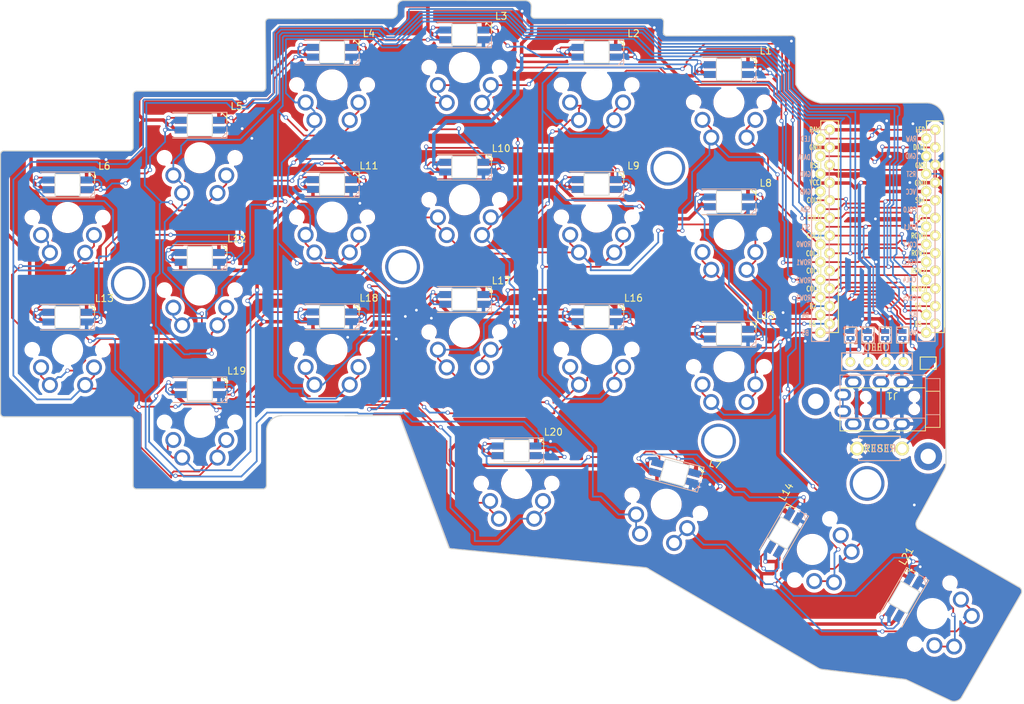
<source format=kicad_pcb>
(kicad_pcb (version 20221018) (generator pcbnew)
  (title_block (title "Heawood42") (date "2024-03-21") (rev "1.0") (company "Triliu"))
  (layers (0 "F.Cu" signal) (31 "B.Cu" signal) (34 "B.Paste" user) (35 "F.Paste" user) (36 "B.SilkS" user "B.Silkscreen") (37 "F.SilkS" user "F.Silkscreen") (38 "B.Mask" user) (39 "F.Mask" user) (44 "Edge.Cuts" user))
  (net 0 "")
  (net 1 "row1")
  (net 2 "row2")
  (net 3 "row3")
  (net 4 "GND")
  (net 5 "VCC")
  (net 6 "col1")
  (net 7 "col2")
  (net 8 "col3")
  (net 9 "col4")
  (net 10 "col5")
  (net 11 "LED")
  (net 12 "data")
  (net 13 "unconnected-(J1-PadA)")
  (net 14 "batt+")
  (net 15 "Net-(J2-Pin_1)")
  (net 16 "Net-(J2-Pin_2)")
  (net 17 "Net-(J2-Pin_3)")
  (net 18 "Net-(J2-Pin_4)")
  (net 19 "Net-(L1-DOUT)")
  (net 20 "Net-(L2-DOUT)")
  (net 21 "Net-(L3-DOUT)")
  (net 22 "Net-(L4-DOUT)")
  (net 23 "Net-(L10-DOUT)")
  (net 24 "reset")
  (net 25 "SCL")
  (net 26 "SDA")
  (net 27 "Net-(L5-DOUT)")
  (net 28 "Net-(L13-DIN)")
  (net 29 "Net-(L15-DIN)")
  (net 30 "Net-(L10-DIN)")
  (net 31 "Net-(L8-DIN)")
  (net 32 "Net-(L14-DIN)")
  (net 33 "Net-(L11-DIN)")
  (net 34 "row4")
  (net 35 "row5")
  (net 36 "row6")
  (net 37 "col6")
  (net 38 "Net-(L12-DIN)")
  (net 39 "Net-(L14-DOUT)")
  (net 40 "Net-(L19-DOUT)")
  (net 41 "unconnected-(L21-DOUT-Pad2)")
  (net 42 "Net-(L15-DOUT)")
  (net 43 "Net-(L16-DOUT)")
  (net 44 "Net-(L20-DOUT)")
  (net 45 "col7")
  (net 46 "Net-(L17-DOUT)")
  (net 47 "Net-(L18-DOUT)")
  (net 48 "row7")
  (net 49 "Net-(J1-PadB)")
  (footprint "kbd:YS-SK6812MINI-E" (layer "F.Cu") (at -95.25 16.6)
    (fp_text reference "L6")
    (fp_text value "SK6812MINI-e" hide)
    (fp_line (start -1.799669 -6.252079) (end 1.800331 -6.252079) (stroke (width 0.12)) (layer "Edge.Cuts"))
    (fp_line (start -1.799669 -3.152079) (end -1.799669 -6.252079) (stroke (width 0.12)) (layer "Edge.Cuts"))
    (fp_line (start -1.799669 -3.152079) (end 1.800331 -3.152079) (stroke (width 0.12)) (layer "Edge.Cuts"))
    (fp_line (start 1.800331 -6.252079) (end 1.800331 -3.152079) (stroke (width 0.12)) (layer "Edge.Cuts"))
  )
  (footprint "kbd:YS-SK6812MINI-E" (layer "F.Cu") (at -76.2 8)
    (fp_text reference "L5")
    (fp_text value "SK6812MINI" hide)
    (fp_line (start -1.799669 -6.252079) (end 1.800331 -6.252079) (stroke (width 0.12)) (layer "Edge.Cuts"))
    (fp_line (start -1.799669 -3.152079) (end -1.799669 -6.252079) (stroke (width 0.12)) (layer "Edge.Cuts"))
    (fp_line (start -1.799669 -3.152079) (end 1.800331 -3.152079) (stroke (width 0.12)) (layer "Edge.Cuts"))
    (fp_line (start 1.800331 -6.252079) (end 1.800331 -3.152079) (stroke (width 0.12)) (layer "Edge.Cuts"))
  )
  (footprint "kbd:YS-SK6812MINI-E" (layer "F.Cu") (at -57.15 -2.5)
    (fp_text reference "L4")
    (fp_text value "SK6812MINI" hide)
    (fp_line (start -1.799669 -6.252079) (end 1.800331 -6.252079) (stroke (width 0.12)) (layer "Edge.Cuts"))
    (fp_line (start -1.799669 -3.152079) (end -1.799669 -6.252079) (stroke (width 0.12)) (layer "Edge.Cuts"))
    (fp_line (start -1.799669 -3.152079) (end 1.800331 -3.152079) (stroke (width 0.12)) (layer "Edge.Cuts"))
    (fp_line (start 1.800331 -6.252079) (end 1.800331 -3.152079) (stroke (width 0.12)) (layer "Edge.Cuts"))
  )
  (footprint "kbd:YS-SK6812MINI-E" (layer "F.Cu") (at -38.1 -5)
    (fp_text reference "L3")
    (fp_text value "SK6812MINI" hide)
    (fp_line (start -1.799669 -6.252079) (end 1.800331 -6.252079) (stroke (width 0.12)) (layer "Edge.Cuts"))
    (fp_line (start -1.799669 -3.152079) (end -1.799669 -6.252079) (stroke (width 0.12)) (layer "Edge.Cuts"))
    (fp_line (start -1.799669 -3.152079) (end 1.800331 -3.152079) (stroke (width 0.12)) (layer "Edge.Cuts"))
    (fp_line (start 1.800331 -6.252079) (end 1.800331 -3.152079) (stroke (width 0.12)) (layer "Edge.Cuts"))
  )
  (footprint "kbd:YS-SK6812MINI-E" (layer "F.Cu") (at -19.05 -2.5)
    (fp_text reference "L2")
    (fp_text value "SK6812MINI" hide)
    (fp_line (start -1.799669 -6.252079) (end 1.800331 -6.252079) (stroke (width 0.12)) (layer "Edge.Cuts"))
    (fp_line (start -1.799669 -3.152079) (end -1.799669 -6.252079) (stroke (width 0.12)) (layer "Edge.Cuts"))
    (fp_line (start -1.799669 -3.152079) (end 1.800331 -3.152079) (stroke (width 0.12)) (layer "Edge.Cuts"))
    (fp_line (start 1.800331 -6.252079) (end 1.800331 -3.152079) (stroke (width 0.12)) (layer "Edge.Cuts"))
  )
  (footprint "kbd:YS-SK6812MINI-E" (layer "F.Cu") (at 0 0)
    (fp_text reference "L1")
    (fp_text value "SK6812MINI" hide)
    (fp_line (start -1.799669 -6.252079) (end 1.800331 -6.252079) (stroke (width 0.12)) (layer "Edge.Cuts"))
    (fp_line (start -1.799669 -3.152079) (end -1.799669 -6.252079) (stroke (width 0.12)) (layer "Edge.Cuts"))
    (fp_line (start -1.799669 -3.152079) (end 1.800331 -3.152079) (stroke (width 0.12)) (layer "Edge.Cuts"))
    (fp_line (start 1.800331 -6.252079) (end 1.800331 -3.152079) (stroke (width 0.12)) (layer "Edge.Cuts"))
  )
  (footprint "kbd:YS-SK6812MINI-E" (layer "F.Cu") (at -95.25 35.65)
    (fp_text reference "L13")
    (fp_text value "SK6812MINI" hide)
    (fp_line (start -1.799669 -6.252079) (end 1.800331 -6.252079) (stroke (width 0.12)) (layer "Edge.Cuts"))
    (fp_line (start -1.799669 -3.152079) (end -1.799669 -6.252079) (stroke (width 0.12)) (layer "Edge.Cuts"))
    (fp_line (start -1.799669 -3.152079) (end 1.800331 -3.152079) (stroke (width 0.12)) (layer "Edge.Cuts"))
    (fp_line (start 1.800331 -6.252079) (end 1.800331 -3.152079) (stroke (width 0.12)) (layer "Edge.Cuts"))
  )
  (footprint "kbd:YS-SK6812MINI-E" (layer "F.Cu") (at -76.2 27.05)
    (fp_text reference "L12")
    (fp_text value "SK6812MINI" hide)
    (fp_line (start -1.799669 -6.252079) (end 1.800331 -6.252079) (stroke (width 0.12)) (layer "Edge.Cuts"))
    (fp_line (start -1.799669 -3.152079) (end -1.799669 -6.252079) (stroke (width 0.12)) (layer "Edge.Cuts"))
    (fp_line (start -1.799669 -3.152079) (end 1.800331 -3.152079) (stroke (width 0.12)) (layer "Edge.Cuts"))
    (fp_line (start 1.800331 -6.252079) (end 1.800331 -3.152079) (stroke (width 0.12)) (layer "Edge.Cuts"))
  )
  (footprint "kbd:YS-SK6812MINI-E" (layer "F.Cu") (at -57.15 16.55)
    (fp_text reference "L11")
    (fp_text value "SK6812MINI" hide)
    (fp_line (start -1.799669 -6.252079) (end 1.800331 -6.252079) (stroke (width 0.12)) (layer "Edge.Cuts"))
    (fp_line (start -1.799669 -3.152079) (end -1.799669 -6.252079) (stroke (width 0.12)) (layer "Edge.Cuts"))
    (fp_line (start -1.799669 -3.152079) (end 1.800331 -3.152079) (stroke (width 0.12)) (layer "Edge.Cuts"))
    (fp_line (start 1.800331 -6.252079) (end 1.800331 -3.152079) (stroke (width 0.12)) (layer "Edge.Cuts"))
  )
  (footprint "kbd:YS-SK6812MINI-E" (layer "F.Cu") (at -38.1 14.05)
    (fp_text reference "L10")
    (fp_text value "SK6812MINI" hide)
    (fp_line (start -1.799669 -6.252079) (end 1.800331 -6.252079) (stroke (width 0.12)) (layer "Edge.Cuts"))
    (fp_line (start -1.799669 -3.152079) (end -1.799669 -6.252079) (stroke (width 0.12)) (layer "Edge.Cuts"))
    (fp_line (start -1.799669 -3.152079) (end 1.800331 -3.152079) (stroke (width 0.12)) (layer "Edge.Cuts"))
    (fp_line (start 1.800331 -6.252079) (end 1.800331 -3.152079) (stroke (width 0.12)) (layer "Edge.Cuts"))
  )
  (footprint "kbd:YS-SK6812MINI-E" (layer "F.Cu") (at -19.05 16.55)
    (fp_text reference "L9")
    (fp_text value "SK6812MINI" hide)
    (fp_line (start -1.799669 -6.252079) (end 1.800331 -6.252079) (stroke (width 0.12)) (layer "Edge.Cuts"))
    (fp_line (start -1.799669 -3.152079) (end -1.799669 -6.252079) (stroke (width 0.12)) (layer "Edge.Cuts"))
    (fp_line (start -1.799669 -3.152079) (end 1.800331 -3.152079) (stroke (width 0.12)) (layer "Edge.Cuts"))
    (fp_line (start 1.800331 -6.252079) (end 1.800331 -3.152079) (stroke (width 0.12)) (layer "Edge.Cuts"))
  )
  (footprint "kbd:YS-SK6812MINI-E" (layer "F.Cu") (at 0 19.05)
    (fp_text reference "L8")
    (fp_text value "SK6812MINI" hide)
    (fp_line (start -1.799669 -6.252079) (end 1.800331 -6.252079) (stroke (width 0.12)) (layer "Edge.Cuts"))
    (fp_line (start -1.799669 -3.152079) (end -1.799669 -6.252079) (stroke (width 0.12)) (layer "Edge.Cuts"))
    (fp_line (start -1.799669 -3.152079) (end 1.800331 -3.152079) (stroke (width 0.12)) (layer "Edge.Cuts"))
    (fp_line (start 1.800331 -6.252079) (end 1.800331 -3.152079) (stroke (width 0.12)) (layer "Edge.Cuts"))
  )
  (footprint "kbd:YS-SK6812MINI-E" (layer "F.Cu") (at -30.58 54.9)
    (fp_text reference "L20")
    (fp_text value "SK6812MINI" hide)
    (fp_line (start -1.799669 -6.252079) (end 1.800331 -6.252079) (stroke (width 0.12)) (layer "Edge.Cuts"))
    (fp_line (start -1.799669 -3.152079) (end -1.799669 -6.252079) (stroke (width 0.12)) (layer "Edge.Cuts"))
    (fp_line (start -1.799669 -3.152079) (end 1.800331 -3.152079) (stroke (width 0.12)) (layer "Edge.Cuts"))
    (fp_line (start 1.800331 -6.252079) (end 1.800331 -3.152079) (stroke (width 0.12)) (layer "Edge.Cuts"))
  )
  (footprint "kbd:YS-SK6812MINI-E" (layer "F.Cu") (at -76.2 46.1)
    (fp_text reference "L19")
    (fp_text value "SK6812MINI" hide)
    (fp_line (start -1.799669 -6.252079) (end 1.800331 -6.252079) (stroke (width 0.12)) (layer "Edge.Cuts"))
    (fp_line (start -1.799669 -3.152079) (end -1.799669 -6.252079) (stroke (width 0.12)) (layer "Edge.Cuts"))
    (fp_line (start -1.799669 -3.152079) (end 1.800331 -3.152079) (stroke (width 0.12)) (layer "Edge.Cuts"))
    (fp_line (start 1.800331 -6.252079) (end 1.800331 -3.152079) (stroke (width 0.12)) (layer "Edge.Cuts"))
  )
  (footprint "kbd:YS-SK6812MINI-E" (layer "F.Cu") (at -57.15 35.6)
    (fp_text reference "L18")
    (fp_text value "SK6812MINI" hide)
    (fp_line (start -1.799669 -6.252079) (end 1.800331 -6.252079) (stroke (width 0.12)) (layer "Edge.Cuts"))
    (fp_line (start -1.799669 -3.152079) (end -1.799669 -6.252079) (stroke (width 0.12)) (layer "Edge.Cuts"))
    (fp_line (start -1.799669 -3.152079) (end 1.800331 -3.152079) (stroke (width 0.12)) (layer "Edge.Cuts"))
    (fp_line (start 1.800331 -6.252079) (end 1.800331 -3.152079) (stroke (width 0.12)) (layer "Edge.Cuts"))
  )
  (footprint "kbd:YS-SK6812MINI-E" (layer "F.Cu") (at -38.1 33.1)
    (fp_text reference "L17")
    (fp_text value "SK6812MINI" hide)
    (fp_line (start -1.799669 -6.252079) (end 1.800331 -6.252079) (stroke (width 0.12)) (layer "Edge.Cuts"))
    (fp_line (start -1.799669 -3.152079) (end -1.799669 -6.252079) (stroke (width 0.12)) (layer "Edge.Cuts"))
    (fp_line (start -1.799669 -3.152079) (end 1.800331 -3.152079) (stroke (width 0.12)) (layer "Edge.Cuts"))
    (fp_line (start 1.800331 -6.252079) (end 1.800331 -3.152079) (stroke (width 0.12)) (layer "Edge.Cuts"))
  )
  (footprint "kbd:YS-SK6812MINI-E" (layer "F.Cu") (at -19.05 35.6)
    (fp_text reference "L16")
    (fp_text value "SK6812MINI" hide)
    (fp_line (start -1.799669 -6.252079) (end 1.800331 -6.252079) (stroke (width 0.12)) (layer "Edge.Cuts"))
    (fp_line (start -1.799669 -3.152079) (end -1.799669 -6.252079) (stroke (width 0.12)) (layer "Edge.Cuts"))
    (fp_line (start -1.799669 -3.152079) (end 1.800331 -3.152079) (stroke (width 0.12)) (layer "Edge.Cuts"))
    (fp_line (start 1.800331 -6.252079) (end 1.800331 -3.152079) (stroke (width 0.12)) (layer "Edge.Cuts"))
  )
  (footprint "kbd:YS-SK6812MINI-E" (layer "F.Cu") (at 0 38.1)
    (fp_text reference "L15")
    (fp_text value "SK6812MINI" hide)
    (fp_line (start -1.799669 -6.252079) (end 1.800331 -6.252079) (stroke (width 0.12)) (layer "Edge.Cuts"))
    (fp_line (start -1.799669 -3.152079) (end -1.799669 -6.252079) (stroke (width 0.12)) (layer "Edge.Cuts"))
    (fp_line (start -1.799669 -3.152079) (end 1.800331 -3.152079) (stroke (width 0.12)) (layer "Edge.Cuts"))
    (fp_line (start 1.800331 -6.252079) (end 1.800331 -3.152079) (stroke (width 0.12)) (layer "Edge.Cuts"))
  )
  (footprint "kbd:YS-SK6812MINI-E" (layer "F.Cu") (at -9.03 57.9 -15)
    (fp_text reference "L7")
    (fp_text value "SK6812MINI" hide)
    (fp_line (start -1.799669 -6.252079) (end 1.800331 -6.252079) (stroke (width 0.12)) (layer "Edge.Cuts"))
    (fp_line (start -1.799669 -3.152079) (end -1.799669 -6.252079) (stroke (width 0.12)) (layer "Edge.Cuts"))
    (fp_line (start -1.799669 -3.152079) (end 1.800331 -3.152079) (stroke (width 0.12)) (layer "Edge.Cuts"))
    (fp_line (start 1.800331 -6.252079) (end 1.800331 -3.152079) (stroke (width 0.12)) (layer "Edge.Cuts"))
  )
  (footprint "kbd:YS-SK6812MINI-E" (layer "F.Cu") (at 12 64.4 60)
    (fp_text reference "L14")
    (fp_text value "SK6812MINI" hide)
    (fp_line (start -1.799669 -6.252079) (end 1.800331 -6.252079) (stroke (width 0.12)) (layer "Edge.Cuts"))
    (fp_line (start -1.799669 -3.152079) (end -1.799669 -6.252079) (stroke (width 0.12)) (layer "Edge.Cuts"))
    (fp_line (start -1.799669 -3.152079) (end 1.800331 -3.152079) (stroke (width 0.12)) (layer "Edge.Cuts"))
    (fp_line (start 1.800331 -6.252079) (end 1.800331 -3.152079) (stroke (width 0.12)) (layer "Edge.Cuts"))
  )
  (footprint "kbd:YS-SK6812MINI-E" (layer "F.Cu") (at 29.3 73.65 60)
    (fp_text reference "L21")
    (fp_text value "SK6812MINI" hide)
    (fp_line (start -1.799669 -6.252079) (end 1.800331 -6.252079) (stroke (width 0.12)) (layer "Edge.Cuts"))
    (fp_line (start -1.799669 -3.152079) (end -1.799669 -6.252079) (stroke (width 0.12)) (layer "Edge.Cuts"))
    (fp_line (start -1.799669 -3.152079) (end 1.800331 -3.152079) (stroke (width 0.12)) (layer "Edge.Cuts"))
    (fp_line (start 1.800331 -6.252079) (end 1.800331 -3.152079) (stroke (width 0.12)) (layer "Edge.Cuts"))
  )
  (footprint "PCM_marbastlib-xp-mx:SW_MX_Reversible_1u" (layer "F.Cu") (at -95.25 16.6 180)
    (fp_text reference "SW6" hide)
    (fp_text value "SW_PUSH" hide)
  )
  (footprint "PCM_marbastlib-xp-mx:SW_MX_Reversible_1u" (layer "F.Cu") (at -76.2 8 180)
    (fp_text reference "SW5" hide)
    (fp_text value "SW_PUSH" hide)
  )
  (footprint "PCM_marbastlib-xp-mx:SW_MX_Reversible_1u" (layer "F.Cu") (at -57.15 -2.5 180)
    (fp_text reference "SW4" hide)
    (fp_text value "SW_PUSH" hide)
  )
  (footprint "PCM_marbastlib-xp-mx:SW_MX_Reversible_1u" (layer "F.Cu") (at -38.1 -5 180)
    (fp_text reference "SW3" hide)
    (fp_text value "SW_PUSH" hide)
  )
  (footprint "PCM_marbastlib-xp-mx:SW_MX_Reversible_1u" (layer "F.Cu") (at -19.05 -2.5 180)
    (fp_text reference "SW2" hide)
    (fp_text value "SW_PUSH" hide)
  )
  (footprint "PCM_marbastlib-xp-mx:SW_MX_Reversible_1u" (layer "F.Cu") (at 0 0 180)
    (fp_text reference "SW1" hide)
    (fp_text value "SW_PUSH" hide)
  )
  (footprint "PCM_marbastlib-xp-mx:SW_MX_Reversible_1u" (layer "F.Cu") (at -95.25 35.65 180)
    (fp_text reference "SW13" hide)
    (fp_text value "SW_PUSH" hide)
  )
  (footprint "PCM_marbastlib-xp-mx:SW_MX_Reversible_1u" (layer "F.Cu") (at -76.2 27.05 180)
    (fp_text reference "SW12" hide)
    (fp_text value "SW_PUSH" hide)
  )
  (footprint "PCM_marbastlib-xp-mx:SW_MX_Reversible_1u" (layer "F.Cu") (at -57.15 16.55 180)
    (fp_text reference "SW11" hide)
    (fp_text value "SW_PUSH" hide)
  )
  (footprint "PCM_marbastlib-xp-mx:SW_MX_Reversible_1u" (layer "F.Cu") (at -38.1 14.05 180)
    (fp_text reference "SW10" hide)
    (fp_text value "SW_PUSH" hide)
  )
  (footprint "PCM_marbastlib-xp-mx:SW_MX_Reversible_1u" (layer "F.Cu") (at -19.05 16.55 180)
    (fp_text reference "SW9" hide)
    (fp_text value "SW_PUSH" hide)
  )
  (footprint "PCM_marbastlib-xp-mx:SW_MX_Reversible_1u" (layer "F.Cu") (at 0 19.05 180)
    (fp_text reference "SW8" hide)
    (fp_text value "SW_PUSH" hide)
  )
  (footprint "PCM_marbastlib-xp-mx:SW_MX_Reversible_1u" (layer "F.Cu") (at -30.58 54.9 180)
    (fp_text reference "SW20" hide)
    (fp_text value "SW_PUSH" hide)
  )
  (footprint "PCM_marbastlib-xp-mx:SW_MX_Reversible_1u" (layer "F.Cu") (at -76.2 46.1 180)
    (fp_text reference "SW19" hide)
    (fp_text value "SW_PUSH" hide)
  )
  (footprint "PCM_marbastlib-xp-mx:SW_MX_Reversible_1u" (layer "F.Cu") (at -57.15 35.6 180)
    (fp_text reference "SW18" hide)
    (fp_text value "SW_PUSH" hide)
  )
  (footprint "PCM_marbastlib-xp-mx:SW_MX_Reversible_1u" (layer "F.Cu") (at -38.1 33.1 180)
    (fp_text reference "SW17" hide)
    (fp_text value "SW_PUSH" hide)
  )
  (footprint "PCM_marbastlib-xp-mx:SW_MX_Reversible_1u" (layer "F.Cu") (at -19.05 35.6 180)
    (fp_text reference "SW16" hide)
    (fp_text value "SW_PUSH" hide)
  )
  (footprint "PCM_marbastlib-xp-mx:SW_MX_Reversible_1u" (layer "F.Cu") (at 0 38.1 180)
    (fp_text reference "SW15" hide)
    (fp_text value "SW_PUSH" hide)
  )
  (footprint "PCM_marbastlib-xp-mx:SW_MX_Reversible_1u" (layer "F.Cu") (at -9.03 57.9 165)
    (fp_text reference "SW7" hide)
    (fp_text value "SW_PUSH" hide)
  )
  (footprint "MyLibrary:SW_MX_Reversible_1.5u" (layer "F.Cu") (at 12 64.4 -120)
    (fp_text reference "SW14" hide)
    (fp_text value "SW_PUSH" hide)
  )
  (footprint "kbd:Jumper" (layer "F.Cu") (at 27.1 33.5 -90)
    (fp_text reference "JP2" hide)
    (fp_text value " ")
  )
  (footprint "kbd:Jumper" (layer "F.Cu") (at 24.6 33.5 -90)
    (fp_text reference "JP3" hide)
    (fp_text value " ")
  )
  (footprint "kbd:Jumper" (layer "F.Cu") (at 22.1 33.5 -90)
    (fp_text reference "JP4" hide)
    (fp_text value " ")
  )
  (footprint "kbd:Jumper" (layer "F.Cu") (at 19.6 33.5 -90)
    (fp_text reference "JP5" hide)
    (fp_text value " ")
  )
  (footprint "kbd:ProMicro_v2" (layer "F.Cu") (at 22.0636 18.438)
    (fp_text reference "U1" hide)
    (fp_text value "ProMicro" hide)
  )
  (footprint "kbd:ResetSW" (layer "F.Cu") (at 21.67 47.7725)
    (fp_text reference "RSW1" hide)
    (fp_text value "SW_PUSH")
  )
  (footprint "" (layer "F.Cu") (at -8.8 7.4)
    (fp_text reference "")
    (fp_text value "")
  )
  (footprint "kbd:OLED" (layer "F.Cu") (at 17.49 35.3)
    (fp_text reference "J2")
    (fp_text value "OLED" hide)
  )
  (footprint "PCM_marbastlib-xp-various:CON_MJ-4PP-9_Reversible" (layer "F.Cu") (at 22.15 43.3128 180)
    (fp_text reference "J1")
    (fp_text value "MJ-4PP-9")
  )
  (footprint "" (layer "F.Cu") (at -47 21.6)
    (fp_text reference "")
    (fp_text value "")
  )
  (footprint "" (layer "F.Cu") (at -1.5 48.8)
    (fp_text reference "")
    (fp_text value "")
  )
  (footprint "" (layer "F.Cu") (at 19.9 54.9)
    (fp_text reference "")
    (fp_text value "")
  )
  (footprint "" (layer "F.Cu") (at 12.5 40.975)
    (fp_text reference "")
    (fp_text value "")
  )
  (footprint "" (layer "F.Cu") (at 28.7 48.9)
    (fp_text reference "")
    (fp_text value "")
  )
  (footprint "" (layer "F.Cu") (at -86.5 24)
    (fp_text reference "")
    (fp_text value "")
  )
  (footprint "PCM_marbastlib-xp-mx:SW_MX_Reversible_1u" (layer "F.Cu") (at 29.3 73.65 -120)
    (fp_text reference "SW21" hide)
    (fp_text value "SW_PUSH" hide)
  )
  (footprint "kbd:JPC2" (layer "F.Cu") (at 28.667 35.5055)
    (fp_text reference "JP1")
    (fp_text value " " hide)
  )
  (footprint "kbd:Jumper" (layer "B.Cu") (at 27.1 33.468 -90)
    (fp_text reference "JP6" hide)
    (fp_text value " ")
  )
  (footprint "kbd:Jumper" (layer "B.Cu") (at 24.6 33.468 -90)
    (fp_text reference "JP7" hide)
    (fp_text value " ")
  )
  (footprint "kbd:Jumper" (layer "B.Cu") (at 22.1 33.468 -90)
    (fp_text reference "JP8" hide)
    (fp_text value " ")
  )
  (footprint "kbd:Jumper" (layer "B.Cu") (at 19.6 33.468 -90)
    (fp_text reference "JP9" hide)
    (fp_text value " ")
  )
  (gr_line (start -67.099796 55.7) (end -85.3 55.7) (stroke (width 0.15)) (layer "Edge.Cuts"))
  (gr_arc (start 31.262763 51.982646) (mid 31.2 52.5) (end 31.002463 52.982258) (stroke (width 0.15)) (layer "Edge.Cuts"))
  (gr_line (start -39.966181 64.304827) (end -12.007831 67.02205) (stroke (width 0.15)) (layer "Edge.Cuts"))
  (gr_line (start -9.446466 -10.053478) (end -9.4 -11.600204) (stroke (width 0.15)) (layer "Edge.Cuts"))
  (gr_line (start -11.6 67.2) (end 12.780424 81.437207) (stroke (width 0.15)) (layer "Edge.Cuts"))
  (gr_line (start -104.9 7.5) (end -104.9 44.800204) (stroke (width 0.15)) (layer "Edge.Cuts"))
  (gr_line (start -28.5 -12.6) (end -28.452833 -13.829342) (stroke (width 0.15)) (layer "Edge.Cuts"))
  (gr_arc (start -39.966181 64.304827) (mid -40.157513 64.266744) (end -40.319734 64.15838) (stroke (width 0.15)) (layer "Edge.Cuts"))
  (gr_line (start -48.570658 -12.05784) (end -66.246 -12.046) (stroke (width 0.15)) (layer "Edge.Cuts"))
  (gr_line (start -64.397144 45.141398) (end -55.290654 45.146813) (stroke (width 0.1)) (layer "Edge.Cuts"))
  (gr_arc (start -66.6 55.2) (mid -66.746322 55.553534) (end -67.099796 55.7) (stroke (width 0.15)) (layer "Edge.Cuts"))
  (gr_arc (start -66.746 -11.546) (mid -66.6 -11.9) (end -66.246 -12.046) (stroke (width 0.15)) (layer "Edge.Cuts"))
  (gr_arc (start 28.475 0.092) (mid 30.29 0.844) (end 31.042 2.66) (stroke (width 0.15)) (layer "Edge.Cuts"))
  (gr_line (start -66.596981 47.360215) (end -66.6 55.2) (stroke (width 0.15)) (layer "Edge.Cuts"))
  (gr_line (start -67.199796 -1.6) (end -85.3 -1.6) (stroke (width 0.15)) (layer "Edge.Cuts"))
  (gr_arc (start -86.3 45.3) (mid -85.946466 45.446322) (end -85.8 45.799796) (stroke (width 0.15)) (layer "Edge.Cuts"))
  (gr_arc (start 33.5 85.7) (mid 32.865909 86.202002) (end 32.057995 86.238752) (stroke (width 0.15)) (layer "Edge.Cuts"))
  (gr_line (start 9.1 -9.6) (end -8.946466 -9.553682) (stroke (width 0.15)) (layer "Edge.Cuts"))
  (gr_line (start 25.467386 83.135412) (end 13.449405 81.680901) (stroke (width 0.15)) (layer "Edge.Cuts"))
  (gr_line (start -86.3 45.3) (end -104.4 45.3) (stroke (width 0.15)) (layer "Edge.Cuts"))
  (gr_line (start 33.5 85.7) (end 42.030676 70.869666) (stroke (width 0.15)) (layer "Edge.Cuts"))
  (gr_line (start -29.271307 -14.645662) (end -46.929342 -14.647167) (stroke (width 0.15)) (layer "Edge.Cuts"))
  (gr_line (start -9.9 -12.1) (end -28 -12.1) (stroke (width 0.15)) (layer "Edge.Cuts"))
  (gr_line (start 27.221137 61.458167) (end 41.663868 69.764749) (stroke (width 0.15)) (layer "Edge.Cuts"))
  (gr_line (start 25.467386 83.135412) (end 32.057995 86.238752) (stroke (width 0.15)) (layer "Edge.Cuts"))
  (gr_arc (start 41.663868 69.764749) (mid 42.129265 70.223607) (end 42.030676 70.869666) (stroke (width 0.15)) (layer "Edge.Cuts"))
  (gr_arc (start 13.449405 81.680901) (mid 13.099994 81.600009) (end 12.780424 81.437207) (stroke (width 0.15)) (layer "Edge.Cuts"))
  (gr_line (start -47.367946 45.273309) (end -40.319734 64.15838) (stroke (width 0.15)) (layer "Edge.Cuts"))
  (gr_arc (start -104.9 7.5) (mid -104.754 7.146) (end -104.4 7) (stroke (width 0.15)) (layer "Edge.Cuts"))
  (gr_arc (start -47.745662 -13.828693) (mid -47.5 -14.4) (end -46.929342 -14.647167) (stroke (width 0.15)) (layer "Edge.Cuts"))
  (gr_arc (start -8.946466 -9.553682) (mid -9.3 -9.700004) (end -9.446466 -10.053478) (stroke (width 0.15)) (layer "Edge.Cuts"))
  (gr_arc (start -29.271307 -14.645662) (mid -28.7 -14.4) (end -28.452833 -13.829342) (stroke (width 0.15)) (layer "Edge.Cuts"))
  (gr_arc (start -47.754338 -12.876314) (mid -48 -12.305007) (end -48.570658 -12.05784) (stroke (width 0.15)) (layer "Edge.Cuts"))
  (gr_line (start -86.299796 7) (end -104.4 7) (stroke (width 0.15)) (layer "Edge.Cuts"))
  (gr_line (start -47.745662 -13.828693) (end -47.754338 -12.876314) (stroke (width 0.15)) (layer "Edge.Cuts"))
  (gr_arc (start -66.7 -2.1) (mid -66.846322 -1.746466) (end -67.199796 -1.6) (stroke (width 0.15)) (layer "Edge.Cuts"))
  (gr_arc (start -85.8 -1.1) (mid -85.654 -1.454) (end -85.3 -1.6) (stroke (width 0.15)) (layer "Edge.Cuts"))
  (gr_arc (start 9.1 -9.6) (mid 9.453534 -9.453678) (end 9.6 -9.100204) (stroke (width 0.15)) (layer "Edge.Cuts"))
  (gr_arc (start -9.9 -12.1) (mid -9.546466 -11.953678) (end -9.4 -11.600204) (stroke (width 0.15)) (layer "Edge.Cuts"))
  (gr_line (start -66.746 -11.546) (end -66.7 -2.1) (stroke (width 0.15)) (layer "Edge.Cuts"))
  (gr_line (start -55.290654 45.146813) (end -47.737388 45.126428) (stroke (width 0.15)) (layer "Edge.Cuts"))
  (gr_arc (start 27.221137 61.458167) (mid 26.952775 60.876588) (end 27.057428 60.244686) (stroke (width 0.15)) (layer "Edge.Cuts"))
  (gr_arc (start -47.737388 45.126428) (mid -47.537525 45.161772) (end -47.367946 45.273309) (stroke (width 0.15)) (layer "Edge.Cuts"))
  (gr_line (start -85.8 45.799796) (end -85.8 55.200204) (stroke (width 0.15)) (layer "Edge.Cuts"))
  (gr_arc (start -85.3 55.7) (mid -85.653534 55.553678) (end -85.8 55.200204) (stroke (width 0.15)) (layer "Edge.Cuts"))
  (gr_line (start 31.002463 52.982258) (end 27.057428 60.244686) (stroke (width 0.15)) (layer "Edge.Cuts"))
  (gr_arc (start -85.8 6.5) (mid -85.946322 6.853534) (end -86.299796 7) (stroke (width 0.15)) (layer "Edge.Cuts"))
  (gr_arc (start -12.007831 67.02205) (mid -11.789843 67.078775) (end -11.6 67.2) (stroke (width 0.15)) (layer "Edge.Cuts"))
  (gr_line (start -85.8 -1.1) (end -85.8 6.5) (stroke (width 0.15)) (layer "Edge.Cuts"))
  (gr_arc (start -28 -12.1) (mid -28.354 -12.246) (end -28.5 -12.6) (stroke (width 0.15)) (layer "Edge.Cuts"))
  (gr_line (start 31.042 2.66) (end 31.262763 51.982646) (stroke (width 0.15)) (layer "Edge.Cuts"))
  (gr_arc (start -66.596981 47.360215) (mid -65.953792 45.797984) (end -64.397144 45.141398) (stroke (width 0.15)) (layer "Edge.Cuts"))
  (gr_arc (start -104.4 45.3) (mid -104.753534 45.153678) (end -104.9 44.800204) (stroke (width 0.15)) (layer "Edge.Cuts"))
  (gr_arc (start 13.245 0.123) (mid 11.116938 -0.796485) (end 9.63 -2.575) (stroke (width 0.15)) (layer "Edge.Cuts"))
  (gr_line (start 9.6 -9.100204) (end 9.63 -2.575) (stroke (width 0.15)) (layer "Edge.Cuts"))
  (gr_line (start 28.475 0.092) (end 13.245 0.123) (stroke (width 0.15)) (layer "Edge.Cuts"))
  (segment (start -27.513884 21.63) (end -21.59 21.63) (width 0.25) (layer "F.Cu") (net 1))
  (segment (start -50.5 26.5) (end -49.1 27.9) (width 0.25) (layer "F.Cu") (net 1))
  (segment (start 7 10.4) (end 7 14.522) (width 0.25) (layer "F.Cu") (net 1))
  (segment (start -60.96 39.41) (end -60.96 38.14) (width 0.25) (layer "F.Cu") (net 1))
  (segment (start 26.45 19.95) (end 27.188 19.212) (width 0.25) (layer "F.Cu") (net 1))
  (segment (start 7 14.522) (end 12.96 20.482) (width 0.25) (layer "F.Cu") (net 1))
  (segment (start -21.59 21.63) (end -22.86 20.36) (width 0.25) (layer "F.Cu") (net 1))
  (segment (start -45.113172 27.9) (end -42.838172 25.625) (width 0.25) (layer "F.Cu") (net 1))
  (segment (start 12.96 20.482) (end 24.134 20.482) (width 0.25) (layer "F.Cu") (net 1))
  (segment (start -22.86 20.36) (end -22.86 19.09) (width 0.25) (layer "F.Cu") (net 1))
  (segment (start -3.81 2.54) (end -2.54 3.81) (width 0.25) (layer "F.Cu") (net 1))
  (segment (start -2.54 3.81) (end -2.54 5.08) (width 0.25) (layer "F.Cu") (net 1))
  (segment (start -42.838172 25.625) (end -31.508884 25.625) (width 0.25) (layer "F.Cu") (net 1))
  (segment (start -51.8 26.5) (end -50.5 26.5) (width 0.25) (layer "F.Cu") (net 1))
  (segment (start -49.1 27.9) (end -45.113172 27.9) (width 0.25) (layer "F.Cu") (net 1))
  (segment (start 24.666 19.95) (end 26.45 19.95) (width 0.25) (layer "F.Cu") (net 1))
  (segment (start 24.134 20.482) (end 24.666 19.95) (width 0.25) (layer "F.Cu") (net 1))
  (segment (start 27.188 19.212) (end 29.506 19.212) (width 0.25) (layer "F.Cu") (net 1))
  (segment (start -31.508884 25.625) (end -27.513884 21.63) (width 0.25) (layer "F.Cu") (net 1))
  (segment (start -59.69 40.68) (end -60.96 39.41) (width 0.25) (layer "F.Cu") (net 1))
  (segment (start -10.175 18.5) (end -6.7 18.5) (width 0.25) (layer "F.Cu") (net 1))
  (via (at -6.7 18.5) (size 0.6) (drill 0.4) (layers "F.Cu" "B.Cu") (net 1))
  (via (at 7 10.4) (size 0.6) (drill 0.4) (layers "F.Cu" "B.Cu") (net 1))
  (via (at -51.8 26.5) (size 0.6) (drill 0.4) (layers "F.Cu" "B.Cu") (net 1))
  (via (at -10.175 18.5) (size 0.6) (drill 0.4) (layers "F.Cu" "B.Cu") (net 1))
  (segment (start 5.125 8.23) (end 5.125 8.525) (width 0.25) (layer "B.Cu") (net 1))
  (segment (start 4.795 7.9) (end 5.125 8.23) (width 0.25) (layer "B.Cu") (net 1))
  (segment (start -5.3 13.458604) (end -5.3 10.05) (width 0.25) (layer "B.Cu") (net 1))
  (segment (start -53.6 35.8) (end -58.48 40.68) (width 0.25) (layer "B.Cu") (net 1))
  (segment (start -51.15 27.15) (end -51.15 32.45) (width 0.25) (layer "B.Cu") (net 1))
  (segment (start -53.6 34.9) (end -53.6 35.8) (width 0.25) (layer "B.Cu") (net 1))
  (segment (start -5.325 13.483604) (end -5.3 13.458604) (width 0.25) (layer "B.Cu") (net 1))
  (segment (start -51.15 32.45) (end -53.6 34.9) (width 0.25) (layer "B.Cu") (net 1))
  (segment (start -6.7 15.5) (end -5.325 14.125) (width 0.25) (layer "B.Cu") (net 1))
  (segment (start -10.175 18.5) (end -10.175 20.175) (width 0.25) (layer "B.Cu") (net 1))
  (segment (start -19.9 24.2) (end -19.9 23.32) (width 0.25) (layer "B.Cu") (net 1))
  (segment (start -19.9 23.32) (end -21.59 21.63) (width 0.25) (layer "B.Cu") (net 1))
  (segment (start -2.8 5.9) (end -2 5.9) (width 0.25) (layer "B.Cu") (net 1))
  (segment (start -6.7 18.5) (end -6.7 15.5) (width 0.25) (layer "B.Cu") (net 1))
  (segment (start -14.2 24.2) (end -19.9 24.2) (width 0.25) (layer "B.Cu") (net 1))
  (segment (start 5.125 8.525) (end 7 10.4) (width 0.25) (layer "B.Cu") (net 1))
  (segment (start -58.48 40.68) (end -59.69 40.68) (width 0.25) (layer "B.Cu") (net 1))
  (segment (start -5.3 10.05) (end -2.8 7.55) (width 0.25) (layer "B.Cu") (net 1))
  (segment (start -2 5.9) (end 0 7.9) (width 0.25) (layer "B.Cu") (net 1))
  (segment (start -10.175 20.175) (end -14.2 24.2) (width 0.25) (layer "B.Cu") (net 1))
  (segment (start -5.325 14.125) (end -5.325 13.483604) (width 0.25) (layer "B.Cu") (net 1))
  (segment (start -51.8 26.5) (end -51.15 27.15) (width 0.25) (layer "B.Cu") (net 1))
  (segment (start -2.8 7.55) (end -2.8 5.9) (width 0.25) (layer "B.Cu") (net 1))
  (segment (start 0 7.9) (end 4.795 7.9) (width 0.25) (layer "B.Cu") (net 1))
  (segment (start -31.4 21.8) (end -37.97 21.8) (width 0.25) (layer "F.Cu") (net 2))
  (segment (start -41.91 17.86) (end -41.91 16.59) (width 0.25) (layer "F.Cu") (net 2))
  (segment (start -17.9 0.1) (end -20.3 0.1) (width 0.25) (layer "F.Cu") (net 2))
  (segment (start 10.488 23.022) (end 18.578 23.022) (width 0.25) (layer "F.Cu") (net 2))
  (segment (start -29.5 19.9) (end -31.4 21.8) (width 0.25) (layer "F.Cu") (net 2))
  (segment (start -41.91 16.59) (end -44.69 16.59) (width 0.25) (layer "F.Cu") (net 2))
  (segment (start -44.69 16.59) (end -55.775 27.675) (width 0.25) (layer "F.Cu") (net 2))
  (segment (start -14.75 -4.55) (end -16.104 -3.196) (width 0.25) (layer "F.Cu") (net 2))
  (segment (start -29.5 18) (end -29.5 19.9) (width 0.25) (layer "F.Cu") (net 2))
  (segment (start -80.820569 49.450569) (end -80.01 48.64) (width 0.25) (layer "F.Cu") (net 2))
  (segment (start 18.578 23.022) (end 19.248 22.352) (width 0.25) (layer "F.Cu") (net 2))
  (segment (start 5.561525 -2.502079) (end -8.138475 -2.502079) (width 0.25) (layer "F.Cu") (net 2))
  (segment (start -21.2 0.5) (end -21.59 0.89) (width 0.25) (layer "F.Cu") (net 2))
  (segment (start -22.4 0.5) (end -22.86 0.04) (width 0.25) (layer "F.Cu") (net 2))
  (segment (start 27.548 21.752) (end 29.506 21.752) (width 0.25) (layer "F.Cu") (net 2))
  (segment (start -21.85 2.434) (end -22.175 2.109) (width 0.25) (layer "F.Cu") (net 2))
  (segment (start -20.3 0.1) (end -20.7 0.5) (width 0.25) (layer "F.Cu") (net 2))
  (segment (start -20.7 0.5) (end -21.2 0.5) (width 0.25) (layer "F.Cu") (net 2))
  (segment (start -22.88 2.58) (end -21.59 2.58) (width 0.25) (layer "F.Cu") (net 2))
  (segment (start -78.74 51.18) (end -80.102843 51.18) (width 0.25) (layer "F.Cu") (net 2))
  (segment (start 7.562043 2.686543) (end 7.562043 -0.362043) (width 0.25) (layer "F.Cu") (net 2))
  (segment (start -24.5 4.2) (end -22.88 2.58) (width 0.25) (layer "F.Cu") (net 2))
  (segment (start 7.8 23.1) (end 10.41 23.1) (width 0.25) (layer "F.Cu") (net 2))
  (segment (start -8.138475 -2.502079) (end -10.186396 -4.55) (width 0.25) (layer "F.Cu") (net 2))
  (segment (start -21.2 0.5) (end -22.4 0.5) (width 0.25) (layer "F.Cu") (net 2))
  (segment (start -16.104 -1.696) (end -17.9 0.1) (width 0.25) (layer "F.Cu") (net 2))
  (segment (start -80.102843 51.18) (end -80.820569 50.462274) (width 0.25) (layer "F.Cu") (net 2))
  (segment (start 7.562043 -0.362043) (end 5.831802 -2.092284) (width 0.25) (layer "F.Cu") (net 2))
  (segment (start -68.4 27.675) (end -69.325 28.6) (width 0.25) (layer "F.Cu") (net 2))
  (segment (start 26.948 22.352) (end 27.548 21.752) (width 0.25) (layer "F.Cu") (net 2))
  (segment (start -10.186396 -4.55) (end -14.75 -4.55) (width 0.25) (layer "F.Cu") (net 2))
  (segment (start -40.64 19.13) (end -41.91 17.86) (width 0.25) (layer "F.Cu") (net 2))
  (segment (start -21.59 0.89) (end -21.59 2.58) (width 0.25) (layer "F.Cu") (net 2))
  (segment (start -16.104 -3.196) (end -16.104 -1.696) (width 0.25) (layer "F.Cu") (net 2))
  (segment (start 5.831802 -2.231802) (end 5.561525 -2.502079) (width 0.25) (layer "F.Cu") (net 2))
  (segment (start 7.5755 2.7) (end 7.562043 2.686543) (width 0.25) (layer "F.Cu") (net 2))
  (segment (start -37.97 21.8) (end -40.64 19.13) (width 0.25) (layer "F.Cu") (net 2))
  (segment (start 10.41 23.1) (end 10.488 23.022) (width 0.25) (layer "F.Cu") (net 2))
  (segment (start 5.831802 -2.092284) (end 5.831802 -2.231802) (width 0.25) (layer "F.Cu") (net 2))
  (segment (start -26.1 14.6) (end -29.5 18) (width 0.25) (layer "F.Cu") (net 2))
  (segment (start -80.820569 50.462274) (end -80.820569 49.450569) (width 0.25) (layer "F.Cu") (net 2))
  (segment (start -25.4 4.2) (end -24.5 4.2) (width 0.25) (layer "F.Cu") (net 2))
  (segment (start -55.775 27.675) (end -68.4 27.675) (width 0.25) (layer "F.Cu") (net 2))
  (segment (start 19.248 22.352) (end 26.948 22.352) (width 0.25) (layer "F.Cu") (net 2))
  (via (at -26.1 14.6) (size 0.6) (drill 0.4) (layers "F.Cu" "B.Cu") (net 2))
  (via (at -69.325 28.6) (size 0.6) (drill 0.4) (layers "F.Cu" "B.Cu") (net 2))
  (via (at -25.4 4.2) (size 0.6) (drill 0.4) (layers "F.Cu" "B.Cu") (net 2))
  (via (at 7.8 23.1) (size 0.6) (drill 0.4) (layers "F.Cu" "B.Cu") (net 2))
  (via (at 7.5755 2.7) (size 0.6) (drill 0.4) (layers "F.Cu" "B.Cu") (net 2))
  (segment (start -71.6 53) (end -76.92 53) (width 0.25) (layer "B.Cu") (net 2))
  (segment (start 8 17.188) (end 7.75 16.938) (width 0.25) (layer "B.Cu") (net 2))
  (segment (start -69.325 28.6) (end -68.9 29.025) (width 0.25) (layer "B.Cu") (net 2))
  (segment (start 7.8 23.1) (end 8 22.9) (width 0.25) (layer "B.Cu") (net 2))
  (segment (start -25.4 4.2) (end -25.9 4.7) (width 0.25) (layer "B.Cu") (net 2))
  (segment (start -68.9 50.3) (end -71.6 53) (width 0.25) (layer "B.Cu") (net 2))
  (segment (start 7.75 16.938) (end 7.75 2.692) (width 0.25) (layer "B.Cu") (net 2))
  (segment (start 8 22.9) (end 8 17.188) (width 0.25) (layer "B.Cu") (net 2))
  (segment (start -68.9 29.025) (end -68.9 50.3) (width 0.25) (layer "B.Cu") (net 2))
  (segment (start -25.9 14.4) (end -26.1 14.6) (width 0.25) (layer "B.Cu") (net 2))
  (segment (start -25.9 4.7) (end -25.9 14.4) (width 0.25) (layer "B.Cu") (net 2))
  (segment (start -76.92 53) (end -78.583661 51.336339) (width 0.25) (layer "B.Cu") (net 2))
  (segment (start 15.638 25.562) (end 16.3 24.9) (width 0.25) (layer "F.Cu") (net 3))
  (segment (start -34.39 57.44) (end -34.39 58.71) (width 0.25) (layer "F.Cu") (net 3))
  (segment (start -60.96 20.36) (end -60.96 19.09) (width 0.25) (layer "F.Cu") (net 3))
  (segment (start 8.2 -0.360482) (end 7.148439 -1.412043) (width 0.25) (layer "F.Cu") (net 3))
  (segment (start 27.592 24.292) (end 29.506 24.292) (width 0.25) (layer "F.Cu") (net 3))
  (segment (start -49.38 0.08) (end -57.475 8.175) (width 0.25) (layer "F.Cu") (net 3))
  (segment (start -35.4 -5.45) (end -35.4 -4.129) (width 0.25) (layer "F.Cu") (net 3))
  (segment (start 8.2 1.6) (end 8.2 -0.360482) (width 0.25) (layer "F.Cu") (net 3))
  (segment (start 7.148439 -1.551561) (end 5.747921 -2.952079) (width 0.25) (layer "F.Cu") (net 3))
  (segment (start -40.64 0.08) (end -49.38 0.08) (width 0.25) (layer "F.Cu") (net 3))
  (segment (start -38.21 57.69) (end -34.64 57.69) (width 0.25) (layer "F.Cu") (net 3))
  (segment (start -34.64 57.69) (end -34.39 57.44) (width 0.25) (layer "F.Cu") (net 3))
  (segment (start -62.175 8.175) (end -62.7 8.7) (width 0.25) (layer "F.Cu") (net 3))
  (segment (start 5.747921 -2.952079) (end -7.952079 -2.952079) (width 0.25) (layer "F.Cu") (net 3))
  (segment (start 7.148439 -1.412043) (end 7.148439 -1.551561) (width 0.25) (layer "F.Cu") (net 3))
  (segment (start -51.8 44.2245) (end -51.6255 44.05) (width 0.25) (layer "F.Cu") (net 3))
  (segment (start -34.248 -6.602) (end -35.4 -5.45) (width 0.25) (layer "F.Cu") (net 3))
  (segment (start -59.69 21.63) (end -60.96 20.36) (width 0.25) (layer "F.Cu") (net 3))
  (segment (start -39.9 52.663172) (end -39.9 56) (width 0.25) (layer "F.Cu") (net 3))
  (segment (start 8.199223 1.600777) (end 8.2 1.6) (width 0.25) (layer "F.Cu") (net 3))
  (segment (start -57.475 8.175) (end -62.175 8.175) (width 0.25) (layer "F.Cu") (net 3))
  (segment (start -7.952079 -2.952079) (end -10 -5) (width 0.25) (layer "F.Cu") (net 3))
  (segment (start -35.4 -4.129) (end -37.054 -2.47) (width 0.25) (layer "F.Cu") (net 3))
  (segment (start -32.202 -6.602) (end -34.248 -6.602) (width 0.25) (layer "F.Cu") (net 3))
  (segment (start -39.9 56) (end -38.21 57.69) (width 0.25) (layer "F.Cu") (net 3))
  (segment (start -34.39 58.71) (end -33.12 59.98) (width 0.25) (layer "F.Cu") (net 3))
  (segment (start -37.064 -2.46) (end -41.91 -2.46) (width 0.25) (layer "F.Cu") (net 3))
  (segment (start 9.413069 25.562) (end 15.638 25.562) (width 0.25) (layer "F.Cu") (net 3))
  (segment (start 26.984 24.9) (end 27.592 24.292) (width 0.25) (layer "F.Cu") (net 3))
  (segment (start -51.6255 44.05) (end -45.45 44.05) (width 0.25) (layer "F.Cu") (net 3))
  (segment (start -30.6 -5) (end -32.202 -6.602) (width 0.25) (layer "F.Cu") (net 3))
  (segment (start -40.675 51.888172) (end -39.9 52.663172) (width 0.25) (layer "F.Cu") (net 3))
  (segment (start -45.45 44.05) (end -40.675 48.825) (width 0.25) (layer "F.Cu") (net 3))
  (segment (start -10 -5) (end -30.6 -5) (width 0.25) (layer "F.Cu") (net 3))
  (segment (start -37.054 -2.47) (end -37.064 -2.46) (width 0.25) (layer "F.Cu") (net 3))
  (segment (start 9.300577 25.674492) (end 9.413069 25.562) (width 0.25) (layer "F.Cu") (net 3))
  (segment (start -59.95 22.45) (end -60.275 22.15) (width 0.25) (layer "F.Cu") (net 3))
  (segment (start -40.675 48.825) (end -40.675 51.888172) (width 0.25) (layer "F.Cu") (net 3))
  (segment (start 16.3 24.9) (end 26.984 24.9) (width 0.25) (layer "F.Cu") (net 3))
  (via (at -62.7 8.7) (size 0.6) (drill 0.4) (layers "F.Cu" "B.Cu") (net 3))
  (via (at -51.8 44.2245) (size 0.6) (drill 0.4) (layers "F.Cu" "B.Cu") (net 3))
  (via (at 9.300577 25.674492) (size 0.6) (drill 0.4) (layers "F.Cu" "B.Cu") (net 3))
  (via (at 8.199223 1.600777) (size 0.6) (drill 0.4) (layers "F.Cu" "B.Cu") (net 3))
  (segment (start -61.7 14.8) (end -61.2 14.8) (width 0.25) (layer "B.Cu") (net 3))
  (segment (start 8.5 24.873915) (end 8.5 17.052) (width 0.25) (layer "B.Cu") (net 3))
  (segment (start -51.8 44.2245) (end -50.7745 44.2245) (width 0.25) (layer "B.Cu") (net 3))
  (segment (start -49.4 42.85) (end -49.4 27.466) (width 0.25) (layer "B.Cu") (net 3))
  (segment (start -61.2 14.8) (end -60.4 15.6) (width 0.25) (layer "B.Cu") (net 3))
  (segment (start -41.91 -1.19) (end -41.91 -2.46) (width 0.25) (layer "B.Cu") (net 3))
  (segment (start 9.300577 25.674492) (end 8.5 24.873915) (width 0.25) (layer "B.Cu") (net 3))
  (segment (start -52.766 24.1) (end -56.3 24.1) (width 0.25) (layer "B.Cu") (net 3))
  (segment (start 8.2 16.752) (end 8.2 1.601554) (width 0.25) (layer "B.Cu") (net 3))
  (segment (start -62.7 8.7) (end -63.4 9.4) (width 0.25) (layer "B.Cu") (net 3))
  (segment (start 8.5 17.052) (end 8.2 16.752) (width 0.25) (layer "B.Cu") (net 3))
  (segment (start -60.3 18.43) (end -60.96 19.09) (width 0.25) (layer "B.Cu") (net 3))
  (segment (start -50.7745 44.2245) (end -49.4 42.85) (width 0.25) (layer "B.Cu") (net 3))
  (segment (start -56.3 24.1) (end -57.299906 23.100094) (width 0.25) (layer "B.Cu") (net 3))
  (segment (start -63.525 10.525) (end -63.525 12.975) (width 0.25) (layer "B.Cu") (net 3))
  (segment (start -63.4 10.4) (end -63.525 10.525) (width 0.25) (layer "B.Cu") (net 3))
  (segment (start -60.4 16.2) (end -60.3 16.3) (width 0.25) (layer "B.Cu") (net 3))
  (segment (start -60.3 16.3) (end -60.3 18.43) (width 0.25) (layer "B.Cu") (net 3))
  (segment (start -40.64 0.08) (end -41.91 -1.19) (width 0.25) (layer "B.Cu") (net 3))
  (segment (start -57.299906 23.100094) (end -58.219906 23.100094) (width 0.25) (layer "B.Cu") (net 3))
  (segment (start -49.4 27.466) (end -52.766 24.1) (width 0.25) (layer "B.Cu") (net 3))
  (segment (start 8.2 1.601554) (end 8.199223 1.600777) (width 0.25) (layer "B.Cu") (net 3))
  (segment (start -63.525 12.975) (end -61.7 14.8) (width 0.25) (layer "B.Cu") (net 3))
  (segment (start -58.219906 23.100094) (end -59.69 21.63) (width 0.25) (layer "B.Cu") (net 3))
  (segment (start -63.4 9.4) (end -63.4 10.4) (width 0.25) (layer "B.Cu") (net 3))
  (segment (start -60.4 15.6) (end -60.4 16.2) (width 0.25) (layer "B.Cu") (net 3))
  (segment (start 20.522 10.322) (end 21.792 11.592) (width 0.5) (layer "F.Cu") (net 4))
  (segment (start 21.792 11.592) (end 29.506 11.592) (width 0.5) (layer "F.Cu") (net 4))
  (segment (start -33.85 28.35) (end -34.493 27.707) (width 0.5) (layer "F.Cu") (net 4))
  (segment (start 9 -8.8) (end 9 -2) (width 0.5) (layer "F.Cu") (net 4))
  (segment (start -91 11.85) (end -91.643 11.207) (width 0.5) (layer "F.Cu") (net 4))
  (segment (start -92.502 30.257) (end -89.75 30.257) (width 0.5) (layer "F.Cu") (net 4))
  (segment (start -91.643 30.257) (end -92.502 30.257) (width 0.5) (layer "F.Cu") (net 4))
  (segment (start -35.352 27.707) (end -35.352 26.848) (width 0.5) (layer "F.Cu") (net 4))
  (segment (start -12.36005 12.98995) (end -12.36005 13.35) (width 0.5) (layer "F.Cu") (net 4))
  (segment (start 25.85 7.782) (end 25.812 7.82) (width 0.5) (layer "F.Cu") (net 4))
  (segment (start -54.402 11.157) (end -53.295 10.05) (width 0.5) (layer "F.Cu") (net 4))
  (segment (start 21.362 7.82) (end 23.22 7.82) (width 0.5) (layer "F.Cu") (net 4))
  (segment (start 11.826 6.512) (end 20.054 6.512) (width 0.5) (layer "F.Cu") (net 4))
  (segment (start -54.402 29.598) (end -54.402 30.207) (width 0.5) (layer "F.Cu") (net 4))
  (segment (start -16.8 10.658) (end -16.302 11.157) (width 0.5) (layer "F.Cu") (net 4))
  (segment (start 29.72 9.04) (end 29.72 11.58) (width 0.5) (layer "F.Cu") (net 4))
  (segment (start -69.75 -0.15) (end -71.4 1.5) (width 0.5) (layer "F.Cu") (net 4))
  (segment (start -6.8 48.8) (end -6.834 48.834) (width 0.5) (layer "F.Cu") (net 4))
  (segment (start 25.812 7.82) (end 23.22 7.82) (width 0.5) (layer "F.Cu") (net 4))
  (segment (start -48.4 30.2) (end -52.25 30.2) (width 0.5) (layer "F.Cu") (net 4))
  (segment (start -80.5 15.9) (end -82 15.9) (width 0.5) (layer "F.Cu") (net 4))
  (segment (start -52.9 11.8) (end -53.543 11.157) (width 0.5) (layer "F.Cu") (net 4))
  (segment (start 24.975 32.95) (end 23.185 31.2) (width 0.5) (layer "F.Cu") (net 4))
  (segment (start -9.91005 15.8) (end -6.3 15.8) (width 0.5) (layer "F.Cu") (net 4))
  (segment (start 23.185 31.2) (end 19.22 31.2) (width 0.5) (layer "F.Cu") (net 4))
  (segment (start -25.7 50.4) (end -26.593186 49.506814) (width 0.5) (layer "F.Cu") (net 4))
  (segment (start -48.75 7.15) (end -36.141 7.15) (width 0.5) (layer "F.Cu") (net 4))
  (segment (start -16.302 29.707) (end -17.658 28.35) (width 0.5) (layer "F.Cu") (net 4))
  (segment (start -5.25 12.989) (end -4.561 12.3) (width 0.5) (layer "F.Cu") (net 4))
  (segment (start -42.6 26.2) (end -44.9 28.5) (width 0.5) (layer "F.Cu") (net 4))
  (segment (start -26.593186 49.506814) (end -27.831675 49.506814) (width 0.5) (layer "F.Cu") (net 4))
  (segment (start -26.3305 49.7) (end -27.8145 49.7) (width 0.5) (layer "F.Cu") (net 4))
  (segment (start -10.7495 -10.489839) (end -13.989339 -7.25) (width 0.5) (layer "F.Cu") (net 4))
  (segment (start -73.452 40.207) (end -73.452 40.707) (width 0.5) (layer "F.Cu") (net 4))
  (segment (start -53.295 10.05) (end -51.65 10.05) (width 0.5) (layer "F.Cu") (net 4))
  (segment (start 26.7 55.5) (end 21.0725 49.8725) (width 0.5) (layer "F.Cu") (net 4))
  (segment (start -54.402 10.539) (end -55.391 9.55) (width 0.5) (layer "F.Cu") (net 4))
  (segment (start -73.452 2.607) (end -72.593 2.607) (width 0.5) (layer "F.Cu") (net 4))
  (segment (start 26.03 11.6) (end 26.06 11.57) (width 0.5) (layer "F.Cu") (net 4))
  (segment (start 7.041589 -7.741589) (end 7.041589 -7.282928) (width 0.5) (layer "F.Cu") (net 4))
  (segment (start -26.5825 48.834) (end -27.4395 49.691) (width 0.5) (layer "F.Cu") (net 4))
  (segment (start 28.2 7.782) (end 25.85 7.782) (width 0.5) (layer "F.Cu") (net 4))
  (segment (start -80.929 20.468) (end -78.7 20.468) (width 0.5) (layer "F.Cu") (net 4))
  (segment (start -4.561 12.3) (end 2.5 12.3) (width 0.5) (layer "F.Cu") (net 4))
  (segment (start -55.15 28.85) (end -54.402 29.598) (width 0.5) (layer "F.Cu") (net 4))
  (segment (start -2.242 54.558) (end -2.742 55.058) (width 0.5) (layer "F.Cu") (net 4))
  (segment (start -45.91 30.85) (end -45.005 29.945) (width 0.5) (layer "F.Cu") (net 4))
  (segment (start -83.2 32.1) (end -83.2 25.3) (width 0.5) (layer "F.Cu") (net 4))
  (segment (start -66.85 28.85) (end -55.15 28.85) (width 0.5) (layer "F.Cu") (net 4))
  (segment (start -91.2 9.4) (end -90.8505 9.4) (width 0.5) (layer "F.Cu") (net 4))
  (segment (start -78.7 20.468) (end -78.7 17.7) (width 0.5) (layer "F.Cu") (net 4))
  (segment (start 8.703526 59.323288) (end 7.280238 57.9) (width 0.5) (layer "F.Cu") (net 4))
  (segment (start -90.8505 9.4) (end -89.7 8.2495) (width 0.5) (layer "F.Cu") (net 4))
  (segment (start 26.004 66.946) (end 26.004 68.573) (width 0.5) (layer "F.Cu") (net 4))
  (segment (start -28.05 28.35) (end -33.85 28.35) (width 0.5) (layer "F.Cu") (net 4))
  (segment (start 26.05 66.9) (end 26.004 66.946) (width 0.5) (layer "F.Cu") (net 4))
  (segment (start 12.96 10.322) (end 20.522 10.322) (width 0.5) (layer "F.Cu") (net 4))
  (segment (start -16.302 11.157) (end -14.193 11.157) (width 0.5) (layer "F.Cu") (net 4))
  (segment (start 7.65 33.35) (end 4.25 33.35) (width 0.5) (layer "F.Cu") (net 4))
  (segment (start -36.141 7.15) (end -35.352 7.914) (width 0.5) (layer "F.Cu") (net 4))
  (segment (start 9.384782 34.084782) (end 9.279363 34.10981) (width 0.5) (layer "F.Cu") (net 4))
  (segment (start -14.8 11.8) (end -15.443 11.157) (width 0.5) (layer "F.Cu") (net 4))
  (segment (start -34.493 8.657) (end -35.352 8.657) (width 0.5) (layer "F.Cu") (net 4))
  (segment (start -78.7 20.468) (end -78.232 20) (width 0.5) (layer "F.Cu") (net 4))
  (segment (start -17.658 28.35) (end -28.05 28.35) (width 0.5) (layer "F.Cu") (net 4))
  (segment (start -16.302 30.207) (end -16.302 29.707) (width 0.5) (layer "F.Cu") (net 4))
  (segment (start -91.643 9.843) (end -91.2 9.4) (width 0.5) (layer "F.Cu") (net 4))
  (segment (start -78.232 20) (end -72.7 20) (width 0.5) (layer "F.Cu") (net 4))
  (segment (start -5.2 13.660661) (end -5.25 13.610661) (width 0.5) (layer "F.Cu") (net 4))
  (segment (start -72.345 1.5) (end -73.452 2.607) (width 0.5) (layer "F.Cu") (net 4))
  (segment (start -70.1 3.8) (end -68.7 5.2) (width 0.5) (layer "F.Cu") (net 4))
  (segment (start -54.402 30.207) (end -53.543 30.207) (width 0.5) (layer "F.Cu") (net 4))
  (segment (start 4.508661 -4.75) (end 4.5 -4.75) (width 0.5) (layer "F.Cu") (net 4))
  (segment (start -73.452 35.452) (end -66.85 28.85) (width 0.5) (layer "F.Cu") (net 4))
  (segment (start 21.0725 49.8725) (end 18.45 49.8725) (width 0.5) (layer "F.Cu") (net 4))
  (segment (start 11 0) (end 11 5.7) (width 0.5) (layer "F.Cu") (net 4))
  (segment (start 9.176173 34.213) (end 8.613 34.213) (width 0.5) (layer "F.Cu") (net 4))
  (segment (start -35.352 8.657) (end -18.006 8.657) (width 0.5) (layer "F.Cu") (net 4))
  (segment (start 7.041589 -7.282928) (end 4.508661 -4.75) (width 0.5) (layer "F.Cu") (net 4))
  (segment (start -35.352 26.848) (end -36.025 26.2) (width 0.5) (layer "F.Cu") (net 4))
  (segment (start 2.748 32.707) (end 2.748 31.848) (width 0.5) (layer "F.Cu") (net 4))
  (segment (start -5.2 14.7) (end -5.2 13.660661) (width 0.5) (layer "F.Cu") (net 4))
  (segment (start -84.6 13.3) (end -86.6 13.3) (width 0.5) (layer "F.Cu") (net 4))
  (segment (start -4.691 50.909) (end -6.8 48.8) (width 0.5) (layer "F.Cu") (net 4))
  (segment (start 27.55 66.9) (end 26.05 66.9) (width 0.5) (layer "F.Cu") (net 4))
  (segment (start -73.452 40.707) (end -73.452 35.452) (width 0.5) (layer "F.Cu") (net 4))
  (segment (start -31.15 -11.75) (end -33.995 -11.75) (width 0.5) (layer "F.Cu") (net 4))
  (segment (start 10.25 57.9) (end 7 57.9) (width 0.5) (layer "F.Cu") (net 4))
  (segment (start -14.193 11.157) (end -12.36005 12.98995) (width 0.5) (layer "F.Cu") (net 4))
  (segment (start 2.748 13.657) (end 3.607 13.657) (width 0.5) (layer "F.Cu") (net 4))
  (segment (start -16.8 9.863) (end -16.8 10.658) (width 0.5) (layer "F.Cu") (net 4))
  (segment (start -81.45 20.989) (end -80.929 20.468) (width 0.5) (layer "F.Cu") (net 4))
  (segment (start -25.6875 48.834) (end -26.5825 48.834) (width 0.5) (layer "F.Cu") (net 4))
  (segment (start -82 15.9) (end -84.6 13.3) (width 0.5) (layer "F.Cu") (net 4))
  (segment (start -88.1 11.8) (end -90.95 11.8) (width 0.5) (layer "F.Cu") (net 4))
  (segment (start -6.3 15.8) (end -5.2 14.7) (width 0.5) (layer "F.Cu") (net 4))
  (segment (start 3.607 13.657) (end 4.25 14.3) (width 0.5) (layer "F.Cu") (net 4))
  (segment (start -66.15 9.55) (end -73.452 16.852) (width 0.5) (layer "F.Cu") (net 4))
  (segment (start 21.792 11.592) (end 21.8 11.6) (width 0.5) (layer "F.Cu") (net 4))
  (segment (start -34.493 -10.393) (end -33.85 -9.75) (width 0.5) (layer "F.Cu") (net 4))
  (segment (start -72.593 2.607) (end -71.95 3.25) (width 0.5) (layer "F.Cu") (net 4))
  (segment (start -35.352 -10.393) (end -34.493 -10.393) (width 0.5) (layer "F.Cu") (net 4))
  (segment (start -14.8 30.85) (end -15.443 30.207) (width 0.5) (layer "F.Cu") (net 4))
  (segment (start 2.5 12.3) (end 2.748 12.548) (width 0.5) (layer "F.Cu") (net 4))
  (segment (start -83.2 25.3) (end -81.45 23.55) (width 0.5) (layer "F.Cu") (net 4))
  (segment (start -54.9 33.85) (end -48.15 33.85) (width 0.5) (layer "F.Cu") (net 4))
  (segment (start -33.995 -11.75) (end -35.352 -10.393) (width 0.5) (layer "F.Cu") (net 4))
  (segment (start 3.857 -5.393) (end 4.5 -4.75) (width 0.5) (layer "F.Cu") (net 4))
  (segment (start -12.36005 13.35) (end -9.91005 15.8) (width 0.5) (layer "F.Cu") (net 4))
  (segment (start 23.147 3.1) (end 26.5 3.1) (width 0.5) (layer "F.Cu") (net 4))
  (segment (start -49.758659 -9.624) (end -52.67 -9.624) (width 0.5) (layer "F.Cu") (net 4))
  (segment (start -6.834 48.834) (end -25.6875 48.834) (width 0.5) (layer "F.Cu") (net 4))
  (segment (start -2.742 55.058) (end -2.742 53.808) (width 0.5) (layer "F.Cu") (net 4))
  (segment (start -2.742 53.808) (end -2.99 53.56) (width 0.5) (layer "F.Cu") (net 4))
  (segment (start -91.643 11.207) (end -91.643 9.843) (width 0.5) (layer "F.Cu") (net 4))
  (segment (start 4.25 33.35) (end 3.607 32.707) (width 0.5) (layer "F.Cu") (net 4))
  (segment (start 8.2 32.8) (end 7.65 33.35) (width 0.5) (layer "F.Cu") (net 4))
  (segment (start -15.443 30.207) (end -16.302 30.207) (width 0.5) (layer "F.Cu") (net 4))
  (segment (start 9.279363 34.10981) (end 9.176173 34.213) (width 0.5) (layer "F.Cu") (net 4))
  (segment (start 2.748 31.848) (end 1.75 30.85) (width 0.5) (layer "F.Cu") (net 4))
  (segment (start 11 34.41) (end 10.674782 34.084782) (width 0.5) (layer "F.Cu") (net 4))
  (segment (start 3.607 32.707) (end 2.748 32.707) (width 0.5) (layer "F.Cu") (net 4))
  (segment (start 9 -2) (end 11 0) (width 0.5) (layer "F.Cu") (net 4))
  (segment (start 20.054 6.512) (end 21.362 7.82) (width 0.5) (layer "F.Cu") (net 4))
  (segment (start -15.443 -7.893) (end -16.302 -7.893) (width 0.5) (layer "F.Cu") (net 4))
  (segment (start -53.543 11.157) (end -54.402 11.157) (width 0.5) (layer "F.Cu") (net 4))
  (segment (start -78.7 17.7) (end -80.5 15.9) (width 0.5) (layer "F.Cu") (net 4))
  (segment (start -10.7495 -10.7505) (end -10.7495 -10.489839) (width 0.5) (layer "F.Cu") (net 4))
  (segment (start -5.25 13.610661) (end -5.25 12.989) (width 0.5) (layer "F.Cu") (net 4))
  (segment (start -54.402 -7.893) (end -53.543 -7.893) (width 0.5) (layer "F.Cu") (net 4))
  (segment (start -53.543 30.207) (end -52.9 30.85) (width 0.5) (layer "F.Cu") (net 4))
  (segment (start 2.748 -5.393) (end 3.857 -5.393) (width 0.5) (layer "F.Cu") (net 4))
  (segment (start -34.493 27.707) (end -35.352 27.707) (width 0.5) (layer "F.Cu") (net 4))
  (segment (start 21.8 11.6) (end 26.03 11.6) (width 0.5) (layer "F.Cu") (net 4))
  (segment (start 26.7 58) (end 26.7 55.5) (width 0.5) (layer "F.Cu") (net 4))
  (segment (start -44.9 28.5) (end -46.7 28.5) (width 0.5) (layer "F.Cu") (net 4))
  (segment (start -13.989339 -7.25) (end -14.8 -7.25) (width 0.5) (layer "F.Cu") (net 4))
  (segment (start -35.352 7.914) (end -35.352 8.657) (width 0.5) (layer "F.Cu") (net 4))
  (segment (start -71.95 20.75) (end -71.95 22.3) (width 0.5) (layer "F.Cu") (net 4))
  (segment (start -89.75 30.257) (end -89.643 30.257) (width 0.5) (layer "F.Cu") (net 4))
  (segment (start 7 57.9) (end 2.5 57.9) (width 0.5) (layer "F.Cu") (net 4))
  (segment (start -53.543 -7.893) (end -52.9 -7.25) (width 0.5) (layer "F.Cu") (net 4))
  (segment (start 1.75 30.85) (end -14.8 30.85) (width 0.5) (layer "F.Cu") (net 4))
  (segment (start -14.8 -7.25) (end -15.443 -7.893) (width 0.5) (layer "F.Cu") (net 4))
  (segment (start -18.006 8.657) (end -16.8 9.863) (width 0.5) (layer "F.Cu") (net 4))
  (segment (start -54.402 11.157) (end -54.402 10.539) (width 0.5) (layer "F.Cu") (net 4))
  (segment (start -33.85 9.3) (end -34.493 8.657) (width 0.5) (layer "F.Cu") (net 4))
  (segment (start -71.95 41.35) (end -72.593 40.707) (width 0.5) (layer "F.Cu") (net 4))
  (segment (start -48.732159 -10.6505) (end -49.758659 -9.624) (width 0.5) (layer "F.Cu") (net 4))
  (segment (start -55.391 9.55) (end -66.15 9.55) (width 0.5) (layer "F.Cu") (net 4))
  (segment (start -36.025 26.2) (end -42.6 26.2) (width 0.5) (layer "F.Cu") (net 4))
  (segment (start -52.67 -9.624) (end -54.402 -7.893) (width 0.5) (layer "F.Cu") (net 4))
  (segment (start -46.7 28.5) (end -48.4 30.2) (width 0.5) (layer "F.Cu") (net 4))
  (segment (start 22.72 2.677) (end 23.147 3.1) (width 0.5) (layer "F.Cu") (net 4))
  (segment (start -81.45 23.55) (end -81.45 20.989) (width 0.5) (layer "F.Cu") (net 4))
  (segment (start 11 5.7) (end 11.826 6.512) (width 0.5) (layer "F.Cu") (net 4))
  (segment (start -48.15 33.85) (end -47.9 34.1) (width 0.5) (layer "F.Cu") (net 4))
  (segment (start -73.452 16.852) (end -73.452 19.248) (width 0.5) (layer "F.Cu") (net 4))
  (segment (start 7.280238 57.9) (end 7 57.9) (width 0.5) (layer "F.Cu") (net 4))
  (segment (start -2.99 53.56) (end -4.691 53.56) (width 0.5) (layer "F.Cu") (net 4))
  (segment (start -51.65 10.05) (end -48.75 7.15) (width 0.5) (layer "F.Cu") (net 4))
  (segment (start -71.4 1.5) (end -72.345 1.5) (width 0.5) (layer "F.Cu") (net 4))
  (segment (start -72.593 40.707) (end -73.452 40.707) (width 0.5) (layer "F.Cu") (net 4))
  (segment (start -29.779977 -13.120023) (end -31.15 -11.75) (width 0.5) (layer "F.Cu") (net 4))
  (segment (start -52.25 30.2) (end -52.9 30.85) (width 0.5) (layer "F.Cu") (net 4))
  (segment (start 2.5 57.9) (end -0.842 54.558) (width 0.5) (layer "F.Cu") (net 4))
  (segment (start -86.6 13.3) (end -88.1 11.8) (width 0.5) (layer "F.Cu") (net 4))
  (segment (start 7.8 30.3) (end 7.8 29) (width 0.5) (layer "F.Cu") (net 4))
  (segment (start -4.691 53.56) (end -4.691 50.909) (width 0.5) (layer "F.Cu") (net 4))
  (segment (start 10.674782 34.084782) (end 9.384782 34.084782) (width 0.5) (layer "F.Cu") (net 4))
  (segment (start -73.452 19.248) (end -71.95 20.75) (width 0.5) (layer "F.Cu") (net 4))
  (segment (start -0.842 54.558) (end -2.242 54.558) (width 0.5) (layer "F.Cu") (net 4))
  (segment (start -91 30.9) (end -91.643 30.257) (width 0.5) (layer "F.Cu") (net 4))
  (segment (start -90.95 11.8) (end -91 11.85) (width 0.5) (layer "F.Cu") (net 4))
  (segment (start 2.748 12.548) (end 2.748 13.657) (width 0.5) (layer "F.Cu") (net 4))
  (segment (start -46.6 30.85) (end -45.91 30.85) (width 0.5) (layer "F.Cu") (net 4))
  (segment (start -15.443 11.157) (end -16.302 11.157) (width 0.5) (layer "F.Cu") (net 4))
  (via (at -2.742 55.058) (size 0.6) (drill 0.4) (layers "F.Cu" "B.Cu") (net 4))
  (via (at -69.75 -0.15) (size 0.6) (drill 0.4) (layers "F.Cu" "B.Cu") (net 4))
  (via (at 21.2 23) (size 0.6) (drill 0.4) (layers "F.Cu" "B.Cu") (net 4))
  (via (at -28.05 28.35) (size 0.6) (drill 0.4) (layers "F.Cu" "B.Cu") (net 4))
  (via (at -25.6875 48.834) (size 0.6) (drill 0.4) (layers "F.Cu" "B.Cu") (net 4))
  (via (at 4.25 14.3) (size 0.6) (drill 0.4) (layers "F.Cu" "B.Cu") (net 4))
  (via (at -53.15 14.55) (size 0.6) (drill 0.4) (layers "F.Cu" "B.Cu") (net 4))
  (via (at 8.2 32.8) (size 0.6) (drill 0.4) (layers "F.Cu" "B.Cu") (net 4))
  (via (at -52.9 -7.25) (size 0.6) (drill 0.4) (layers "F.Cu" "B.Cu") (net 4))
  (via (at 21.1 16.8) (size 0.6) (drill 0.4) (layers "F.Cu" "B.Cu") (net 4))
  (via (at 4.25 33.35) (size 0.6) (drill 0.4) (layers "F.Cu" "B.Cu") (net 4))
  (via (at -70.1 3.8) (size 0.6) (drill 0.4) (layers "F.Cu" "B.Cu") (net 4))
  (via (at -14.8 11.8) (size 0.6) (drill 0.4) (layers "F.Cu" "B.Cu") (net 4))
  (via (at -10.7495 -10.7505) (size 0.6) (drill 0.4) (layers "F.Cu" "B.Cu") (net 4))
  (via (at -42.85 31.1) (size 0.6) (drill 0.4) (layers "F.Cu" "B.Cu") (net 4))
  (via (at 7.8 30.3) (size 0.6) (drill 0.4) (layers "F.Cu" "B.Cu") (net 4))
  (via (at -47.9 34.1) (size 0.6) (drill 0.4) (layers "F.Cu" "B.Cu") (net 4))
  (via (at 4.5 -4.75) (size 0.6) (drill 0.4) (layers "F.Cu" "B.Cu") (net 4))
  (via (at 7.041589 -7.741589) (size 0.6) (drill 0.4) (layers "F.Cu" "B.Cu") (net 4))
  (via (at -46.6 30.85) (size 0.6) (drill 0.4) (layers "F.Cu" "B.Cu") (net 4))
  (via (at -83.2 32.1) (size 0.6) (drill 0.4) (layers "F.Cu" "B.Cu") (net 4))
  (via (at 19.22 31.2) (size 0.6) (drill 0.4) (layers "F.Cu" "B.Cu") (net 4))
  (via (at -91 11.85) (size 0.6) (drill 0.4) (layers "F.Cu" "B.Cu") (net 4))
  (via (at -71.95 22.3) (size 0.6) (drill 0.4) (layers "F.Cu" "B.Cu") (net 4))
  (via (at -48.732159 -10.6505) (size 0.6) (drill 0.4) (layers "F.Cu" "B.Cu") (net 4))
  (via (at -52.9 30.85) (size 0.6) (drill 0.4) (layers "F.Cu" "B.Cu") (net 4))
  (via (at 26.06 11.57) (size 0.6) (drill 0.4) (layers "F.Cu" "B.Cu") (net 4))
  (via (at -91 30.9) (size 0.6) (drill 0.4) (layers "F.Cu" "B.Cu") (net 4))
  (via (at 22.72 2.677) (size 0.6) (drill 0.4) (layers "F.Cu" "B.Cu") (net 4))
  (via (at -89.75 30.257) (size 0.6) (drill 0.4) (layers "F.Cu" "B.Cu") (net 4))
  (via (at -52.9 11.8) (size 0.6) (drill 0.4) (layers "F.Cu" "B.Cu") (net 4))
  (via (at 11 34.41) (size 0.6) (drill 0.4) (layers "F.Cu" "B.Cu") (net 4))
  (via (at -54.9 33.85) (size 0.6) (drill 0.4) (layers "F.Cu" "B.Cu") (net 4))
  (via (at -33.85 -9.75) (size 0.6) (drill 0.4) (layers "F.Cu" "B.Cu") (net 4))
  (via (at -33.85 9.3) (size 0.6) (drill 0.4) (layers "F.Cu" "B.Cu") (net 4))
  (via (at -14.8 30.85) (size 0.6) (drill 0.4) (layers "F.Cu" "B.Cu") (net 4))
  (via (at 8.613 34.213) (size 0.6) (drill 0.4) (layers "F.Cu" "B.Cu") (net 4))
  (via (at -73.4 45.3) (size 0.6) (drill 0.4) (layers "F.Cu" "B.Cu") (net 4))
  (via (at -14.8 -7.25) (size 0.6) (drill 0.4) (layers "F.Cu" "B.Cu") (net 4))
  (via (at -89.7 8.2495) (size 0.6) (drill 0.4) (layers "F.Cu" "B.Cu") (net 4))
  (via (at 10.25 57.9) (size 0.6) (drill 0.4) (layers "F.Cu" "B.Cu") (net 4))
  (via (at -45.005 29.945) (size 0.6) (drill 0.4) (layers "F.Cu" "B.Cu") (net 4))
  (via (at 23.185 31.2) (size 0.6) (drill 0.4) (layers "F.Cu" "B.Cu") (net 4))
  (via (at -71.95 41.35) (size 0.6) (drill 0.4) (layers "F.Cu" "B.Cu") (net 4))
  (via (at 26.5 3.1) (size 0.6) (drill 0.4) (layers "F.Cu" "B.Cu") (net 4))
  (via (at -29.779977 -13.120023) (size 0.6) (drill 0.4) (layers "F.Cu" "B.Cu") (net 4))
  (via (at -68.7 5.2) (size 0.6) (drill 0.4) (layers "F.Cu" "B.Cu") (net 4))
  (via (at -33.85 28.35) (size 0.6) (drill 0.4) (layers "F.Cu" "B.Cu") (net 4))
  (via (at -25.7 50.4) (size 0.6) (drill 0.4) (layers "F.Cu" "B.Cu") (net 4))
  (via (at -71.95 3.25) (size 0.6) (drill 0.4) (layers "F.Cu" "B.Cu") (net 4))
  (via (at 23.22 7.82) (size 0.6) (drill 0.4) (layers "F.Cu" "B.Cu") (net 4))
  (via (at 26.7 58) (size 0.6) (drill 0.4) (layers "F.Cu" "B.Cu") (net 4))
  (via (at 9 -8.8) (size 0.6) (drill 0.4) (layers "F.Cu" "B.Cu") (net 4))
  (via (at 27.55 66.9) (size 0.6) (drill 0.4) (layers "F.Cu" "B.Cu") (net 4))
  (segment (start 26.682 7.782) (end 26.5 7.6) (width 0.5) (layer "B.Cu") (net 4))
  (segment (start 26.5 7.6) (end 26.5 3.1) (width 0.5) (layer "B.Cu") (net 4))
  (segment (start -89.357 30.257) (end -89.75 30.257) (width 0.5) (layer "B.Cu") (net 4))
  (segment (start -91.748 12.598) (end -92.5 12.598) (width 0.5) (layer "B.Cu") (net 4))
  (segment (start -35.35 10.048) (end -34.598 10.048) (width 0.5) (layer "B.Cu") (net 4))
  (segment (start 3.502 15.048) (end 2.75 15.048) (width 0.5) (layer "B.Cu") (net 4))
  (segment (start 27.014638 58.5) (end 26.2 59.314638) (width 0.5) (layer "B.Cu") (net 4))
  (segment (start -4.492 55.808) (end -3.492 55.808) (width 0.5) (layer "B.Cu") (net 4))
  (segment (start 21.2 16.7) (end 21.2 9.84) (width 0.5) (layer "B.Cu") (net 4))
  (segment (start 21.2 23.286654) (end 21.2 23) (width 0.5) (layer "B.Cu") (net 4))
  (segment (start -34.598 10.048) (end -33.85 9.3) (width 0.5) (layer "B.Cu") (net 4))
  (segment (start -89.7 7.9) (end -89.7 8.2495) (width 0.5) (layer "B.Cu") (net 4))
  (segment (start -52.9 -7.25) (end -53.648 -6.502) (width 0.5) (layer "B.Cu") (net 4))
  (segment (start 15.9 33.4) (end 15.9 34) (width 0.5) (layer "B.Cu") (net 4))
  (segment (start 26.7 58) (end 26.3 58.4) (width 0.5) (layer "B.Cu") (net 4))
  (segment (start -48.732159 -10.6505) (end -49.581659 -11.5) (width 0.5) (layer "B.Cu") (net 4))
  (segment (start 9 -8.8) (end 8.8 -9) (width 0.5) (layer "B.Cu") (net 4))
  (segment (start -45.005 29.945) (end -44.005 29.945) (width 0.5) (layer "B.Cu") (net 4))
  (segment (start -91 30.9) (end -91.748 31.648) (width 0.5) (layer "B.Cu") (net 4))
  (segment (start -72.8 44.7) (end -72.8 42.2) (width 0.5) (layer "B.Cu") (net 4))
  (segment (start 8.8 -9) (end 6.825 -9) (width 0.5) (layer "B.Cu") (net 4))
  (segment (start -71.95 3.25) (end -72.698 3.998) (width 0.5) (layer "B.Cu") (net 4))
  (segment (start -72.8 42.2) (end -71.95 41.35) (width 0.5) (layer "B.Cu") (net 4))
  (segment (start -47.8 -11.6) (end -47.2 -12.2) (width 0.5) (layer "B.Cu") (net 4))
  (segment (start -9.4 -9) (end 6.825 -9) (width 0.5) (layer "B.Cu") (net 4))
  (segment (start -69.5 -1) (end -69.771 -1) (width 0.5) (layer "B.Cu") (net 4))
  (segment (start 21.1 16.8) (end 21.2 16.7) (width 0.5) (layer "B.Cu") (net 4))
  (segment (start -85.2 -0.3) (end -85.2 6.571178) (width 0.5) (layer "B.Cu") (net 4))
  (segment (start 26.3 58.4) (end 10.75 58.4) (width 0.5) (layer "B.Cu") (net 4))
  (segment (start -72.698 42.098) (end -73.45 42.098) (width 0.5) (layer "B.Cu") (net 4))
  (segment (start 27.55 63.35) (end 27.55 66.9) (width 0.5) (layer "B.Cu") (net 4))
  (segment (start -49.581659 -11.5) (end -65.1 -11.5) (width 0.5) (layer "B.Cu") (net 4))
  (segment (start -10.7495 -10.7505) (end -11.499 -11.5) (width 0.5) (layer "B.Cu") (net 4))
  (segment (start -34.598 29.098) (end -35.35 29.098) (width 0.5) (layer "B.Cu") (net 4))
  (segment (start -47.8 -11.582659) (end -47.8 -11.6) (width 0.5) (layer "B.Cu") (net 4))
  (segment (start -52.9 14.3) (end -53.15 14.55) (width 0.5) (layer "B.Cu") (net 4))
  (segment (start -15.548 31.598) (end -16.3 31.598) (width 0.5) (layer "B.Cu") (net 4))
  (segment (start -10.7495 -10.7505) (end -10.15 -10.151) (width 0.5) (layer "B.Cu") (net 4))
  (segment (start 21.2 16.9) (end 21.1 16.8) (width 0.5) (layer "B.Cu") (net 4))
  (segment (start -28.159954 -11.5) (end -29.779977 -13.120023) (width 0.5) (layer "B.Cu") (net 4))
  (segment (start 26.06 11.57) (end 25.7 11.21) (width 0.5) (layer "B.Cu") (net 4))
  (segment (start 15.9 34) (end 15 34.9) (width 0.5) (layer "B.Cu") (net 4))
  (segment (start -53.648 12.548) (end -54.4 12.548) (width 0.5) (layer "B.Cu") (net 4))
  (segment (start 8.2 32.8) (end 8.2 33.8) (width 0.5) (layer "B.Cu") (net 4))
  (segment (start -25.6875 50.343) (end -26.4355 51.091) (width 0.5) (layer "B.Cu") (net 4))
  (segment (start -30.659954 -14) (end -29.779977 -13.120023) (width 0.5) (layer "B.Cu") (net 4))
  (segment (start -27.3 41.539) (end -29.15 40.739) (width 0.5) (layer "B.Cu") (net 4))
  (segment (start -70.65 3.25) (end -70.1 3.8) (width 0.5) (layer "B.Cu") (net 4))
  (segment (start -89.3 7.5) (end -89.7 7.9) (width 0.5) (layer "B.Cu") (net 4))
  (segment (start -69.75 -0.15) (end -69.75 -0.692) (width 0.5) (layer "B.Cu") (net 4))
  (segment (start -5.05 55.25) (end -4.492 55.808) (width 0.5) (layer "B.Cu") (net 4))
  (segment (start -72.698 23.048) (end -73.45 23.048) (width 0.5) (layer "B.Cu") (net 4))
  (segment (start -18.3 28.85) (end -18.15 29) (width 0.5) (layer "B.Cu") (net 4))
  (segment (start 24.9 46.3256) (end 24.9 40.3) (width 0.5) (layer "B.Cu") (net 4))
  (segment (start 25.7 10.069) (end 27.987 7.782) (width 0.5) (layer "B.Cu") (net 4))
  (segment (start -91 11.85) (end -91.748 12.598) (width 0.5) (layer "B.Cu") (net 4))
  (segment (start -47.9 32.15) (end -46.6 30.85) (width 0.5) (layer "B.Cu") (net 4))
  (segment (start -87.514 32.1) (end -89.357 30.257) (width 0.5) (layer "B.Cu") (net 4))
  (segment (start -5.05 54.904) (end -5.05 55.25) (width 0.5) (layer "B.Cu") (net 4))
  (segment (start -10.15 -9.75) (end -9.4 -9) (width 0.5) (layer "B.Cu") (net 4))
  (segment (start -11.499 -11.5) (end -28.159954 -11.5) (width 0.5) (layer "B.Cu") (net 4))
  (segment (start 10.75 58.4) (end 10.25 57.9) (width 0.5) (layer "B.Cu") (net 4))
  (segment (start -25.6875 50.3875) (end -25.7 50.4) (width 0.5) (layer "B.Cu") (net 4))
  (segment (start 23.185 31.193827) (end 21.375 29.383827) (width 0.5) (layer "B.Cu") (net 4))
  (segment (start -83.2 32.1) (end -87.514 32.1) (width 0.5) (layer "B.Cu") (net 4))
  (segment (start 7.041589 -7.741589) (end 6.825 -7.958178) (width 0.5) (layer "B.Cu") (net 4))
  (segment (start 10.75 59.176) (end 10.75 59.15) (width 0.5) (layer "B.Cu") (net 4))
  (segment (start -48.732159 -10.6505) (end -47.8 -11.582659) (width 0.5) (layer "B.Cu") (net 4))
  (segment (start 27.987 7.782) (end 28.2 7.782) (width 0.5) (layer "B.Cu") (net 4))
  (segment (start -73.4 45.3) (end -72.8 44.7) (width 0.5) (layer "B.Cu") (net 4))
  (segment (start -33.85 28.35) (end -34.598 29.098) (width 0.5) (layer "B.Cu") (net 4))
  (segment (start 21.375 23.461654) (end 21.2 23.286654) (width 0.5) (layer "B.Cu") (net 4))
  (segment (start 12.96 12.862) (end 12.96 10.322) (width 0.5) (layer "B.Cu") (net 4))
  (segment (start -71.95 41.35) (end -72.698 42.098) (width 0.5) (layer "B.Cu") (net 4))
  (segment (start 16.35 32.95) (end 15.9 33.4) (width 0.5) (layer "B.Cu") (net 4))
  (segment (start -29.15 40.739) (end -29.15 28.4) (width 0.5) (layer "B.Cu") (net 4))
  (segment (start -69.75 -0.692) (end -69.5 -0.942) (width 0.5) (layer "B.Cu") (net 4))
  (segment (start 27.55 68.926) (end 27.55 66.9) (width 0.5) (layer "B.Cu") (net 4))
  (segment (start -14.8 11.8) (end -15.548 12.548) (width 0.5) (layer "B.Cu") (net 4))
  (segment (start -15.548 -6.502) (end -16.3 -6.502) (width 0.5) (layer "B.Cu") (net 4))
  (segment (start 17.475 32.95) (end 16.35 32.95) (width 0.5) (layer "B.Cu") (net 4))
  (segment (start -25.6875 48.834) (end -27.3 47.2215) (width 0.5) (layer "B.Cu") (net 4))
  (segment (start 4.5 -4.75) (end 3.752 -4.002) (width 0.5) (layer "B.Cu") (net 4))
  (segment (start -47.2 -13.8) (end -47 -14) (width 0.5) (layer "B.Cu") (net 4))
  (segment (start -53.648 31.598) (end -54.4 31.598) (width 0.5) (layer "B.Cu") (net 4))
  (segment (start 19.22 31.2) (end 19.22 31.2) (width 0.5) (layer "B.Cu") (net 4))
  (segment (start 4.25 14.3) (end 3.502 15.048) (width 0.5) (layer "B.Cu") (net 4))
  (segment (start 28.2 7.782) (end 26.682 7.782) (width 0.5) (layer "B.Cu") (net 4))
  (segment (start -52.9 11.8) (end -52.9 14.3) (width 0.5) (layer "B.Cu") (net 4))
  (segment (start 4.25 33.35) (end 3.502 34.098) (width 0.5) (layer "B.Cu") (net 4))
  (segment (start -84.5 -1) (end -69.771 -1) (width 0.5) (layer "B.Cu") (net 4))
  (segment (start 8.2 32.8) (end 8.2 30.7) (width 0.5) (layer "B.Cu") (net 4))
  (segment (start 3.502 34.098) (end 2.75 34.098) (width 0.5) (layer "B.Cu") (net 4))
  (segment (start -44.005 29.945) (end -42.85 31.1) (width 0.5) (layer "B.Cu") (net 4))
  (segment (start 27.209 69.267) (end 27.55 68.926) (width 0.5) (layer "B.Cu") (net 4))
  (segment (start -54.4 31.598) (end -54.4 33.35) (width 0.5) (layer "B.Cu") (net 4))
  (segment (start -25.6875 50.343) (end -25.6875 50.3875) (width 0.5) (layer "B.Cu") (net 4))
  (segment (start 6.825 -7.958178) (end 6.825 -9) (width 0.5) (layer "B.Cu") (net 4))
  (segment (start 18.45 49.8725) (end 21.3531 49.8725) (width 0.5) (layer "B.Cu") (net 4))
  (segment (start -54.4 33.35) (end -54.9 33.85) (width 0.5) (layer "B.Cu") (net 4))
  (segment (start -69.5 -0.942) (end -69.5 -1) (width 0.5) (layer "B.Cu") (net 4))
  (segment (start -14.8 30.85) (end -15.548 31.598) (width 0.5) (layer "B.Cu") (net 4))
  (segment (start -26.4355 51.091) (end -27.8125 51.091) (width 0.5) (layer "B.Cu") (net 4))
  (segment (start -33.85 -9.75) (end -34.598 -9.002) (width 0.5) (layer "B.Cu") (net 4))
  (segment (start 21.2 9.84) (end 23.22 7.82) (width 0.5) (layer "B.Cu") (net 4))
  (segment (start -85.2 6.571178) (end -86.128822 7.5) (width 0.5) (layer "B.Cu") (net 4))
  (segment (start -47.2 -12.2) (end -47.2 -13.8) (width 0.5) (layer "B.Cu") (net 4))
  (segment (start 15 34.9) (end 11.49 34.9) (width 0.5) (layer "B.Cu") (net 4))
  (segment (start 25.7 11.21) (end 25.7 10.069) (width 0.5) (layer "B.Cu") (net 4))
  (segment (start -47.9 34.1) (end -47.9 32.15) (width 0.5) (layer "B.Cu") (net 4))
  (segment (start 8.2 30.7) (end 7.8 30.3) (width 0.5) (layer "B.Cu") (net 4))
  (segment (start -53.648 -6.502) (end -54.4 -6.502) (width 0.5) (layer "B.Cu") (net 4))
  (segment (start 27.014638 58.314638) (end 27.014638 58.5) (width 0.5) (layer "B.Cu") (net 4))
  (segment (start -71.95 22.3) (end -72.698 23.048) (width 0.5) (layer "B.Cu") (net 4))
  (segment (start -27.3 47.2215) (end -27.3 41.539) (width 0.5) (layer "B.Cu") (net 4))
  (segment (start 3.752 -4.002) (end 2.75 -4.002) (width 0.5) (layer "B.Cu") (net 4))
  (segment (start -65.1 -11.5) (end -66.2 -10.4) (width 0.5) (layer "B.Cu") (net 4))
  (segment (start -10.15 -10.151) (end -10.15 -9.75) (width 0.5) (layer "B.Cu") (net 4))
  (segment (start -86.128822 7.5) (end -89.3 7.5) (width 0.5) (layer "B.Cu") (net 4))
  (segment (start 26.7 58) (end 27.014638 58.314638) (width 0.5) (layer "B.Cu") (net 4))
  (segment (start -34.598 -9.002) (end -35.35 -9.002) (width 0.5) (layer "B.Cu") (net 4))
  (segment (start -91.748 31.648) (end -92.5 31.648) (width 0.5) (layer "B.Cu") (net 4))
  (segment (start 21.3531 49.8725) (end 24.9 46.3256) (width 0.5) (layer "B.Cu") (net 4))
  (segment (start -92.5 12.598) (end -91.65 12.598) (width 0.5) (layer "B.Cu") (net 4))
  (segment (start 9.909 60.017) (end 10.75 59.176) (width 0.5) (layer "B.Cu") (net 4))
  (segment (start 26.2 59.314638) (end 26.2 62) (width 0.5) (layer "B.Cu") (net 4))
  (segment (start -85.2 -0.3) (end -84.5 -1) (width 0.5) (layer "B.Cu") (net 4))
  (segment (start -3.492 55.808) (end -2.742 55.058) (width 0.5) (layer "B.Cu") (net 4))
  (segment (start -72.698 3.998) (end -73.45 3.998) (width 0.5) (layer "B.Cu") (net 4))
  (segment (start 10.75 59.15) (end 10.75 58.4) (width 0.5) (layer "B.Cu") (net 4))
  (segment (start -47 -14) (end -30.659954 -14) (width 0.5) (layer "B.Cu") (net 4))
  (segment (start -66.2 -1.5) (end -66.7 -1) (width 0.5) (layer "B.Cu") (net 4))
  (segment (start -15.548 12.548) (end -16.3 12.548) (width 0.5) (layer "B.Cu") (net 4))
  (segment (start -14.8 -7.25) (end -15.548 -6.502) (width 0.5) (layer "B.Cu") (net 4))
  (segment (start -71.95 3.25) (end -70.65 3.25) (width 0.5) (layer "B.Cu") (net 4))
  (segment (start -52.9 30.85) (end -53.648 31.598) (width 0.5) (layer "B.Cu") (net 4))
  (segment (start 23.185 31.2) (end 23.185 31.193827) (width 0.5) (layer "B.Cu") (net 4))
  (segment (start 8.2 33.8) (end 8.613 34.213) (width 0.5) (layer "B.Cu") (net 4))
  (segment (start 11.49 34.9) (end 11 34.41) (width 0.5) (layer "B.Cu") (net 4))
  (segment (start 21.375 29.383827) (end 21.375 23.461654) (width 0.5) (layer "B.Cu") (net 4))
  (segment (start -66.7 -1) (end -69.771 -1) (width 0.5) (layer "B.Cu") (net 4))
  (segment (start 21.2 23) (end 21.2 16.9) (width 0.5) (layer "B.Cu") (net 4))
  (segment (start 26.2 62) (end 27.55 63.35) (width 0.5) (layer "B.Cu") (net 4))
  (segment (start -66.2 -10.4) (end -66.2 -1.5) (width 0.5) (layer "B.Cu") (net 4))
  (segment (start 19.22 31.2) (end 17.475 32.95) (width 0.5) (layer "B.Cu") (net 4))
  (segment (start -29.15 28.4) (end -28.05 28.35) (width 0.5) (layer "B.Cu") (net 4))
  (segment (start -52.9 11.8) (end -53.648 12.548) (width 0.5) (layer "B.Cu") (net 4))
  (segment (start -47.1 33.1) (end -46.773 32.773) (width 0.5) (layer "F.Cu") (net 5))
  (segment (start 11.2 12.4) (end 10.12 11.32) (width 0.5) (layer "F.Cu") (net 5))
  (segment (start 6.832 66.15) (end 7.166 65.816) (width 0.5) (layer "F.Cu") (net 5))
  (segment (start -14.993 52.208) (end -15.085 52.3) (width 0.5) (layer "F.Cu") (net 5))
  (segment (start -43.35 -13) (end -43.35 -13.9) (width 0.5) (layer "F.Cu") (net 5))
  (segment (start 12.462 11.638) (end 11.7 12.4) (width 0.5) (layer "F.Cu") (net 5))
  (segment (start 10.12 0.10995) (end 8.3 -1.71005) (width 0.5) (layer "F.Cu") (net 5))
  (segment (start -22.543 -6.493) (end -21.802 -6.493) (width 0.5) (layer "F.Cu") (net 5))
  (segment (start -66.7 -1) (end -84.4 -1) (width 0.5) (layer "F.Cu") (net 5))
  (segment (start -66.2 -10.4) (end -66.2 -1.5) (width 0.5) (layer "F.Cu") (net 5))
  (segment (start -23.3 -7.25) (end -23.8 -6.75) (width 0.5) (layer "F.Cu") (net 5))
  (segment (start -5.069 56.9) (end -3.4 56.9) (width 0.5) (layer "F.Cu") (net 5))
  (segment (start -47.9 -11.5) (end -62.4 -11.5) (width 0.5) (layer "F.Cu") (net 5))
  (segment (start -59.902 31.607) (end -59.902 32.598) (width 0.5) (layer "F.Cu") (net 5))
  (segment (start -40.3 30.4) (end -42.35 28.35) (width 0.5) (layer "F.Cu") (net 5))
  (segment (start 16.7 35.6) (end 15.9 36.4) (width 0.5) (layer "F.Cu") (net 5))
  (segment (start -43.35 -13) (end -43.35 -10.439) (width 0.5) (layer "F.Cu") (net 5))
  (segment (start -99.811 11.85) (end -99.5 11.85) (width 0.5) (layer "F.Cu") (net 5))
  (segment (start 11.7 12.4) (end 11.2 12.4) (width 0.5) (layer "F.Cu") (net 5))
  (segment (start 4.689339 69.9) (end 4.689339 67.9) (width 0.5) (layer "F.Cu") (net 5))
  (segment (start -45.923 13.723) (end -43.423 11.223) (width 0.5) (layer "F.Cu") (net 5))
  (segment (start -23.475 -11.5) (end -28.7 -11.5) (width 0.5) (layer "F.Cu") (net 5))
  (segment (start -70.914339 42.625) (end -71.139339 42.85) (width 0.5) (layer "F.Cu") (net 5))
  (segment (start 21.039 32.075) (end 21.914 32.95) (width 0.5) (layer "F.Cu") (net 5))
  (segment (start -28.9 -11.7) (end -28.9 -13.3) (width 0.5) (layer "F.Cu") (net 5))
  (segment (start -100.825 7.5) (end -100.5 7.825) (width 0.5) (layer "F.Cu") (net 5))
  (segment (start -84.261 2.561) (end -81.45 2.561) (width 0.5) (layer "F.Cu") (net 5))
  (segment (start -21.25 32.9) (end -23.3 30.85) (width 0.5) (layer "F.Cu") (net 5))
  (segment (start -103.4 7.5) (end -100.825 7.5) (width 0.5) (layer "F.Cu") (net 5))
  (segment (start -79.693 4.007) (end -78.952 4.007) (width 0.5) (layer "F.Cu") (net 5))
  (segment (start -7.998 55.331) (end -7.501069 55.827931) (width 0.5) (layer "F.Cu") (net 5))
  (segment (start -60.643 31.607) (end -59.902 31.607) (width 0.5) (layer "F.Cu") (net 5))
  (segment (start -78.95 24.223) (end -67.853 24.223) (width 0.5) (layer "F.Cu") (net 5))
  (segment (start -67.7 40.461) (end -69.864 42.625) (width 0.5) (layer "F.Cu") (net 5))
  (segment (start -11.246 53.489) (end -10.366 53.489) (width 0.5) (layer "F.Cu") (net 5))
  (segment (start -23.3 11.8) (end -23.628 12.128) (width 0.5) (layer "F.Cu") (net 5))
  (segment (start -40.852 11.221) (end -40.85 11.223) (width 0.5) (layer "F.Cu") (net 5))
  (segment (start -28.9 -13.3) (end -29.6 -14) (width 0.5) (layer "F.Cu") (net 5))
  (segment (start 4.05 67.260661) (end 4.689339 67.9) (width 0.5) (layer "F.Cu") (net 5))
  (segment (start -36.4 49.011) (end -36.511 48.9) (width 0.5) (layer "F.Cu") (net 5))
  (segment (start 17.43 11.638) (end 12.462 11.638) (width 0.5) (layer "F.Cu") (net 5))
  (segment (start -99.811 30.9) (end -100.7 30.011) (width 0.5) (layer "F.Cu") (net 5))
  (segment (start -3.493 -3.993) (end -4.25 -4.75) (width 0.5) (layer "F.Cu") (net 5))
  (segment (start -25.034 11.223) (end -24.128 12.128) (width 0.5) (layer "F.Cu") (net 5))
  (segment (start -5.2 -3.8) (end -7.318161 -3.8) (width 0.5) (layer "F.Cu") (net 5))
  (segment (start -10 -6.481839) (end -10 -9) (width 0.5) (layer "F.Cu") (net 5))
  (segment (start -9.869 55.331) (end -7.998 55.331) (width 0.5) (layer "F.Cu") (net 5))
  (segment (start 16 39.4) (end 17 39.4) (width 0.5) (layer "F.Cu") (net 5))
  (segment (start -22.543 12.557) (end -21.802 12.557) (width 0.5) (layer "F.Cu") (net 5))
  (segment (start -40.852 10.057) (end -40.852 11.221) (width 0.5) (layer "F.Cu") (net 5))
  (segment (start -7.501069 55.827931) (end -6.141069 55.827931) (width 0.5) (layer "F.Cu") (net 5))
  (segment (start -80.761 3.25) (end -81.45 2.561) (width 0.5) (layer "F.Cu") (net 5))
  (segment (start -3.493 15.057) (end -2.752 15.057) (width 0.5) (layer "F.Cu") (net 5))
  (segment (start -67.95 27.05) (end -67.95 24.32) (width 0.5) (layer "F.Cu") (net 5))
  (segment (start -84.7 3) (end -84.261 2.561) (width 0.5) (layer "F.Cu") (net 5))
  (segment (start -23.8 -6.75) (end -29.85 -6.75) (width 0.5) (layer "F.Cu") (net 5))
  (segment (start -60.643 12.557) (end -59.902 12.557) (width 0.5) (layer "F.Cu") (net 5))
  (segment (start -39.45 52.3) (end -40.1 51.65) (width 0.5) (layer "F.Cu") (net 5))
  (segment (start -47.2 -13.9) (end -47.2 -12.2) (width 0.5) (layer "F.Cu") (net 5))
  (segment (start 9.939339 75.15) (end 4.689339 69.9) (width 0.5) (layer "F.Cu") (net 5))
  (segment (start -5.8 16.8) (end -4.25 15.25) (width 0.5) (layer "F.Cu") (net 5))
  (segment (start -7.318161 -3.8) (end -10 -6.481839) (width 0.5) (layer "F.Cu") (net 5))
  (segment (start -98.743 31.657) (end -98.002 31.657) (width 0.5) (layer "F.Cu") (net 5))
  (segment (start -86.128822 7.5) (end -84.7 6.071178) (width 0.5) (layer "F.Cu") (net 5))
  (segment (start -46.773 32.773) (end -42.35 28.35) (width 0.5) (layer "F.Cu") (net 5))
  (segment (start -59.4 33.1) (end -47.1 33.1) (width 0.5) (layer "F.Cu") (net 5))
  (segment (start -84.7 6.071178) (end -84.7 3) (width 0.5) (layer "F.Cu") (net 5))
  (segment (start -67.853 24.223) (end -67 23.37) (width 0.5) (layer "F.Cu") (net 5))
  (segment (start -80.45 3.25) (end -79.693 4.007) (width 0.5) (layer "F.Cu") (net 5))
  (segment (start 19.982 32.075) (end 21.039 32.075) (width 0.5) (layer "F.Cu") (net 5))
  (segment (start -4.25 14.3) (end -3.493 15.057) (width 0.5) (layer "F.Cu") (net 5))
  (segment (start 6.3 67.9) (end 6.832 67.368) (width 0.5) (layer "F.Cu") (net 5))
  (segment (start -2.752 -3.993) (end -3.493 -3.993) (width 0.5) (layer "F.Cu") (net 5))
  (segment (start 21.914 32.95) (end 22.475 32.95) (width 0.5) (layer "F.Cu") (net 5))
  (segment (start -100.5 9.1) (end -100.5 7.825) (width 0.5) (layer "F.Cu") (net 5))
  (segment (start -67.7 32.3) (end -67.7 40.461) (width 0.5) (layer "F.Cu") (net 5))
  (segment (start -47.2 -12.2) (end -47.9 -11.5) (width 0.5) (layer "F.Cu") (net 5))
  (segment (start -67 23.37) (end -67 18.7) (width 0.5) (layer "F.Cu") (net 5))
  (segment (start -79.693 23.057) (end -78.952 23.057) (width 0.5) (layer "F.Cu") (net 5))
  (segment (start -42.35 -9.75) (end -41.593 -8.993) (width 0.5) (layer "F.Cu") (net 5))
  (segment (start -67.007 31.607) (end -67.7 32.3) (width 0.5) (layer "F.Cu") (net 5))
  (segment (start -59.902 31.607) (end -67.007 31.607) (width 0.5) (layer "F.Cu") (net 5))
  (segment (start -10 -9) (end -10 -11.3) (width 0.5) (layer "F.Cu") (net 5))
  (segment (start -29.85 -6.75) (end -29.85 -8.475) (width 0.5) (layer "F.Cu") (net 5))
  (segment (start -59.902 13.721) (end -59.9 13.723) (width 0.5) (layer "F.Cu") (net 5))
  (segment (start -12.527 52.208) (end -14.993 52.208) (width 0.5) (layer "F.Cu") (net 5))
  (segment (start -22.207 14.05) (end -12.65 14.05) (width 0.5) (layer "F.Cu") (net 5))
  (segment (start -10.366 53.489) (end -10.366 54.834) (width 0.5) (layer "F.Cu") (net 5))
  (segment (start -66.2 -4) (end -62.95 -7.25) (width 0.5) (layer "F.Cu") (net 5))
  (segment (start -43.35 -14) (end -43.35 -13) (width 0.5) (layer "F.Cu") (net 5))
  (segment (start -40.1 51.65) (end -40.1 50.05) (width 0.5) (layer "F.Cu") (net 5))
  (segment (start -34.143 50.957) (end -33.402 50.957) (width 0.5) (layer "F.Cu") (net 5))
  (segment (start 19.742 11.592) (end 21.012 12.862) (width 0.5) (layer "F.Cu") (net 5))
  (segment (start -4.25 -4.75) (end -5.2 -3.8) (width 0.5) (layer "F.Cu") (net 5))
  (segment (start 17 39.4) (end 17.9 40.3) (width 0.5) (layer "F.Cu") (net 5))
  (segment (start -15.085 52.3) (end -39.45 52.3) (width 0.5) (layer "F.Cu") (net 5))
  (segment (start 23.05 75.15) (end 23.352 75.15) (width 0.5) (layer "F.Cu") (net 5))
  (segment (start -60.643 -6.493) (end -59.902 -6.493) (width 0.5) (layer "F.Cu") (net 5))
  (segment (start 15.9 36.4) (end 15.9 39.3) (width 0.5) (layer "F.Cu") (net 5))
  (segment (start -78.952 23.057) (end -78.952 24.221) (width 0.5) (layer "F.Cu") (net 5))
  (segment (start -80.45 22.3) (end -79.693 23.057) (width 0.5) (layer "F.Cu") (net 5))
  (segment (start -100.5 11.161) (end -99.811 11.85) (width 0.5) (layer "F.Cu") (net 5))
  (segment (start -99.5 30.9) (end -99.811 30.9) (width 0.5) (layer "F.Cu") (net 5))
  (segment (start -62.4 -11.5) (end -65.1 -11.5) (width 0.5) (layer "F.Cu") (net 5))
  (segment (start -34.9 50.2) (end -35.211 50.2) (width 0.5) (layer "F.Cu") (net 5))
  (segment (start -12.65 14.05) (end -9.9 16.8) (width 0.5) (layer "F.Cu") (net 5))
  (segment (start 7.8 -9) (end -10 -9) (width 0.5) (layer "F.Cu") (net 5))
  (segment (start -100.5 7.825) (end -100.175 7.5) (width 0.5) (layer "F.Cu") (net 5))
  (segment (start -62.95 -7.25) (end -61.4 -7.25) (width 0.5) (layer "F.Cu") (net 5))
  (segment (start -4.25 33.35) (end -3.493 34.107) (width 0.5) (layer "F.Cu") (net 5))
  (segment (start -40.85 11.223) (end -25.034 11.223) (width 0.5) (layer "F.Cu") (net 5))
  (segment (start -43.35 -10.439) (end -42.661 -9.75) (width 0.5) (layer "F.Cu") (net 5))
  (segment (start -11.742 52.993) (end -12.527 52.208) (width 0.5) (layer "F.Cu") (net 5))
  (segment (start -38.975 47.425) (end -44.877 41.523) (width 0.5) (layer "F.Cu") (net 5))
  (segment (start -41.593 10.057) (end -42.35 9.3) (width 0.5) (layer "F.Cu") (net 5))
  (segment (start -23.628 12.128) (end -24.128 12.128) (width 0.5) (layer "F.Cu") (net 5))
  (segment (start -59.902 32.598) (end -59.4 33.1) (width 0.5) (layer "F.Cu") (net 5))
  (segment (start -43.423 11.223) (end -40.85 11.223) (width 0.5) (layer "F.Cu") (net 5))
  (segment (start 23.352 75.15) (end 24.466 74.036) (width 0.5) (layer "F.Cu") (net 5))
  (segment (start -104.3 18.6) (end -104.3 8.4) (width 0.5) (layer "F.Cu") (net 5))
  (segment (start -69.864 42.625) (end -70.914339 42.625) (width 0.5) (layer "F.Cu") (net 5))
  (segment (start 4.05 64.35) (end 4.05 67.260661) (width 0.5) (layer "F.Cu") (net 5))
  (segment (start -11.742 51.558) (end -11.742 52.993) (width 0.5) (layer "F.Cu") (net 5))
  (segment (start -99.5 11.85) (end -98.743 12.607) (width 0.5) (layer "F.Cu") (net 5))
  (segment (start -23.3 11.8) (end -22.543 12.557) (width 0.5) (layer "F.Cu") (net 5))
  (segment (start -98.743 12.607) (end -98.002 12.607) (width 0.5) (layer "F.Cu") (net 5))
  (segment (start -42.661 -9.75) (end -42.35 -9.75) (width 0.5) (layer "F.Cu") (net 5))
  (segment (start -28.4 -11.5) (end -23.475 -11.5) (width 0.5) (layer "F.Cu") (net 5))
  (segment (start -40.852 10.057) (end -41.593 10.057) (width 0.5) (layer "F.Cu") (net 5))
  (segment (start -65.1 -11.5) (end -66.2 -10.4) (width 0.5) (layer "F.Cu") (net 5))
  (segment (start -29.85 -8.475) (end -28.4 -9.925) (width 0.5) (layer "F.Cu") (net 5))
  (segment (start -85 1.822) (end -84.261 2.561) (width 0.5) (layer "F.Cu") (net 5))
  (segment (start -67.95 24.32) (end -67.853 24.223) (width 0.5) (layer "F.Cu") (net 5))
  (segment (start -23.3 30.85) (end -32.413173 30.85) (width 0.5) (layer "F.Cu") (net 5))
  (segment (start -4.25 15.25) (end -4.25 14.3) (width 0.5) (layer "F.Cu") (net 5))
  (segment (start 23.05 75.15) (end 9.939339 75.15) (width 0.5) (layer "F.Cu") (net 5))
  (segment (start -71.85 42.85) (end -72.4 43.4) (width 0.5) (layer "F.Cu") (net 5))
  (segment (start -13.363173 33.35) (end -13.813173 32.9) (width 0.5) (layer "F.Cu") (net 5))
  (segment (start -4.25 33.35) (end -13.363173 33.35) (width 0.5) (layer "F.Cu") (net 5))
  (segment (start 8.3 -1.71005) (end 8.3 -8.5) (width 0.5) (layer "F.Cu") (net 5))
  (segment (start -67 18.7) (end -62.023 13.723) (width 0.5) (layer "F.Cu") (net 5))
  (segment (start -35.211 50.2) (end -36.4 49.011) (width 0.5) (layer "F.Cu") (net 5))
  (segment (start -78.952 24.221) (end -78.95 24.223) (width 0.5) (layer "F.Cu") (net 5))
  (segment (start -28.7 -11.5) (end -28.9 -11.7) (width 0.5) (layer "F.Cu") (net 5))
  (segment (start -3.4 56.9) (end 4.05 64.35) (width 0.5) (layer "F.Cu") (net 5))
  (segment (start -10.366 54.834) (end -9.869 55.331) (width 0.5) (layer "F.Cu") (net 5))
  (segment (start -100.7 30.011) (end -100.7 22.2) (width 0.5) (layer "F.Cu") (net 5))
  (segment (start -44.877 41.523) (end -46.773 41.523) (width 0.5) (layer "F.Cu") (net 5))
  (segment (start -59.9 13.723) (end -45.923 13.723) (width 0.5) (layer "F.Cu") (net 5))
  (segment (start -99.5 30.9) (end -98.743 31.657) (width 0.5) (layer "F.Cu") (net 5))
  (segment (start -100.7 22.2) (end -104.3 18.6) (width 0.5) (layer "F.Cu") (net 5))
  (segment (start -23.3 -7.25) (end -22.543 -6.493) (width 0.5) (layer "F.Cu") (net 5))
  (segment (start -100.175 7.5) (end -86.128822 7.5) (width 0.5) (layer "F.Cu") (net 5))
  (segment (start 21.012 12.862) (end 28.2 12.862) (width 0.5) (layer "F.Cu") (net 5))
  (segment (start -71.139339 42.85) (end -71.85 42.85) (width 0.5) (layer "F.Cu") (net 5))
  (segment (start -32.413173 30.85) (end -32.863173 30.4) (width 0.5) (layer "F.Cu") (net 5))
  (segment (start -84.4 -1) (end -85 -0.4) (width 0.5) (layer "F.Cu") (net 5))
  (segment (start -66.2 -1.5) (end -66.7 -1) (width 0.5) (layer "F.Cu") (net 5))
  (segment (start 15.9 39.3) (end 16 39.4) (width 0.5) (layer "F.Cu") (net 5))
  (segment (start -40.1 50.05) (end -38.975 48.9) (width 0.5) (layer "F.Cu") (net 5))
  (segment (start -46.773 32.773) (end -46.773 39.788) (width 0.5) (layer "F.Cu") (net 5))
  (segment (start -11.742 52.993) (end -11.246 53.489) (width 0.5) (layer "F.Cu") (net 5))
  (segment (start 5.25 66.15) (end 6.832 66.15) (width 0.5) (layer "F.Cu") (net 5))
  (segment (start -43.35 -13.9) (end -47.2 -13.9) (width 0.5) (layer "F.Cu") (net 5))
  (segment (start -85 -0.4) (end -85 1.822) (width 0.5) (layer "F.Cu") (net 5))
  (segment (start -6.141069 55.827931) (end -5.069 56.9) (width 0.5) (layer "F.Cu") (net 5))
  (segment (start -10 -11.3) (end -10.2 -11.5) (width 0.5) (layer "F.Cu") (net 5))
  (segment (start -32.863173 30.4) (end -40.3 30.4) (width 0.5) (layer "F.Cu") (net 5))
  (segment (start -104.3 8.4) (end -103.4 7.5) (width 0.5) (layer "F.Cu") (net 5))
  (segment (start 8.3 -8.5) (end 7.8 -9) (width 0.5) (layer "F.Cu") (net 5))
  (segment (start -13.813173 32.9) (end -21.25 32.9) (width 0.5) (layer "F.Cu") (net 5))
  (segment (start -61.4 30.85) (end -60.643 31.607) (width 0.5) (layer "F.Cu") (net 5))
  (segment (start -80.45 3.25) (end -80.761 3.25) (width 0.5) (layer "F.Cu") (net 5))
  (segment (start -10.2 -11.5) (end -23.475 -11.5) (width 0.5) (layer "F.Cu") (net 5))
  (segment (start -36.511 48.9) (end -38.975 48.9) (width 0.5) (layer "F.Cu") (net 5))
  (segment (start 19 11.592) (end 18.192 12.4) (width 0.5) (layer "F.Cu") (net 5))
  (segment (start 7.166 65.816) (end 7.166 64.786) (width 0.5) (layer "F.Cu") (net 5))
  (segment (start -100.5 9.1) (end -100.5 11.161) (width 0.5) (layer "F.Cu") (net 5))
  (segment (start -62.023 13.723) (end -59.9 13.723) (width 0.5) (layer "F.Cu") (net 5))
  (segment (start -72.4 43.4) (end -78.4 43.4) (width 0.5) (layer "F.Cu") (net 5))
  (segment (start 18.7 35.6) (end 16.7 35.6) (width 0.5) (layer "F.Cu") (net 5))
  (segment (start -46.773 39.788) (end -46.773 41.523) (width 0.5) (layer "F.Cu") (net 5))
  (segment (start 18.192 12.4) (end 17.43 11.638) (width 0.5) (layer "F.Cu") (net 5))
  (segment (start -59.902 12.557) (end -59.902 13.721) (width 0.5) (layer "F.Cu") (net 5))
  (segment (start -61.4 11.8) (end -60.643 12.557) (width 0.5) (layer "F.Cu") (net 5))
  (segment (start -41.593 -8.993) (end -40.852 -8.993) (width 0.5) (layer "F.Cu") (net 5))
  (segment (start 6.832 67.368) (end 6.832 66.15) (width 0.5) (layer "F.Cu") (net 5))
  (segment (start -78.4 43.4) (end -80.45 41.35) (width 0.5) (layer "F.Cu") (net 5))
  (segment (start 4.689339 67.9) (end 6.3 67.9) (width 0.5) (layer "F.Cu") (net 5))
  (segment (start -28.4 -9.925) (end -28.4 -11.5) (width 0.5) (layer "F.Cu") (net 5))
  (segment (start -3.493 34.107) (end -2.752 34.107) (width 0.5) (layer "F.Cu") (net 5))
  (segment (start -29.6 -14) (end -43.35 -14) (width 0.5) (layer "F.Cu") (net 5))
  (segment (start -34.9 50.2) (end -34.143 50.957) (width 0.5) (layer "F.Cu") (net 5))
  (segment (start -24.128 12.128) (end -22.207 14.05) (width 0.5) (layer "F.Cu") (net 5))
  (segment (start -9.9 16.8) (end -5.8 16.8) (width 0.5) (layer "F.Cu") (net 5))
  (segment (start 10.12 11.32) (end 10.12 0.10995) (width 0.5) (layer "F.Cu") (net 5))
  (segment (start -61.4 -7.25) (end -60.643 -6.493) (width 0.5) (layer "F.Cu") (net 5))
  (segment (start 19 11.592) (end 19.742 11.592) (width 0.5) (layer "F.Cu") (net 5))
  (segment (start -38.975 48.9) (end -38.975 47.425) (width 0.5) (layer "F.Cu") (net 5))
  (via (at -80.45 22.3) (size 0.6) (drill 0.4) (layers "F.Cu" "B.Cu") (net 5))
  (via (at 18.7 35.6) (size 0.6) (drill 0.4) (layers "F.Cu" "B.Cu") (net 5))
  (via (at 19 11.592) (size 0.6) (drill 0.4) (layers "F.Cu" "B.Cu") (net 5))
  (via (at 23.05 75.15) (size 0.6) (drill 0.4) (layers "F.Cu" "B.Cu") (net 5))
  (via (at -99.5 11.85) (size 0.6) (drill 0.4) (layers "F.Cu" "B.Cu") (net 5))
  (via (at -67.007 31.607) (size 0.6) (drill 0.4) (layers "F.Cu" "B.Cu") (net 5))
  (via (at -80.45 41.35) (size 0.6) (drill 0.4) (layers "F.Cu" "B.Cu") (net 5))
  (via (at -99.5 30.9) (size 0.6) (drill 0.4) (layers "F.Cu" "B.Cu") (net 5))
  (via (at -4.25 -4.75) (size 0.6) (drill 0.4) (layers "F.Cu" "B.Cu") (net 5))
  (via (at -29.85 -6.75) (size 0.6) (drill 0.4) (layers "F.Cu" "B.Cu") (net 5))
  (via (at -11.742 51.558) (size 0.6) (drill 0.4) (layers "F.Cu" "B.Cu") (net 5))
  (via (at -80.45 3.25) (size 0.6) (drill 0.4) (layers "F.Cu" "B.Cu") (net 5))
  (via (at -61.4 11.8) (size 0.6) (drill 0.4) (layers "F.Cu" "B.Cu") (net 5))
  (via (at -23.3 30.85) (size 0.6) (drill 0.4) (layers "F.Cu" "B.Cu") (net 5))
  (via (at -67.95 27.05) (size 0.6) (drill 0.4) (layers "F.Cu" "B.Cu") (net 5))
  (via (at -23.3 -7.25) (size 0.6) (drill 0.4) (layers "F.Cu" "B.Cu") (net 5))
  (via (at -42.35 -9.75) (size 0.6) (drill 0.4) (layers "F.Cu" "B.Cu") (net 5))
  (via (at 19.982 32.075) (size 0.6) (drill 0.4) (layers "F.Cu" "B.Cu") (net 5))
  (via (at -42.35 9.3) (size 0.6) (drill 0.4) (layers "F.Cu" "B.Cu") (net 5))
  (via (at -4.25 33.35) (size 0.6) (drill 0.4) (layers "F.Cu" "B.Cu") (net 5))
  (via (at -61.4 -7.25) (size 0.6) (drill 0.4) (layers "F.Cu" "B.Cu") (net 5))
  (via (at -23.3 11.8) (size 0.6) (drill 0.4) (layers "F.Cu" "B.Cu") (net 5))
  (via (at -4.25 14.3) (size 0.6) (drill 0.4) (layers "F.Cu" "B.Cu") (net 5))
  (via (at -42.35 28.35) (size 0.6) (drill 0.4) (layers "F.Cu" "B.Cu") (net 5))
  (via (at -61.4 30.85) (size 0.6) (drill 0.4) (layers "F.Cu" "B.Cu") (net 5))
  (via (at 5.25 66.15) (size 0.6) (drill 0.4) (layers "F.Cu" "B.Cu") (net 5))
  (via (at -34.9 50.2) (size 0.6) (drill 0.4) (layers "F.Cu" "B.Cu") (net 5))
  (segment (start -29.85 -4.75) (end -30.4 -4.2) (width 0.5) (layer "B.Cu") (net 5))
  (segment (start 18.4 41.4) (end 18.4 45.8256) (width 0.5) (layer "B.Cu") (net 5))
  (segment (start 18.8 22.513) (end 20.225 23.938) (width 0.5) (layer "B.Cu") (net 5))
  (segment (start -60.748 11.148) (end -59.9 11.148) (width 0.5) (layer "B.Cu") (net 5))
  (segment (start 20 33) (end 19.4 33) (width 0.5) (layer "B.Cu") (net 5))
  (segment (start 18.4 45.8256) (end 17.9 46.3256) (width 0.5) (layer "B.Cu") (net 5))
  (segment (start -34.248 49.548) (end -33.4 49.548) (width 0.5) (layer "B.Cu") (net 5))
  (segment (start -61.4 30.85) (end -60.748 30.198) (width 0.5) (layer "B.Cu") (net 5))
  (segment (start -4.25 14.3) (end -3.598 13.648) (width 0.5) (layer "B.Cu") (net 5))
  (segment (start -23.3 30.85) (end -22.648 30.198) (width 0.5) (layer "B.Cu") (net 5))
  (segment (start -79.798 2.598) (end -78.95 2.598) (width 0.5) (layer "B.Cu") (net 5))
  (segment (start -98.848 30.248) (end -98 30.248) (width 0.5) (layer "B.Cu") (net 5))
  (segment (start 17.9 40.3) (end 17.9 40.9) (width 0.25) (layer "B.Cu") (net 5))
  (segment (start -4.25 33.35) (end -3.598 32.698) (width 0.5) (layer "B.Cu") (net 5))
  (segment (start -10.492 51.308) (end -11.492 51.308) (width 0.5) (layer "B.Cu") (net 5))
  (segment (start -67.007 31.607) (end -67.95 30.664) (width 0.5) (layer "B.Cu") (net 5))
  (segment (start 19.982 32.075) (end 19.982 32.942) (width 0.5) (layer "B.Cu") (net 5))
  (segment (start -98.848 11.198) (end -98 11.198) (width 0.5) (layer "B.Cu") (net 5))
  (segment (start -21.8 11.148) (end -22.648 11.148) (width 0.5) (layer "B.Cu") (net 5))
  (segment (start -41.697921 8.647921) (end -40.849669 8.647921) (width 0.5) (layer "B.Cu") (net 5))
  (segment (start -79.798 21.648) (end -78.95 21.648) (width 0.5) (layer "B.Cu") (net 5))
  (segment (start -29.85 -6.75) (end -29.85 -4.75) (width 0.5) (layer "B.Cu") (net 5))
  (segment (start 19.982 32.942) (end 19.975 32.95) (width 0.5) (layer "B.Cu") (net 5))
  (segment (start -42.35 9.3) (end -41.697921 8.647921) (width 0.5) (layer "B.Cu") (net 5))
  (segment (start -10 52.128) (end -10 51.8) (width 0.5) (layer "B.Cu") (net 5))
  (segment (start -23.3 -7.25) (end -22.648 -7.902) (width 0.5) (layer "B.Cu") (net 5))
  (segment (start -60.748 30.198) (end -59.9 30.198) (width 0.5) (layer "B.Cu") (net 5))
  (segment (start 5.25 64.777) (end 5.25 65.4) (width 0.5) (layer "B.Cu") (net 5))
  (segment (start -41.698 -10.402) (end -40.85 -10.402) (width 0.5) (layer "B.Cu") (net 5))
  (segment (start 18.8 11.792) (end 18.8 22.513) (width 0.5) (layer "B.Cu") (net 5))
  (segment (start 18.8 35.5) (end 18.7 35.6) (width 0.5) (layer "B.Cu") (net 5))
  (segment (start -80.45 3.25) (end -79.798 2.598) (width 0.5) (layer "B.Cu") (net 5))
  (segment (start -22.648 -7.902) (end -21.8 -7.902) (width 0.5) (layer "B.Cu") (net 5))
  (segment (start -10 51.8) (end -10.492 51.308) (width 0.5) (layer "B.Cu") (net 5))
  (segment (start -40.65 2.75) (end -42.5 4.6) (width 0.5) (layer "B.Cu") (net 5))
  (segment (start -30.4 -4.2) (end -30.4 -1.125) (width 0.5) (layer "B.Cu") (net 5))
  (segment (start -3.598 32.698) (end -2.75 32.698) (width 0.5) (layer "B.Cu") (net 5))
  (segment (start -99.5 11.85) (end -98.848 11.198) (width 0.5) (layer "B.Cu") (net 5))
  (segment (start -30.4 -1.125) (end -34.275 2.75) (width 0.5) (layer "B.Cu") (net 5))
  (segment (start -80.45 22.3) (end -79.798 21.648) (width 0.5) (layer "B.Cu") (net 5))
  (segment (start -80.45 41.35) (end -79.798 40.698) (width 0.5) (layer "B.Cu") (net 5))
  (segment (start 23.247 73.33) (end 23.05 73.527) (width 0.5) (layer "B.Cu") (net 5))
  (segment (start -79.798 40.698) (end -78.95 40.698) (width 0.5) (layer "B.Cu") (net 5))
  (segment (start -61.4 -7.25) (end -60.748 -7.902) (width 0.5) (layer "B.Cu") (net 5))
  (segment (start 19 33) (end 18.8 33.2) (width 0.5) (layer "B.Cu") (net 5))
  (segment (start 17.9 40.9) (end 18.4 41.4) (width 0.5) (layer "B.Cu") (net 5))
  (segment (start -99.5 30.9) (end -98.848 30.248) (width 0.5) (layer "B.Cu") (net 5))
  (segment (start 19.4 33) (end 19 33) (width 0.5) (layer "B.Cu") (net 5))
  (segment (start -11.492 51.308) (end -11.742 51.558) (width 0.5) (layer "B.Cu") (net 5))
  (segment (start -41.698 27.698) (end -40.85 27.698) (width 0.5) (layer "B.Cu") (net 5))
  (segment (start -3.598 -5.402) (end -2.75 -5.402) (width 0.5) (layer "B.Cu") (net 5))
  (segment (start -42.5 9.15) (end -42.35 9.3) (width 0.5) (layer "B.Cu") (net 5))
  (segment (start 20.225 23.938) (end 20.225 31.832) (width 0.5) (layer "B.Cu") (net 5))
  (segment (start -3.598 13.648) (end -2.75 13.648) (width 0.5) (layer "B.Cu") (net 5))
  (segment (start 18.8 34.4) (end 18.8 35.5) (width 0.5) (layer "B.Cu") (net 5))
  (segment (start -67.95 30.664) (end -67.95 27.05) (width 0.5) (layer "B.Cu") (net 5))
  (segment (start 23.05 73.527) (end 23.05 75.15) (width 0.5) (layer "B.Cu") (net 5))
  (segment (start 5.25 65.4) (end 5.25 66.15) (width 0.5) (layer "B.Cu") (net 5))
  (segment (start 20.225 31.832) (end 19.982 32.075) (width 0.5) (layer "B.Cu") (net 5))
  (segment (start 19 11.592) (end 18.8 11.792) (width 0.5) (layer "B.Cu") (net 5))
  (segment (start -4.25 -4.75) (end -3.598 -5.402) (width 0.5) (layer "B.Cu") (net 5))
  (segment (start 5.947 64.08) (end 5.25 64.777) (width 0.5) (layer "B.Cu") (net 5))
  (segment (start -61.4 11.8) (end -60.748 11.148) (width 0.5) (layer "B.Cu") (net 5))
  (segment (start -34.275 2.75) (end -40.65 2.75) (width 0.5) (layer "B.Cu") (net 5))
  (segment (start -42.35 -9.75) (end -41.698 -10.402) (width 0.5) (layer "B.Cu") (net 5))
  (segment (start -42.5 4.6) (end -42.5 9.15) (width 0.5) (layer "B.Cu") (net 5))
  (segment (start -60.748 -7.902) (end -59.9 -7.902) (width 0.5) (layer "B.Cu") (net 5))
  (segment (start -34.9 50.2) (end -34.248 49.548) (width 0.5) (layer "B.Cu") (net 5))
  (segment (start -42.35 28.35) (end -41.698 27.698) (width 0.5) (layer "B.Cu") (net 5))
  (segment (start -22.648 30.198) (end -21.8 30.198) (width 0.5) (layer "B.Cu") (net 5))
  (segment (start 18.8 33.2) (end 18.8 34.4) (width 0.5) (layer "B.Cu") (net 5))
  (segment (start -22.648 11.148) (end -23.3 11.8) (width 0.5) (layer "B.Cu") (net 5))
  (segment (start 11.915 14.132) (end 11.927 14.12) (width 0.25) (layer "F.Cu") (net 6))
  (segment (start 3.81 41.91) (end 3.81 40.64) (width 0.25) (layer "F.Cu") (net 6))
  (segment (start 4.21 6.75) (end 2.54 5.08) (width 0.25) (layer "F.Cu") (net 6))
  (segment (start 27 15) (end 27.798 15) (width 0.25) (layer "F.Cu") (net 6))
  (segment (start 3.81 2.54) (end 2.54 3.81) (width 0.25) (layer "F.Cu") (net 6))
  (segment (start 16.951 15.2) (end 26.8 15.2) (width 0.25) (layer "F.Cu") (net 6))
  (segment (start 3.81 22.86) (end 3.81 21.59) (width 0.25) (layer "F.Cu") (net 6))
  (segment (start 16.85215 13.9575) (end 14.6625 13.9575) (width 0.25) (layer "F.Cu") (net 6))
  (segment (start 16.8755 15.2755) (end 16.951 15.2) (width 0.25) (layer "F.Cu") (net 6))
  (segment (start 3.8 17.1) (end 3.81 17.11) (width 0.25) (layer "F.Cu") (net 6))
  (segment (start 5.6415 7.8585) (end 5.6415 15.2585) (width 0.25) (layer "F.Cu") (net 6))
  (segment (start 2.54 43.18) (end 3.81 41.91) (width 0.25) (layer "F.Cu") (net 6))
  (segment (start 5.6415 15.2585) (end 3.8 17.1) (width 0.25) (layer "F.Cu") (net 6))
  (segment (start 27.798 15) (end 28.2 15.402) (width 0.25) (layer "F.Cu") (net 6))
  (segment (start 3.81 17.11) (end 3.81 21.59) (width 0.25) (layer "F.Cu") (net 6))
  (segment (start 4.533 6.75) (end 5.6415 7.8585) (width 0.25) (layer "F.Cu") (net 6))
  (segment (start 26.8 15.2) (end 27 15) (width 0.25) (layer "F.Cu") (net 6))
  (segment (start 4.533 6.75) (end 4.21 6.75) (width 0.25) (layer "F.Cu") (net 6))
  (segment (start 11.927 14.12) (end 14.5 14.12) (width 0.25) (layer "F.Cu") (net 6))
  (segment (start 2.54 24.13) (end 3.81 22.86) (width 0.25) (layer "F.Cu") (net 6))
  (segment (start 11.915 14.132) (end 5.6415 7.8585) (width 0.25) (layer "F.Cu") (net 6))
  (segment (start 2.54 3.81) (end 2.54 5.08) (width 0.25) (layer "F.Cu") (net 6))
  (segment (start 14.6625 13.9575) (end 14.5 14.12) (width 0.25) (layer "F.Cu") (net 6))
  (via (at 16.8755 15.2755) (size 0.6) (drill 0.4) (layers "F.Cu" "B.Cu") (net 6))
  (via (at 16.85215 13.9575) (size 0.6) (drill 0.4) (layers "F.Cu" "B.Cu") (net 6))
  (segment (start 3.81 37.074747) (end 5.375 35.509747) (width 0.25) (layer "B.Cu") (net 6))
  (segment (start 16.8755 13.98085) (end 16.85215 13.9575) (width 0.25) (layer "B.Cu") (net 6))
  (segment (start 16.8755 15.2755) (end 16.8755 13.98085) (width 0.25) (layer "B.Cu") (net 6))
  (segment (start 5.375 35.509747) (end 5.375 26.965) (width 0.25) (layer "B.Cu") (net 6))
  (segment (start 3.81 40.64) (end 3.81 37.074747) (width 0.25) (layer "B.Cu") (net 6))
  (segment (start 5.375 26.965) (end 2.54 24.13) (width 0.25) (layer "B.Cu") (net 6))
  (segment (start -6.1 -5.4) (end -6.7 -4.8) (width 0.25) (layer "F.Cu") (net 7))
  (segment (start 7.242062 -8.425) (end 6.8 -8.425) (width 0.25) (layer "F.Cu") (net 7))
  (segment (start -15.24 0.04) (end -16.51 1.31) (width 0.25) (layer "F.Cu") (net 7))
  (segment (start 7.598439 -1.598439) (end 9.199223 0.002345) (width 0.25) (layer "F.Cu") (net 7))
  (segment (start -16.51 21.63) (end -18.58 23.7) (width 0.25) (layer "F.Cu") (net 7))
  (segment (start -16.51 39.41) (end -16.51 40.68) (width 0.25) (layer "F.Cu") (net 7))
  (segment (start 26.7 15.9) (end 16.9 15.9) (width 0.25) (layer "F.Cu") (net 7))
  (segment (start 6.8 -8.425) (end -3.475 -8.425) (width 0.25) (layer "F.Cu") (net 7))
  (segment (start -15.24 38.14) (end -16.51 39.41) (width 0.25) (layer "F.Cu") (net 7))
  (segment (start -3.475 -8.425) (end -6.1 -5.8) (width 0.25) (layer "F.Cu") (net 7))
  (segment (start 16.9 15.9) (end 16.128 16.672) (width 0.25) (layer "F.Cu") (net 7))
  (segment (start 9.199223 0.002345) (end 9.199223 2.600777) (width 0.25) (layer "F.Cu") (net 7))
  (segment (start -18.58 23.7) (end -26.85 23.7) (width 0.25) (layer "F.Cu") (net 7))
  (segment (start 7.666589 -1.666589) (end 7.666589 -8.000473) (width 0.25) (layer "F.Cu") (net 7))
  (segment (start -15.24 20.36) (end -15.24 19.09) (width 0.25) (layer "F.Cu") (net 7))
  (segment (start 7.666589 -8.000473) (end 7.242062 -8.425) (width 0.25) (layer "F.Cu") (net 7))
  (segment (start -6.1 -5.8) (end -6.1 -5.4) (width 0.25) (layer "F.Cu") (net 7))
  (segment (start -16.51 1.31) (end -16.51 2.58) (width 0.25) (layer "F.Cu") (net 7))
  (segment (start 10.561 16.672) (end 10.549 16.7) (width 0.25) (layer "F.Cu") (net 7))
  (segment (start 16.128 16.672) (end 10.561 16.672) (width 0.25) (layer "F.Cu") (net 7))
  (segment (start -16.51 21.63) (end -15.24 20.36) (width 0.25) (layer "F.Cu") (net 7))
  (segment (start 7.598439 -1.598439) (end 7.666589 -1.666589) (width 0.25) (layer "F.Cu") (net 7))
  (via (at -26.85 23.7) (size 0.6) (drill 0.4) (layers "F.Cu" "B.Cu") (net 7))
  (via (at 26.7 15.9) (size 0.6) (drill 0.4) (layers "F.Cu" "B.Cu") (net 7))
  (via (at 9.199223 2.600777) (size 0.6) (drill 0.4) (layers "F.Cu" "B.Cu") (net 7))
  (via (at -6.7 -4.8) (size 0.6) (drill 0.4) (layers "F.Cu" "B.Cu") (net 7))
  (via (at 10.549 16.7) (size 0.6) (drill 0.4) (layers "F.Cu" "B.Cu") (net 7))
  (segment (start 26.7 15.9) (end 26.7 17.5) (width 0.25) (layer "B.Cu") (net 7))
  (segment (start -24.975 41.2) (end -26.85 39.3) (width 0.25) (layer "B.Cu") (net 7))
  (segment (start -26.85 20.25) (end -26.85 1.2) (width 0.25) (layer "B.Cu") (net 7))
  (segment (start -24.2 3.1) (end -22.8 4.5) (width 0.25) (layer "B.Cu") (net 7))
  (segment (start -26.85 1.2) (end -24.975 3.1) (width 0.25) (layer "B.Cu") (net 7))
  (segment (start -24.588116 -5.002) (end -26.85 -2.740116) (width 0.25) (layer "B.Cu") (net 7))
  (segment (start 27.13 17.93) (end 28.4136 17.93) (width 0.25) (layer "B.Cu") (net 7))
  (segment (start 9.199223 2.600777) (end 9.199223 14.799223) (width 0.25) (layer "B.Cu") (net 7))
  (segment (start -6.7 -4.8) (end -9.3 -4.8) (width 0.25) (layer "B.Cu") (net 7))
  (segment (start -26.85 -2.740116) (end -26.85 1.2) (width 0.25) (layer "B.Cu") (net 7))
  (segment (start -16.51 40.68) (end -18.53 42.7) (width 0.25) (layer "B.Cu") (net 7))
  (segment (start -9.3 -4.8) (end -9.502 -5.002) (width 0.25) (layer "B.Cu") (net 7))
  (segment (start 10.549 16.149) (end 10.549 16.7) (width 0.25) (layer "B.Cu") (net 7))
  (segment (start -18.53 42.7) (end -23.475 42.7) (width 0.25) (layer "B.Cu") (net 7))
  (segment (start -23.475 42.7) (end -24.975 41.2) (width 0.25) (layer "B.Cu") (net 7))
  (segment (start 9.199223 14.799223) (end 10.549 16.149) (width 0.25) (layer "B.Cu") (net 7))
  (segment (start -26.85 23.7) (end -26.85 20.25) (width 0.25) (layer "B.Cu") (net 7))
  (segment (start -22.8 4.5) (end -18.43 4.5) (width 0.25) (layer "B.Cu") (net 7))
  (segment (start -24.975 3.1) (end -24.2 3.1) (width 0.25) (layer "B.Cu") (net 7))
  (segment (start -18.43 4.5) (end -16.51 2.58) (width 0.25) (layer "B.Cu") (net 7))
  (segment (start -9.502 -5.002) (end -24.588116 -5.002) (width 0.25) (layer "B.Cu") (net 7))
  (segment (start 26.7 17.5) (end 27.13 17.93) (width 0.25) (layer "B.Cu") (net 7))
  (segment (start -26.85 39.3) (end -26.85 23.7) (width 0.25) (layer "B.Cu") (net 7))
  (segment (start -28.8 -2.6) (end -28.94 -2.46) (width 0.25) (layer "F.Cu") (net 8))
  (segment (start -34.29 35.64) (end -33.14 35.64) (width 0.25) (layer "F.Cu") (net 8))
  (segment (start -35.56 19.13) (end -34.29 17.86) (width 0.25) (layer "F.Cu") (net 8))
  (segment (start -30.9 33.4) (end -30.9 31.7) (width 0.25) (layer "F.Cu") (net 8))
  (segment (start -35.56 0.08) (end -30.4 5.24) (width 0.25) (layer "F.Cu") (net 8))
  (segment (start -28.94 -2.46) (end -34.29 -2.46) (width 0.25) (layer "F.Cu") (net 8))
  (segment (start -33.14 35.64) (end -30.9 33.4) (width 0.25) (layer "F.Cu") (net 8))
  (segment (start -35.56 36.91) (end -35.56 38.18) (width 0.25) (layer "F.Cu") (net 8))
  (segment (start 24.9 19) (end 24.688 19.212) (width 0.25) (layer "F.Cu") (net 8))
  (segment (start -34.29 17.86) (end -34.29 16.59) (width 0.25) (layer "F.Cu") (net 8))
  (segment (start 24.688 19.212) (end 14.286 19.212) (width 0.25) (layer "F.Cu") (net 8))
  (segment (start 25.944 20.482) (end 28.2 20.482) (width 0.25) (layer "F.Cu") (net 8))
  (segment (start -34.29 35.64) (end -35.56 36.91) (width 0.25) (layer "F.Cu") (net 8))
  (segment (start 25.476 20.95) (end 25.944 20.482) (width 0.25) (layer "F.Cu") (net 8))
  (segment (start -30.4 5.24) (end -30.4 5.9) (width 0.25) (layer "F.Cu") (net 8))
  (via (at 24.9 19) (size 0.6) (drill 0.4) (layers "F.Cu" "B.Cu") (net 8))
  (via (at -30.4 5.9) (size 0.6) (drill 0.4) (layers "F.Cu" "B.Cu") (net 8))
  (via (at -30.9 31.7) (size 0.6) (drill 0.4) (layers "F.Cu" "B.Cu") (net 8))
  (via (at 25.476 20.95) (size 0.6) (drill 0.4) (layers "F.Cu" "B.Cu") (net 8))
  (via (at -28.8 -2.6) (size 0.6) (drill 0.4) (layers "F.Cu" "B.Cu") (net 8))
  (segment (start -30.4 13.85) (end -33.14 16.59) (width 0.25) (layer "B.Cu") (net 8))
  (segment (start -31.6 23.09) (end -35.56 19.13) (width 0.25) (layer "B.Cu") (net 8))
  (segment (start -31.6 26.1) (end -31.6 23.09) (width 0.25) (layer "B.Cu") (net 8))
  (segment (start 25.476 20.892) (end 25.476 20.95) (width 0.25) (layer "B.Cu") (net 8))
  (segment (start 11.174 15.509) (end 10.1 14.41) (width 0.25) (layer "B.Cu") (net 8))
  (segment (start 11.174 18.36) (end 11.174 15.509) (width 0.25) (layer "B.Cu") (net 8))
  (segment (start -30.4 5.9) (end -30.4 13.85) (width 0.25) (layer "B.Cu") (net 8))
  (segment (start -5.325 -5.125) (end -5.652 -5.452) (width 0.25) (layer "B.Cu") (net 8))
  (segment (start 6.5 -2) (end 5.7 -2.8) (width 0.25) (layer "B.Cu") (net 8))
  (segment (start -28.8049 -2.6049) (end -28.8 -2.6) (width 0.25) (layer "B.Cu") (net 8))
  (segment (start -34.29 -1.19) (end -34.29 -2.46) (width 0.25) (layer "B.Cu") (net 8))
  (segment (start -28.8049 -2.6311) (end -28.8049 -2.6049) (width 0.25) (layer "B.Cu") (net 8))
  (segment (start 10.1 2.618376) (end 6.5 -0.981624) (width 0.25) (layer "B.Cu") (net 8))
  (segment (start -25.984 -5.452) (end -28.8049 -2.6311) (width 0.25) (layer "B.Cu") (net 8))
  (segment (start 5.7 -2.8) (end -3.936396 -2.8) (width 0.25) (layer "B.Cu") (net 8))
  (segment (start -35.56 0.08) (end -36.370131 0.08) (width 0.25) (layer "B.Cu") (net 8))
  (segment (start -33.14 16.59) (end -34.29 16.59) (width 0.25) (layer "B.Cu") (net 8))
  (segment (start -30.9 31.7) (end -30.9 26.8) (width 0.25) (layer "B.Cu") (net 8))
  (segment (start -3.936396 -2.8) (end -5.325 -4.188604) (width 0.25) (layer "B.Cu") (net 8))
  (segment (start 14.286 19.212) (end 12.026 19.212) (width 0.25) (layer "B.Cu") (net 8))
  (segment (start 6.5 -0.981624) (end 6.5 -2) (width 0.25) (layer "B.Cu") (net 8))
  (segment (start -5.652 -5.452) (end -25.984 -5.452) (width 0.25) (layer "B.Cu") (net 8))
  (segment (start 24.9 19) (end 24.9 20.316) (width 0.25) (layer "B.Cu") (net 8))
  (segment (start 12.026 19.212) (end 11.174 18.36) (width 0.25) (layer "B.Cu") (net 8))
  (segment (start 10.1 14.41) (end 10.1 2.618376) (width 0.25) (layer "B.Cu") (net 8))
  (segment (start -30.9 26.8) (end -31.6 26.1) (width 0.25) (layer "B.Cu") (net 8))
  (segment (start 24.9 20.316) (end 25.476 20.892) (width 0.25) (layer "B.Cu") (net 8))
  (segment (start -35.56 0.08) (end -34.29 -1.19) (width 0.25) (layer "B.Cu") (net 8))
  (segment (start -5.325 -4.188604) (end -5.325 -5.125) (width 0.25) (layer "B.Cu") (net 8))
  (segment (start -53.34 1.31) (end -53.34 0.04) (width 0.25) (layer "F.Cu") (net 9))
  (segment (start -53.34 20.36) (end -53.34 19.09) (width 0.25) (layer "F.Cu") (net 9))
  (segment (start 18.948 21.752) (end 19.7 21) (width 0.25) (layer "F.Cu") (net 9))
  (segment (start -54.61 40.68) (end -53.34 39.41) (width 0.25) (layer "F.Cu") (net 9))
  (segment (start 14.286 21.752) (end 18.948 21.752) (width 0.25) (layer "F.Cu") (net 9))
  (segment (start -52.927 18.37) (end -53.839 19.287) (width 0.25) (layer "F.Cu") (net 9))
  (segment (start 25.243 23.062) (end 25.283 23.022) (width 0.25) (layer "F.Cu") (net 9))
  (segment (start -54.61 2.58) (end -53.34 1.31) (width 0.25) (layer "F.Cu") (net 9))
  (segment (start -63.8 2.2) (end -61.2 4.8) (width 0.25) (layer "F.Cu") (net 9))
  (segment (start -56.18 23.2) (end -62.2 23.2) (width 0.25) (layer "F.Cu") (net 9))
  (segment (start -61.2 4.8) (end -55.895 4.8) (width 0.25) (layer "F.Cu") (net 9))
  (segment (start -54.61 21.63) (end -56.18 23.2) (width 0.25) (layer "F.Cu") (net 9))
  (segment (start 19.7 21) (end 24.507 21) (width 0.25) (layer "F.Cu") (net 9))
  (segment (start -55.895 4.8) (end -54.175 3.08) (width 0.25) (layer "F.Cu") (net 9))
  (segment (start -54.61 21.63) (end -53.34 20.36) (width 0.25) (layer "F.Cu") (net 9))
  (segment (start 24.507 21) (end 25.212 21.705) (width 0.25) (layer "F.Cu") (net 9))
  (segment (start -53.34 39.41) (end -53.34 38.14) (width 0.25) (layer "F.Cu") (net 9))
  (segment (start 25.283 23.022) (end 28.2 23.022) (width 0.25) (layer "F.Cu") (net 9))
  (via (at 17.474 21.752) (size 0.6) (drill 0.4) (layers "F.Cu" "B.Cu") (net 9))
  (via (at -62.2 23.2) (size 0.6) (drill 0.4) (layers "F.Cu" "B.Cu") (net 9))
  (via (at -63.8 2.2) (size 0.6) (drill 0.4) (layers "F.Cu" "B.Cu") (net 9))
  (via (at 25.212 21.705) (size 0.6) (drill 0.4) (layers "F.Cu" "B.Cu") (net 9))
  (via (at 25.243 23.062) (size 0.6) (drill 0.4) (layers "F.Cu" "B.Cu") (net 9))
  (segment (start -44.161396 -12.075) (end -47.886396 -8.35) (width 0.25) (layer "B.Cu") (net 9))
  (segment (start 17.5 21.752) (end 17.5 2.35) (width 0.25) (layer "B.Cu") (net 9))
  (segment (start -10.85 -7.05) (end -13.375 -9.575) (width 0.25) (layer "B.Cu") (net 9))
  (segment (start -47.886396 -8.35) (end -49.75 -8.35) (width 0.25) (layer "B.Cu") (net 9))
  (segment (start -54.35 22.45) (end -54.498 22.45) (width 0.25) (layer "B.Cu") (net 9))
  (segment (start 25.212 23.031) (end 25.212 21.705) (width 0.25) (layer "B.Cu") (net 9))
  (segment (start -50.95 -9.55) (end -64.05 -9.55) (width 0.25) (layer "B.Cu") (net 9))
  (segment (start -29.475 -9.575) (end -31.975 -12.075) (width 0.25) (layer "B.Cu") (net 9))
  (segment (start 7.85 -3.95) (end 4.75 -7.05) (width 0.25) (layer "B.Cu") (net 9))
  (segment (start -64.05 -9.55) (end -64.25 -9.35) (width 0.25) (layer "B.Cu") (net 9))
  (segment (start -64.95 39.3) (end -64.95 20.25) (width 0.25) (layer "B.Cu") (net 9))
  (segment (start -13.375 -9.575) (end -29.475 -9.575) (width 0.25) (layer "B.Cu") (net 9))
  (segment (start -63.95 2.2) (end -64.95 1.2) (width 0.25) (layer "B.Cu") (net 9))
  (segment (start -64.25 0.5) (end -64.95 1.2) (width 0.25) (layer "B.Cu") (net 9))
  (segment (start -56.63 42.7) (end -54.61 40.68) (width 0.25) (layer "B.Cu") (net 9))
  (segment (start -61.373 41.2) (end -63.075 41.2) (width 0.25) (layer "B.Cu") (net 9))
  (segment (start -62.2 23.2) (end -62.2 23.025) (width 0.25) (layer "B.Cu") (net 9))
  (segment (start 17.5 2.35) (end 17 1.85) (width 0.25) (layer "B.Cu") (net 9))
  (segment (start -49.75 -8.35) (end -50.95 -9.55) (width 0.25) (layer "B.Cu") (net 9))
  (segment (start -63.075 41.2) (end -64.95 39.3) (width 0.25) (layer "B.Cu") (net 9))
  (segment (start -61.373 41.927) (end -60.6 42.7) (width 0.25) (layer "B.Cu") (net 9))
  (segment (start -63.075 22.15) (end -64.95 20.25) (width 0.25) (layer "B.Cu") (net 9))
  (segment (start -60.6 42.7) (end -56.63 42.7) (width 0.25) (layer "B.Cu") (net 9))
  (segment (start -62.2 23.025) (end -63.075 22.15) (width 0.25) (layer "B.Cu") (net 9))
  (segment (start -64.95 20.25) (end -64.95 1.2) (width 0.25) (layer "B.Cu") (net 9))
  (segment (start -63.8 2.2) (end -63.95 2.2) (width 0.25) (layer "B.Cu") (net 9))
  (segment (start 25.243 23.062) (end 25.212 23.031) (width 0.25) (layer "B.Cu") (net 9))
  (segment (start -64.25 -9.35) (end -64.25 0.5) (width 0.25) (layer "B.Cu") (net 9))
  (segment (start 11.240812 1.85) (end 7.85 -1.540812) (width 0.25) (layer "B.Cu") (net 9))
  (segment (start 17 1.85) (end 11.240812 1.85) (width 0.25) (layer "B.Cu") (net 9))
  (segment (start 4.75 -7.05) (end -10.85 -7.05) (width 0.25) (layer "B.Cu") (net 9))
  (segment (start 17.474 21.752) (end 17.5 21.752) (width 0.25) (layer "B.Cu") (net 9))
  (segment (start -61.373 41.2) (end -61.373 41.927) (width 0.25) (layer "B.Cu") (net 9))
  (segment (start -31.975 -12.075) (end -44.161396 -12.075) (width 0.25) (layer "B.Cu") (net 9))
  (segment (start 7.85 -1.540812) (end 7.85 -3.95) (width 0.25) (layer "B.Cu") (net 9))
  (segment (start 15.364 24.292) (end 14.286 24.292) (width 0.25) (layer "F.Cu") (net 10))
  (segment (start -74.5 33.277) (end -73.873 32.65) (width 0.25) (layer "F.Cu") (net 10))
  (segment (start -72.39 30.86) (end -72.39 29.59) (width 0.25) (layer "F.Cu") (net 10))
  (segment (start -73.66 49.91) (end -73.66 50.3) (width 0.25) (layer "F.Cu") (net 10))
  (segment (start 22.9995 23.7) (end 24.971 23.7) (width 0.25) (layer "F.Cu") (net 10))
  (segment (start 26.705 23.687) (end 26.72 23.668) (width 0.25) (layer "F.Cu") (net 10))
  (segment (start -72.39 11.81) (end -72.39 10.54) (width 0.25) (layer "F.Cu") (net 10))
  (segment (start 24.971 23.7) (end 24.984 23.687) (width 0.25) (layer "F.Cu") (net 10))
  (segment (start -79.2 15.6) (end -76.18 15.6) (width 0.25) (layer "F.Cu") (net 10))
  (segment (start -74.5 36.2) (end -74.5 33.277) (width 0.25) (layer "F.Cu") (net 10))
  (segment (start 15.996 23.7) (end 15.364 24.292) (width 0.25) (layer "F.Cu") (net 10))
  (segment (start -76.28 53.8) (end -73.66 51.18) (width 0.25) (layer "F.Cu") (net 10))
  (segment (start -76.18 15.6) (end -73.66 13.08) (width 0.25) (layer "F.Cu") (net 10))
  (segment (start -72.39 48.64) (end -73.66 49.91) (width 0.25) (layer "F.Cu") (net 10))
  (segment (start 24.984 23.687) (end 26.705 23.687) (width 0.25) (layer "F.Cu") (net 10))
  (segment (start 22.9995 23.7) (end 15.996 23.7) (width 0.25) (layer "F.Cu") (net 10))
  (segment (start -73.66 32.13) (end -72.39 30.86) (width 0.25) (layer "F.Cu") (net 10))
  (segment (start -80.4 14.4) (end -79.2 15.6) (width 0.25) (layer "F.Cu") (net 10))
  (segment (start -79.7 53.8) (end -76.28 53.8) (width 0.25) (layer "F.Cu") (net 10))
  (segment (start -73.66 13.08) (end -72.39 11.81) (width 0.25) (layer "F.Cu") (net 10))
  (via (at 22.9995 23.7) (size 0.6) (drill 0.4) (layers "F.Cu" "B.Cu") (net 10))
  (via (at -80.4 14.4) (size 0.6) (drill 0.4) (layers "F.Cu" "B.Cu") (net 10))
  (via (at -74.5 36.2) (size 0.6) (drill 0.4) (layers "F.Cu" "B.Cu") (net 10))
  (via (at -79.7 53.8) (size 0.6) (drill 0.4) (layers "F.Cu" "B.Cu") (net 10))
  (via (at 26.72 23.668) (size 0.6) (drill 0.4) (layers "F.Cu" "B.Cu") (net 10))
  (segment (start -29.075 -10.475) (end -31.575 -12.975) (width 0.25) (layer "B.Cu") (net 10))
  (segment (start -44.534188 -12.975) (end -48.159188 -9.35) (width 0.25) (layer "B.Cu") (net 10))
  (segment (start -82.53 25.216396) (end -81.975 24.661396) (width 0.25) (layer "B.Cu") (net 10))
  (segment (start -81.975 14.675) (end -81.7 14.4) (width 0.25) (layer "B.Cu") (net 10))
  (segment (start -72.35 0.1) (end -83.9 0.1) (width 0.25) (layer "B.Cu") (net 10))
  (segment (start -9.824569 -7.975) (end -12.324568 -10.475) (width 0.25) (layer "B.Cu") (net 10))
  (segment (start 22.825 14.908384) (end 23.1745 14.558884) (width 0.25) (layer "B.Cu") (net 10))
  (segment (start 23.845 0.95) (end 11.613604 0.95) (width 0.25) (layer "B.Cu") (net 10))
  (segment (start -68.463604 0.1) (end -69.288604 0.925) (width 0.25) (layer "B.Cu") (net 10))
  (segment (start 8.75 -4.45) (end 5.225 -7.975) (width 0.25) (layer "B.Cu") (net 10))
  (segment (start -81.975 24.661396) (end -81.975 14.675) (width 0.25) (layer "B.Cu") (net 10))
  (segment (start -48.159188 -9.35) (end -49.3 -9.35) (width 0.25) (layer "B.Cu") (net 10))
  (segment (start -77.7 36.3) (end -78.45 36.3) (width 0.25) (layer "B.Cu") (net 10))
  (segment (start 22.9995 23.7) (end 22.825 23.5255) (width 0.25) (layer "B.Cu") (net 10))
  (segment (start -82.53 32.22) (end -82.53 25.216396) (width 0.25) (layer "B.Cu") (net 10))
  (segment (start -82.1 32.65) (end -82.53 32.22) (width 0.25) (layer "B.Cu") (net 10))
  (segment (start 5.225 -7.975) (end -9.824569 -7.975) (width 0.25) (layer "B.Cu") (net 10))
  (segment (start 23.845 8.078884) (end 23.845 0.95) (width 0.25) (layer "B.Cu") (net 10))
  (segment (start -74.5 36.2) (end -77.6 36.2) (width 0.25) (layer "B.Cu") (net 10))
  (segment (start 23.1745 14.558884) (end 23.1745 8.749384) (width 0.25) (layer "B.Cu") (net 10))
  (segment (start 26.72 24.087) (end 26.72 23.668) (width 0.25) (layer "B.Cu") (net 10))
  (segment (start -84.125 11.975) (end -81.7 14.4) (width 0.25) (layer "B.Cu") (net 10))
  (segment (start -84 49.8) (end -84 42.766) (width 0.25) (layer "B.Cu") (net 10))
  (segment (start -66.263604 0.1) (end -68.463604 0.1) (width 0.25) (layer "B.Cu") (net 10))
  (segment (start -83.9 9.390116) (end -84.125 9.615116) (width 0.25) (layer "B.Cu") (net 10))
  (segment (start 22.825 23.5255) (end 22.825 14.908384) (width 0.25) (layer "B.Cu") (net 10))
  (segment (start -78.45 36.3) (end -82.1 32.65) (width 0.25) (layer "B.Cu") (net 10))
  (segment (start -84.125 9.615116) (end -84.125 11.975) (width 0.25) (layer "B.Cu") (net 10))
  (segment (start -65.15 -9.813604) (end -65.15 -1.013604) (width 0.25) (layer "B.Cu") (net 10))
  (segment (start -82.1 40.866) (end -82.1 32.65) (width 0.25) (layer "B.Cu") (net 10))
  (segment (start -65.15 -1.013604) (end -66.263604 0.1) (width 0.25) (layer "B.Cu") (net 10))
  (segment (start -49.3 -9.35) (end -50.4 -10.45) (width 0.25) (layer "B.Cu") (net 10))
  (segment (start -31.575 -12.975) (end -44.534188 -12.975) (width 0.25) (layer "B.Cu") (net 10))
  (segment (start -77.6 36.2) (end -77.7 36.3) (width 0.25) (layer "B.Cu") (net 10))
  (segment (start -64.513604 -10.45) (end -65.15 -9.813604) (width 0.25) (layer "B.Cu") (net 10))
  (segment (start -69.288604 0.925) (end -71.525 0.925) (width 0.25) (layer "B.Cu") (net 10))
  (segment (start -12.324568 -10.475) (end -29.075 -10.475) (width 0.25) (layer "B.Cu") (net 10))
  (segment (start -79.7 53.8) (end -80 53.8) (width 0.25) (layer "B.Cu") (net 10))
  (segment (start -71.525 0.925) (end -72.35 0.1) (width 0.25) (layer "B.Cu") (net 10))
  (segment (start -50.4 -10.45) (end -64.513604 -10.45) (width 0.25) (layer "B.Cu") (net 10))
  (segment (start 23.1745 8.749384) (end 23.845 8.078884) (width 0.25) (layer "B.Cu") (net 10))
  (segment (start 28.2 25.562) (end 26.72 24.087) (width 0.25) (layer "B.Cu") (net 10))
  (segment (start -83.9 0.1) (end -83.9 9.390116) (width 0.25) (layer "B.Cu") (net 10))
  (segment (start 8.75 -1.913604) (end 8.75 -4.45) (width 0.25) (layer "B.Cu") (net 10))
  (segment (start -81.7 14.4) (end -80.4 14.4) (width 0.25) (layer "B.Cu") (net 10))
  (segment (start -84 42.766) (end -82.1 40.866) (width 0.25) (layer "B.Cu") (net 10))
  (segment (start 11.613604 0.95) (end 8.75 -1.913604) (width 0.25) (layer "B.Cu") (net 10))
  (segment (start -80 53.8) (end -84 49.8) (width 0.25) (layer "B.Cu") (net 10))
  (segment (start -73.4 13.9) (end -73.548 13.9) (width 0.25) (layer "B.Cu") (net 10))
  (segment (start 5.688 -3.993) (end 2.748 -3.993) (width 0.25) (layer "F.Cu") (net 11))
  (segment (start 20.143 5.242) (end 12.96 5.242) (width 0.25) (layer "F.Cu") (net 11))
  (segment (start 22.037 3.972) (end 29.506 3.972) (width 0.25) (layer "F.Cu") (net 11))
  (segment (start 5.914 -4.22) (end 5.688 -3.993) (width 0.25) (layer "F.Cu") (net 11))
  (segment (start 20.612 4.772) (end 20.143 5.242) (width 0.25) (layer "F.Cu") (net 11))
  (segment (start 21.649 3.584) (end 22.037 3.972) (width 0.25) (layer "F.Cu") (net 11))
  (via (at 20.612 4.772) (size 0.6) (drill 0.4) (layers "F.Cu" "B.Cu") (net 11))
  (via (at 21.649 3.584) (size 0.6) (drill 0.4) (layers "F.Cu" "B.Cu") (net 11))
  (via (at 5.914 -4.22) (size 0.6) (drill 0.4) (layers "F.Cu" "B.Cu") (net 11))
  (segment (start 20.612 4.772) (end 20.612 4.621) (width 0.25) (layer "B.Cu") (net 11))
  (segment (start 6.95 -3.29) (end 6.95 -1.16802) (width 0.25) (layer "B.Cu") (net 11))
  (segment (start 5.914 -4.22) (end 6.02 -4.22) (width 0.25) (layer "B.Cu") (net 11))
  (segment (start 6.02 -4.22) (end 6.95 -3.29) (width 0.25) (layer "B.Cu") (net 11))
  (segment (start 5.914 -4.22) (end 4.732 -5.402) (width 0.25) (layer "B.Cu") (net 11))
  (segment (start 6.95 -1.16802) (end 12.96 4.84198) (width 0.25) (layer "B.Cu") (net 11))
  (segment (start 12.96 4.84198) (end 12.96 5.242) (width 0.25) (layer "B.Cu") (net 11))
  (segment (start 20.612 4.621) (end 21.649 3.584) (width 0.25) (layer "B.Cu") (net 11))
  (segment (start 4.732 -5.402) (end 2.75 -5.402) (width 0.25) (layer "B.Cu") (net 11))
  (segment (start 22.201 6.512) (end 25.1 6.512) (width 0.25) (layer "F.Cu") (net 12))
  (segment (start 28.199 36.899) (end 26.4 35.1) (width 0.25) (layer "F.Cu") (net 12))
  (segment (start 16.122 7.782) (end 16.16 7.82) (width 0.25) (layer "F.Cu") (net 12))
  (segment (start 20.23 7.82) (end 21.01 8.6) (width 0.25) (layer "F.Cu") (net 12))
  (segment (start 28.199 37.6055) (end 28.199 36.899) (width 0.25) (layer "F.Cu") (net 12))
  (segment (start 12.96 7.782) (end 16.122 7.782) (width 0.25) (layer "F.Cu") (net 12))
  (segment (start 16.16 7.82) (end 20.23 7.82) (width 0.25) (layer "F.Cu") (net 12))
  (segment (start 22.099 6.41) (end 22.201 6.512) (width 0.25) (layer "F.Cu") (net 12))
  (segment (start 25.1 6.512) (end 29.506 6.512) (width 0.25) (layer "F.Cu") (net 12))
  (via (at 22.099 6.41) (size 0.6) (drill 0.4) (layers "F.Cu" "B.Cu") (net 12))
  (via (at 25.1 6.512) (size 0.6) (drill 0.4) (layers "F.Cu" "B.Cu") (net 12))
  (via (at 21.01 8.6) (size 0.6) (drill 0.4) (layers "F.Cu" "B.Cu") (net 12))
  (via (at 26.4 35.1) (size 0.6) (drill 0.4) (layers "F.Cu" "B.Cu") (net 12))
  (segment (start 22.099 7.581) (end 21.08 8.6) (width 0.25) (layer "B.Cu") (net 12))
  (segment (start 25.4 24.3) (end 25.4 24.288604) (width 0.25) (layer "B.Cu") (net 12))
  (segment (start 22.099 6.41) (end 22.099 7.581) (width 0.25) (layer "B.Cu") (net 12))
  (segment (start 26.175 34.875) (end 26.175 25.075) (width 0.25) (layer "B.Cu") (net 12))
  (segment (start 26.4 35.1) (end 26.175 34.875) (width 0.25) (layer "B.Cu") (net 12))
  (segment (start 24.15 9.186396) (end 25.1 8.236396) (width 0.25) (layer "B.Cu") (net 12))
  (segment (start 23.8 22.2) (end 24.15 21.85) (width 0.25) (layer "B.Cu") (net 12))
  (segment (start 21.08 8.6) (end 21.01 8.6) (width 0.25) (layer "B.Cu") (net 12))
  (segment (start 25.1 8.236396) (end 25.1 6.512) (width 0.25) (layer "B.Cu") (net 12))
  (segment (start 25.4 24.288604) (end 23.8 22.688604) (width 0.25) (layer "B.Cu") (net 12))
  (segment (start 26.175 25.075) (end 25.4 24.3) (width 0.25) (layer "B.Cu") (net 12))
  (segment (start 23.8 22.688604) (end 23.8 22.2) (width 0.25) (layer "B.Cu") (net 12))
  (segment (start 24.15 21.85) (end 24.15 9.186396) (width 0.25) (layer "B.Cu") (net 12))
  (segment (start 16.4 42.1256) (end 16.4 44.5) (width 0.25) (layer "B.Cu") (net 13))
  (segment (start 22.142 5.242) (end 28.2 5.242) (width 0.5) (layer "F.Cu") (net 14))
  (segment (start 20.872 3.972) (end 22.142 5.242) (width 0.5) (layer "F.Cu") (net 14))
  (segment (start 14.286 3.972) (end 20.872 3.972) (width 0.5) (layer "F.Cu") (net 14))
  (via (at 17.5 34.001) (size 0.6) (drill 0.4) (layers "F.Cu" "B.Cu") (net 15))
  (segment (start 17.49 37.4) (end 17.36 37.27) (width 0.25) (layer "B.Cu") (net 15))
  (segment (start 17.101 37.27) (end 17.026 37.34) (width 0.25) (layer "B.Cu") (net 15))
  (segment (start 17.49 34.011) (end 17.5 34.001) (width 0.25) (layer "B.Cu") (net 15))
  (segment (start 17.49 37.4) (end 17.49 34.011) (width 0.25) (layer "B.Cu") (net 15))
  (segment (start 17.36 37.27) (end 17.101 37.27) (width 0.25) (layer "B.Cu") (net 15))
  (segment (start 19.94 33.985) (end 19.975 33.95) (width 0.25) (layer "F.Cu") (net 16))
  (via (at 20 34.001) (size 0.6) (drill 0.4) (layers "F.Cu" "B.Cu") (net 16))
  (segment (start 19.94 33.985) (end 19.975 33.95) (width 0.25) (layer "B.Cu") (net 16))
  (segment (start 20.06 37.4) (end 20.06 34.061) (width 0.25) (layer "B.Cu") (net 16))
  (segment (start 20.06 34.061) (end 20 34.001) (width 0.25) (layer "B.Cu") (net 16))
  (segment (start 22.101 37.34) (end 22.106 37.34) (width 0.25) (layer "F.Cu") (net 17))
  (via (at 22.5 34.033) (size 0.6) (drill 0.4) (layers "F.Cu" "B.Cu") (net 17))
  (segment (start 22.101 37.34) (end 22.106 37.34) (width 0.25) (layer "B.Cu") (net 17))
  (segment (start 22.6 34.133) (end 22.6 37.4) (width 0.25) (layer "B.Cu") (net 17))
  (segment (start 22.5 34.033) (end 22.6 34.133) (width 0.25) (layer "B.Cu") (net 17))
  (segment (start 24.601 37.3) (end 24.646 37.34) (width 0.25) (layer "F.Cu") (net 18))
  (via (at 25 34.001) (size 0.6) (drill 0.4) (layers "F.Cu" "B.Cu") (net 18))
  (segment (start 25.02 33.995) (end 24.975 33.95) (width 0.25) (layer "B.Cu") (net 18))
  (segment (start 25.14 37.4) (end 25.14 34.141) (width 0.25) (layer "B.Cu") (net 18))
  (segment (start 25.14 34.141) (end 25 34.001) (width 0.25) (layer "B.Cu") (net 18))
  (segment (start -13.55 -6.5) (end -14.666 -6.5) (width 0.25) (layer "F.Cu") (net 19))
  (segment (start -3.893 -5.393) (end -4.28 -5.78) (width 0.25) (layer "F.Cu") (net 19))
  (segment (start -14.673 -6.493) (end -16.302 -6.493) (width 0.25) (layer "F.Cu") (net 19))
  (segment (start -14.666 -6.5) (end -14.673 -6.493) (width 0.25) (layer "F.Cu") (net 19))
  (segment (start -2.752 -5.393) (end -3.893 -5.393) (width 0.25) (layer "F.Cu") (net 19))
  (via (at -4.28 -5.78) (size 0.6) (drill 0.4) (layers "F.Cu" "B.Cu") (net 19))
  (via (at -13.55 -6.5) (size 0.6) (drill 0.4) (layers "F.Cu" "B.Cu") (net 19))
  (segment (start -13.55 -6.884) (end -14.568 -7.902) (width 0.25) (layer "B.Cu") (net 19))
  (segment (start -4.875 -4.38) (end -4.502 -4.002) (width 0.25) (layer "B.Cu") (net 19))
  (segment (start -4.6 -6.1) (end -4.28 -5.78) (width 0.25) (layer "B.Cu") (net 19))
  (segment (start -4.28 -5.78) (end -4.875 -5.185) (width 0.25) (layer "B.Cu") (net 19))
  (segment (start -14.568 -7.902) (end -16.3 -7.902) (width 0.25) (layer "B.Cu") (net 19))
  (segment (start -4.875 -5.185) (end -4.875 -4.38) (width 0.25) (layer "B.Cu") (net 19))
  (segment (start -4.502 -4.002) (end -2.75 -4.002) (width 0.25) (layer "B.Cu") (net 19))
  (segment (start -13.55 -6.5) (end -13.55 -6.884) (width 0.25) (layer "B.Cu") (net 19))
  (segment (start -13.15 -6.1) (end -4.6 -6.1) (width 0.25) (layer "B.Cu") (net 19))
  (segment (start -13.55 -6.5) (end -13.15 -6.1) (width 0.25) (layer "B.Cu") (net 19))
  (segment (start -33.723 -8.993) (end -33.225 -9.491) (width 0.25) (layer "F.Cu") (net 20))
  (segment (start -35.352 -8.993) (end -33.723 -8.993) (width 0.25) (layer "F.Cu") (net 20))
  (segment (start -24.55 -7.5) (end -24.157 -7.893) (width 0.25) (layer "F.Cu") (net 20))
  (segment (start -32.717 -8.993) (end -33.723 -8.993) (width 0.25) (layer "F.Cu") (net 20))
  (segment (start -24.157 -7.893) (end -21.802 -7.893) (width 0.25) (layer "F.Cu") (net 20))
  (segment (start -33.225 -10.38) (end -33.6 -10.75) (width 0.25) (layer "F.Cu") (net 20))
  (segment (start -33.225 -9.491) (end -33.225 -10.38) (width 0.25) (layer "F.Cu") (net 20))
  (segment (start -31.85 -8.127) (end -32.717 -8.993) (width 0.25) (layer "F.Cu") (net 20))
  (via (at -24.55 -7.5) (size 0.6) (drill 0.4) (layers "F.Cu" "B.Cu") (net 20))
  (via (at -33.6 -10.75) (size 0.6) (drill 0.4) (layers "F.Cu" "B.Cu") (net 20))
  (via (at -31.85 -8.127) (size 0.6) (drill 0.4) (layers "F.Cu" "B.Cu") (net 20))
  (segment (start -27.05 -6.5) (end -23.438 -6.5) (width 0.25) (layer "B.Cu") (net 20))
  (segment (start -24.55 -7.5) (end -24.041 -6.991) (width 0.25) (layer "B.Cu") (net 20))
  (segment (start -31.85 -8.127) (end -31.723 -8) (width 0.25) (layer "B.Cu") (net 20))
  (segment (start -23.436 -6.502) (end -21.8 -6.502) (width 0.25) (layer "B.Cu") (net 20))
  (segment (start -23.925 -6.991) (end -23.436 -6.502) (width 0.25) (layer "B.Cu") (net 20))
  (segment (start -33.6 -10.75) (end -35.002 -10.75) (width 0.25) (layer "B.Cu") (net 20))
  (segment (start -29.6 -8) (end -27.05 -6.5) (width 0.25) (layer "B.Cu") (net 20))
  (segment (start -35.002 -10.75) (end -35.35 -10.402) (width 0.25) (layer "B.Cu") (net 20))
  (segment (start -24.041 -6.991) (end -23.925 -6.991) (width 0.25) (layer "B.Cu") (net 20))
  (segment (start -31.723 -8) (end -29.6 -8) (width 0.25) (layer "B.Cu") (net 20))
  (segment (start -23.438 -6.5) (end -23.436 -6.502) (width 0.25) (layer "B.Cu") (net 20))
  (segment (start -52.275 -6.991) (end -52.773 -6.493) (width 0.25) (layer "F.Cu") (net 21))
  (segment (start -41.208 -10.75) (end -40.852 -10.393) (width 0.25) (layer "F.Cu") (net 21))
  (segment (start -42.6 -10.75) (end -41.208 -10.75) (width 0.25) (layer "F.Cu") (net 21))
  (segment (start -50.266 -9) (end -52.773 -6.493) (width 0.25) (layer "F.Cu") (net 21))
  (segment (start -43.35 -9) (end -50.266 -9) (width 0.25) (layer "F.Cu") (net 21))
  (segment (start -52.773 -6.493) (end -54.402 -6.493) (width 0.25) (layer "F.Cu") (net 21))
  (segment (start -52.65 -8.25) (end -52.275 -7.87) (width 0.25) (layer "F.Cu") (net 21))
  (segment (start -52.275 -7.87) (end -52.275 -6.991) (width 0.25) (layer "F.Cu") (net 21))
  (via (at -42.6 -10.75) (size 0.6) (drill 0.4) (layers "F.Cu" "B.Cu") (net 21))
  (via (at -43.35 -9) (size 0.6) (drill 0.4) (layers "F.Cu" "B.Cu") (net 21))
  (via (at -52.65 -8.25) (size 0.6) (drill 0.4) (layers "F.Cu" "B.Cu") (net 21))
  (segment (start -42.975 -10.38) (end -42.975 -9.491) (width 0.25) (layer "B.Cu") (net 21))
  (segment (start -52.65 -8.25) (end -54.052 -8.25) (width 0.25) (layer "B.Cu") (net 21))
  (segment (start -43.35 -9) (end -42.488 -9) (width 0.25) (layer "B.Cu") (net 21))
  (segment (start -42.488 -9) (end -42.486 -9.002) (width 0.25) (layer "B.Cu") (net 21))
  (segment (start -42.6 -10.75) (end -42.975 -10.38) (width 0.25) (layer "B.Cu") (net 21))
  (segment (start -54.052 -8.25) (end -54.4 -7.902) (width 0.25) (layer "B.Cu") (net 21))
  (segment (start -42.975 -9.491) (end -42.486 -9.002) (width 0.25) (layer "B.Cu") (net 21))
  (segment (start -42.486 -9.002) (end -40.85 -9.002) (width 0.25) (layer "B.Cu") (net 21))
  (segment (start -71.325 2.625) (end -71.325 3.509) (width 0.25) (layer "F.Cu") (net 22))
  (segment (start -71.325 2.62) (end -71.325 3.509) (width 0.25) (layer "F.Cu") (net 22))
  (segment (start -71.325 3.509) (end -71.823 4.007) (width 0.25) (layer "F.Cu") (net 22))
  (segment (start -65.5 -1.386828) (end -66.461828 -0.425) (width 0.25) (layer "F.Cu") (net 22))
  (segment (start -60.258 -8.25) (end -59.902 -7.893) (width 0.25) (layer "F.Cu") (net 22))
  (segment (start -61.65 -8.25) (end -60.258 -8.25) (width 0.25) (layer "F.Cu") (net 22))
  (segment (start -66.461828 -0.425) (end -68.275 -0.425) (width 0.25) (layer "F.Cu") (net 22))
  (segment (start -71.823 4.007) (end -73.452 4.007) (width 0.25) (layer "F.Cu") (net 22))
  (segment (start -65.5 -3.4) (end -65.5 -1.386828) (width 0.25) (layer "F.Cu") (net 22))
  (segment (start -62.4 -6.5) (end -65.5 -3.4) (width 0.25) (layer "F.Cu") (net 22))
  (segment (start -71.7 2.25) (end -71.325 2.62) (width 0.25) (layer "F.Cu") (net 22))
  (segment (start -68.275 -0.425) (end -71.325 2.625) (width 0.25) (layer "F.Cu") (net 22))
  (via (at -62.4 -6.5) (size 0.6) (drill 0.4) (layers "F.Cu" "B.Cu") (net 22))
  (via (at -61.65 -8.25) (size 0.6) (drill 0.4) (layers "F.Cu" "B.Cu") (net 22))
  (via (at -71.7 2.25) (size 0.6) (drill 0.4) (layers "F.Cu" "B.Cu") (net 22))
  (segment (start -61.536 -6.502) (end -59.9 -6.502) (width 0.25) (layer "B.Cu") (net 22))
  (segment (start -73.102 2.25) (end -73.45 2.598) (width 0.25) (layer "B.Cu") (net 22))
  (segment (start -61.65 -8.25) (end -62.025 -7.87) (width 0.25) (layer "B.Cu") (net 22))
  (segment (start -62.025 -7.87) (end -62.025 -6.991) (width 0.25) (layer "B.Cu") (net 22))
  (segment (start -62.025 -6.991) (end -61.536 -6.502) (width 0.25) (layer "B.Cu") (net 22))
  (segment (start -62.4 -6.5) (end -61.538 -6.5) (width 0.25) (layer "B.Cu") (net 22))
  (segment (start -71.7 2.25) (end -73.102 2.25) (width 0.25) (layer "B.Cu") (net 22))
  (segment (start -61.538 -6.5) (end -61.536 -6.502) (width 0.25) (layer "B.Cu") (net 22))
  (segment (start -42.963835 8.657) (end -40.852 8.657) (width 0.25) (layer "F.Cu") (net 23))
  (segment (start -43.6505 9.343665) (end -42.963835 8.657) (width 0.25) (layer "F.Cu") (net 23))
  (segment (start -23.25 6.6) (end -21.768 8.082) (width 0.25) (layer "F.Cu") (net 23))
  (segment (start -14.673 12.557) (end -16.302 12.557) (width 0.25) (layer "F.Cu") (net 23))
  (segment (start -17.768 8.082) (end -16.05 9.8) (width 0.25) (layer "F.Cu") (net 23))
  (segment (start -21.768 8.082) (end -17.768 8.082) (width 0.25) (layer "F.Cu") (net 23))
  (segment (start -35.902827 6.575) (end -35.877827 6.6) (width 0.25) (layer "F.Cu") (net 23))
  (segment (start -43.6 6.4) (end -43.425 6.575) (width 0.25) (layer "F.Cu") (net 23))
  (segment (start -14.666 12.55) (end -14.673 12.557) (width 0.25) (layer "F.Cu") (net 23))
  (segment (start -14.3 12.55) (end -14.666 12.55) (width 0.25) (layer "F.Cu") (net 23))
  (segment (start -35.877827 6.6) (end -23.25 6.6) (width 0.25) (layer "F.Cu") (net 23))
  (segment (start -43.425 6.575) (end -35.902827 6.575) (width 0.25) (layer "F.Cu") (net 23))
  (via (at -43.6505 9.343665) (size 0.6) (drill 0.4) (layers "F.Cu" "B.Cu") (net 23))
  (via (at -16.05 9.8) (size 0.6) (drill 0.4) (layers "F.Cu" "B.Cu") (net 23))
  (via (at -14.3 12.55) (size 0.6) (drill 0.4) (layers "F.Cu" "B.Cu") (net 23))
  (via (at -43.6 6.4) (size 0.6) (drill 0.4) (layers "F.Cu" "B.Cu") (net 23))
  (segment (start -14.175 12.45) (end -14.175 11.541) (width 0.25) (layer "B.Cu") (net 23))
  (segment (start -16.05 10.898) (end -16.3 11.148) (width 0.25) (layer "B.Cu") (net 23))
  (segment (start -43.6505 9.343665) (end -43.435165 9.559) (width 0.25) (layer "B.Cu") (net 23))
  (segment (start -43.435165 9.559) (end -42.975 9.559) (width 0.25) (layer "B.Cu") (net 23))
  (segment (start -14.175 11.541) (end -14.568 11.148) (width 0.25) (layer "B.Cu") (net 23))
  (segment (start -14.568 11.148) (end -16.3 11.148) (width 0.25) (layer "B.Cu") (net 23))
  (segment (start -43.6505 8.3505) (end -43.6505 9.343665) (width 0.25) (layer "B.Cu") (net 23))
  (segment (start -43.6 6.4) (end -43.6 8.3) (width 0.25) (layer "B.Cu") (net 23))
  (segment (start -43.6 8.3) (end -43.6505 8.3505) (width 0.25) (layer "B.Cu") (net 23))
  (segment (start -16.05 9.8) (end -16.05 10.898) (width 0.25) (layer "B.Cu") (net 23))
  (segment (start -14.3 12.55) (end -14.175 12.45) (width 0.25) (layer "B.Cu") (net 23))
  (segment (start -42.975 9.559) (end -42.486 10.048) (width 0.25) (layer "B.Cu") (net 23))
  (segment (start -42.486 10.048) (end -40.85 10.048) (width 0.25) (layer "B.Cu") (net 23))
  (segment (start 27.8506 9.747) (end 15.207 9.747) (width 0.25) (layer "F.Cu") (net 24))
  (segment (start 15.207 9.747) (end 14.5 9.04) (width 0.25) (layer "F.Cu") (net 24))
  (segment (start 28.4136 10.31) (end 27.8506 9.747) (width 0.25) (layer "F.Cu") (net 24))
  (segment (start 30.807 35.193) (end 30.4 35.6) (width 0.25) (layer "B.Cu") (net 24))
  (segment (start 28.5 46.3225) (end 24.95 49.8725) (width 0.25) (layer "B.Cu") (net 24))
  (segment (start 30.4 35.6) (end 30.4 37.7) (width 0.25) (layer "B.Cu") (net 24))
  (segment (start 28.4136 10.31) (end 30.21 10.31) (width 0.25) (layer "B.Cu") (net 24))
  (segment (start 30.4 37.7) (end 28.5 39.6) (width 0.25) (layer "B.Cu") (net 24))
  (segment (start 30.21 10.31) (end 30.807 10.907) (width 0.25) (layer "B.Cu") (net 24))
  (segment (start 30.807 10.907) (end 30.807 35.193) (width 0.25) (layer "B.Cu") (net 24))
  (segment (start 28.5 39.6) (end 28.5 46.3225) (width 0.25) (layer "B.Cu") (net 24))
  (segment (start 27.828 16.672) (end 29.506 16.672) (width 0.25) (layer "F.Cu") (net 25))
  (segment (start 19.6 32.95) (end 19.975 32.95) (width 0.25) (layer "F.Cu") (net 25))
  (segment (start 26.7 17.8) (end 27.828 16.672) (width 0.25) (layer "F.Cu") (net 25))
  (segment (start 18 31.325) (end 19.6 32.95) (width 0.25) (layer "F.Cu") (net 25))
  (segment (start 19.842 17.8) (end 26.7 17.8) (width 0.25) (layer "F.Cu") (net 25))
  (segment (start 19.7 17.942) (end 19.842 17.8) (width 0.25) (layer "F.Cu") (net 25))
  (segment (start 19.7 17.942) (end 12.96 17.942) (width 0.25) (layer "F.Cu") (net 25))
  (segment (start 18.6 30.3) (end 18 30.9) (width 0.25) (layer "F.Cu") (net 25))
  (segment (start 21.2 30.3) (end 18.6 30.3) (width 0.25) (layer "F.Cu") (net 25))
  (segment (start 18 30.9) (end 18 31.325) (width 0.25) (layer "F.Cu") (net 25))
  (via (at 21.2 30.3) (size 0.6) (drill 0.4) (layers "F.Cu" "B.Cu") (net 25))
  (via (at 19.7 17.942) (size 0.6) (drill 0.4) (layers "F.Cu" "B.Cu") (net 25))
  (segment (start 19.7 17.942) (end 19.4 18.242) (width 0.25) (layer "B.Cu") (net 25))
  (segment (start 19.4 22.299828) (end 20.8 23.699827) (width 0.25) (layer "B.Cu") (net 25))
  (segment (start 20.8 29.9) (end 21.2 30.3) (width 0.25) (layer "B.Cu") (net 25))
  (segment (start 21.2 30.3) (end 21.478 30.3) (width 0.25) (layer "B.Cu") (net 25))
  (segment (start 21.478 30.3) (end 22.475 31.297) (width 0.25) (layer "B.Cu") (net 25))
  (segment (start 20.8 23.699827) (end 20.8 29.9) (width 0.25) (layer "B.Cu") (net 25))
  (segment (start 22.475 31.297) (end 22.475 32.95) (width 0.25) (layer "B.Cu") (net 25))
  (segment (start 19.4 18.242) (end 19.4 22.299828) (width 0.25) (layer "B.Cu") (net 25))
  (segment (start 16.618 14.582) (end 15.798 15.402) (width 0.25) (layer "F.Cu") (net 26))
  (segment (start 22.7495 14.1) (end 29.474 14.1) (width 0.25) (layer "F.Cu") (net 26))
  (segment (start 22.5495 14.3) (end 20.468 14.3) (width 0.25) (layer "F.Cu") (net 26))
  (segment (start 22.6 29.4) (end 18.661 29.4) (width 0.25) (layer "F.Cu") (net 26))
  (segment (start 17.5 32.949) (end 17.475 32.95) (width 0.25) (layer "F.Cu") (net 26))
  (segment (start 18.661 29.4) (end 17.5 30.546) (width 0.25) (layer "F.Cu") (net 26))
  (segment (start 17.5 30.546) (end 17.5 32.949) (width 0.25) (layer "F.Cu") (net 26))
  (segment (start 15.798 15.402) (end 12.96 15.402) (width 0.25) (layer "F.Cu") (net 26))
  (segment (start 22.5495 14.3) (end 22.7495 14.1) (width 0.25) (layer "F.Cu") (net 26))
  (segment (start 20.468 14.3) (end 20.186 14.582) (width 0.25) (layer "F.Cu") (net 26))
  (segment (start 29.474 14.1) (end 29.506 14.132) (width 0.25) (layer "F.Cu") (net 26))
  (segment (start 23.1 29.9) (end 22.6 29.4) (width 0.25) (layer "F.Cu") (net 26))
  (segment (start 20.186 14.582) (end 16.618 14.582) (width 0.25) (layer "F.Cu") (net 26))
  (via (at 23.1 29.9) (size 0.6) (drill 0.4) (layers "F.Cu" "B.Cu") (net 26))
  (via (at 22.5495 14.3) (size 0.6) (drill 0.4) (layers "F.Cu" "B.Cu") (net 26))
  (segment (start 22.375 24.775) (end 22.375 14.4745) (width 0.25) (layer "B.Cu") (net 26))
  (segment (start 24.5 28.5) (end 24.5 26.9) (width 0.25) (layer "B.Cu") (net 26))
  (segment (start 24.975 32.07) (end 24.975 32.95) (width 0.25) (layer "B.Cu") (net 26))
  (segment (start 24.5 26.9) (end 22.375 24.775) (width 0.25) (layer "B.Cu") (net 26))
  (segment (start 22.375 14.4745) (end 22.5495 14.3) (width 0.25) (layer "B.Cu") (net 26))
  (segment (start 24.34 31.44) (end 24.975 32.07) (width 0.25) (layer "B.Cu") (net 26))
  (segment (start 24.34 31.14) (end 24.34 31.44) (width 0.25) (layer "B.Cu") (net 26))
  (segment (start 23.1 29.9) (end 24.34 31.14) (width 0.25) (layer "B.Cu") (net 26))
  (segment (start 23.1 29.9) (end 24.5 28.5) (width 0.25) (layer "B.Cu") (net 26))
  (segment (start -85.45 10.25) (end -83.876 10.25) (width 0.25) (layer "F.Cu") (net 27))
  (segment (start -81.2 3.998) (end -81.202 4) (width 0.25) (layer "F.Cu") (net 27))
  (segment (start -90.509 12.607) (end -92.502 12.607) (width 0.25) (layer "F.Cu") (net 27))
  (segment (start -80.7 2.25) (end -79.308 2.25) (width 0.25) (layer "F.Cu") (net 27))
  (segment (start -79.308 2.25) (end -78.952 2.607) (width 0.25) (layer "F.Cu") (net 27))
  (segment (start -86.9 11.7) (end -85.45 10.25) (width 0.25) (layer "F.Cu") (net 27))
  (segment (start -90.5 12.598) (end -90.509 12.607) (width 0.25) (layer "F.Cu") (net 27))
  (segment (start -83.876 10.25) (end -83.376 9.75) (width 0.25) (layer "F.Cu") (net 27))
  (via (at -80.7 2.25) (size 0.6) (drill 0.4) (layers "F.Cu" "B.Cu") (net 27))
  (via (at -83.376 9.75) (size 0.6) (drill 0.4) (layers "F.Cu" "B.Cu") (net 27))
  (via (at -81.2 3.998) (size 0.6) (drill 0.4) (layers "F.Cu" "B.Cu") (net 27))
  (via (at -86.9 11.7) (size 0.6) (drill 0.4) (layers "F.Cu" "B.Cu") (net 27))
  (via (at -90.5 12.598) (size 0.6) (drill 0.4) (layers "F.Cu" "B.Cu") (net 27))
  (segment (start -81.2 3.998) (end -81.2 5.697) (width 0.25) (layer "B.Cu") (net 27))
  (segment (start -89.748 12.598) (end -90.5 12.598) (width 0.25) (layer "B.Cu") (net 27))
  (segment (start -80.586 3.998) (end -80.45 3.998) (width 0.25) (layer "B.Cu") (net 27))
  (segment (start -81.2 5.697) (end -83.376 7.872) (width 0.25) (layer "B.Cu") (net 27))
  (segment (start -86.9 11.7) (end -88.85 11.7) (width 0.25) (layer "B.Cu") (net 27))
  (segment (start -81.2 3.998) (end -80.45 3.998) (width 0.25) (layer "B.Cu") (net 27))
  (segment (start -90.375 11.591) (end -90.768 11.198) (width 0.25) (layer "B.Cu") (net 27))
  (segment (start -81.075 3.509) (end -80.586 3.998) (width 0.25) (layer "B.Cu") (net 27))
  (segment (start -88.85 11.7) (end -89.748 12.598) (width 0.25) (layer "B.Cu") (net 27))
  (segment (start -90.375 12.473) (end -90.375 11.591) (width 0.25) (layer "B.Cu") (net 27))
  (segment (start -83.376 7.872) (end -83.376 9.75) (width 0.25) (layer "B.Cu") (net 27))
  (segment (start -90.768 11.198) (end -92.5 11.198) (width 0.25) (layer "B.Cu") (net 27))
  (segment (start -80.45 3.998) (end -78.95 3.998) (width 0.25) (layer "B.Cu") (net 27))
  (segment (start -80.7 2.25) (end -81.075 2.62) (width 0.25) (layer "B.Cu") (net 27))
  (segment (start -81.075 2.62) (end -81.075 3.509) (width 0.25) (layer "B.Cu") (net 27))
  (segment (start -90.5 12.598) (end -90.375 12.473) (width 0.25) (layer "B.Cu") (net 27))
  (segment (start -90.5 31.65) (end -90.866 31.65) (width 0.25) (layer "F.Cu") (net 28))
  (segment (start -90.866 31.65) (end -90.873 31.657) (width 0.25) (layer "F.Cu") (net 28))
  (segment (start -90.873 31.657) (end -92.502 31.657) (width 0.25) (layer "F.Cu") (net 28))
  (segment (start -98.358 10.85) (end -98.002 11.207) (width 0.25) (layer "F.Cu") (net 28))
  (segment (start -99.75 10.85) (end -98.358 10.85) (width 0.25) (layer "F.Cu") (net 28))
  (via (at -99.75 10.85) (size 0.6) (drill 0.4) (layers "F.Cu" "B.Cu") (net 28))
  (via (at -90.5 31.65) (size 0.6) (drill 0.4) (layers "F.Cu" "B.Cu") (net 28))
  (segment (start -90.375 31.55) (end -90.375 30.641) (width 0.25) (layer "B.Cu") (net 28))
  (segment (start -90.375 30.641) (end -90.75 30.266) (width 0.25) (layer "B.Cu") (net 28))
  (segment (start -90.575 22.2) (end -89.473 22.2) (width 0.25) (layer "B.Cu") (net 28))
  (segment (start -99.636 12.598) (end -98 12.598) (width 0.25) (layer "B.Cu") (net 28))
  (segment (start -100.125 12.109) (end -99.636 12.598) (width 0.25) (layer "B.Cu") (net 28))
  (segment (start -90.375 30.641) (end -90.768 30.248) (width 0.25) (layer "B.Cu") (net 28))
  (segment (start -90.75 22.35) (end -90.575 22.2) (width 0.25) (layer "B.Cu") (net 28))
  (segment (start -88.375 20.425) (end -88.7 20.1) (width 0.25) (layer "B.Cu") (net 28))
  (segment (start -100.125 11.22) (end -100.125 12.109) (width 0.25) (layer "B.Cu") (net 28))
  (segment (start -89.473 22.2) (end -88.375 21.077) (width 0.25) (layer "B.Cu") (net 28))
  (segment (start -88.7 20.1) (end -88.7 15.5) (width 0.25) (layer "B.Cu") (net 28))
  (segment (start -88.375 21.077) (end -88.375 20.425) (width 0.25) (layer "B.Cu") (net 28))
  (segment (start -90.768 30.248) (end -92.5 30.248) (width 0.25) (layer "B.Cu") (net 28))
  (segment (start -90.75 30.266) (end -90.75 22.35) (width 0.25) (layer "B.Cu") (net 28))
  (segment (start -90.5 31.65) (end -90.375 31.55) (width 0.25) (layer "B.Cu") (net 28))
  (segment (start -99.75 10.85) (end -100.125 11.22) (width 0.25) (layer "B.Cu") (net 28))
  (segment (start -89.9689 14.2311) (end -98.0029 14.2311) (width 0.25) (layer "B.Cu") (net 28))
  (segment (start -88.7 15.5) (end -89.9689 14.2311) (width 0.25) (layer "B.Cu") (net 28))
  (segment (start -98.0029 14.2311) (end -99.636 12.598) (width 0.25) (layer "B.Cu") (net 28))
  (segment (start 4.75 34.1) (end 4.384 34.1) (width 0.25) (layer "F.Cu") (net 29))
  (segment (start 4.377 34.107) (end 2.748 34.107) (width 0.25) (layer "F.Cu") (net 29))
  (segment (start 4.384 34.1) (end 4.377 34.107) (width 0.25) (layer "F.Cu") (net 29))
  (segment (start -4.5 13.3) (end -3.108 13.3) (width 0.25) (layer "F.Cu") (net 29))
  (segment (start -3.108 13.3) (end -2.752 13.657) (width 0.25) (layer "F.Cu") (net 29))
  (via (at -4.5 13.3) (size 0.6) (drill 0.4) (layers "F.Cu" "B.Cu") (net 29))
  (via (at 4.75 34.1) (size 0.6) (drill 0.4) (layers "F.Cu" "B.Cu") (net 29))
  (segment (start -4.7 15.7) (end -4.875 15.525) (width 0.25) (layer "B.Cu") (net 29))
  (segment (start 4.875 33.091) (end 4.092 32.308) (width 0.25) (layer "B.Cu") (net 29))
  (segment (start -4.047921 15.047921) (end -2.749669 15.047921) (width 0.25) (layer "B.Cu") (net 29))
  (segment (start -4.875 15.525) (end -4.875 13.67) (width 0.25) (layer "B.Cu") (net 29))
  (segment (start -4.7 15.7) (end -4.047921 15.047921) (width 0.25) (layer "B.Cu") (net 29))
  (segment (start -4.875 13.67) (end -4.5 13.3) (width 0.25) (layer "B.Cu") (net 29))
  (segment (start -2.125 21) (end -2.125 20.775) (width 0.25) (layer "B.Cu") (net 29))
  (segment (start -3.5 16.9) (end -4.7 15.7) (width 0.25) (layer "B.Cu") (net 29))
  (segment (start 4.875 34) (end 4.875 33.091) (width 0.25) (layer "B.Cu") (net 29))
  (segment (start 0 23.125) (end -2.125 21) (width 0.25) (layer "B.Cu") (net 29))
  (segment (start 2.750331 32.697921) (end 3.702079 32.697921) (width 0.25) (layer "B.Cu") (net 29))
  (segment (start -3.5 19.4) (end -3.5 16.9) (width 0.25) (layer "B.Cu") (net 29))
  (segment (start 2.75 29.05) (end 0 26.3) (width 0.25) (layer "B.Cu") (net 29))
  (segment (start 2.75 30.966) (end 2.75 29.05) (width 0.25) (layer "B.Cu") (net 29))
  (segment (start -2.125 20.775) (end -3.5 19.4) (width 0.25) (layer "B.Cu") (net 29))
  (segment (start 0 26.3) (end 0 23.125) (width 0.25) (layer "B.Cu") (net 29))
  (segment (start 4.75 34.1) (end 4.875 34) (width 0.25) (layer "B.Cu") (net 29))
  (segment (start 3.702079 32.697921) (end 4.092 32.308) (width 0.25) (layer "B.Cu") (net 29))
  (segment (start 4.092 32.308) (end 2.75 30.966) (width 0.25) (layer "B.Cu") (net 29))
  (segment (start -38.9 3.8) (end -39 3.9) (width 0.25) (layer "F.Cu") (net 30))
  (segment (start -33.216 9.55) (end -33.723 10.057) (width 0.25) (layer "F.Cu") (net 30))
  (segment (start -33.723 10.057) (end -35.352 10.057) (width 0.25) (layer "F.Cu") (net 30))
  (segment (start -39 3.9) (end -50.8 3.9) (width 0.25) (layer "F.Cu") (net 30))
  (segment (start -50.8 3.9) (end -55.7 8.8) (width 0.25) (layer "F.Cu") (net 30))
  (segment (start -60.258 10.8) (end -59.902 11.157) (width 0.25) (layer "F.Cu") (net 30))
  (segment (start -55.7 8.8) (end -58.65 8.8) (width 0.25) (layer "F.Cu") (net 30))
  (segment (start -32.6 9.55) (end -33.216 9.55) (width 0.25) (layer "F.Cu") (net 30))
  (segment (start -61.65 10.8) (end -60.258 10.8) (width 0.25) (layer "F.Cu") (net 30))
  (via (at -61.65 10.8) (size 0.6) (drill 0.4) (layers "F.Cu" "B.Cu") (net 30))
  (via (at -32.6 9.55) (size 0.6) (drill 0.4) (layers "F.Cu" "B.Cu") (net 30))
  (via (at -38.9 3.8) (size 0.6) (drill 0.4) (layers "F.Cu" "B.Cu") (net 30))
  (via (at -58.65 8.8) (size 0.6) (drill 0.4) (layers "F.Cu" "B.Cu") (net 30))
  (segment (start -38.9 3.8) (end -38.9 4.598) (width 0.25) (layer "B.Cu") (net 30))
  (segment (start -35.35 8.148) (end -35.35 8.648) (width 0.25) (layer "B.Cu") (net 30))
  (segment (start -59.65 8.8) (end -61.65 10.8) (width 0.25) (layer "B.Cu") (net 30))
  (segment (start -61.65 10.8) (end -62.025 11.17) (width 0.25) (layer "B.Cu") (net 30))
  (segment (start -62.025 12.059) (end -61.536 12.548) (width 0.25) (layer "B.Cu") (net 30))
  (segment (start -61.536 12.548) (end -59.9 12.548) (width 0.25) (layer "B.Cu") (net 30))
  (segment (start -38.9 4.598) (end -35.35 8.148) (width 0.25) (layer "B.Cu") (net 30))
  (segment (start -33.378 8.648) (end -32.964 9.062) (width 0.25) (layer "B.Cu") (net 30))
  (segment (start -62.025 11.17) (end -62.025 12.059) (width 0.25) (layer "B.Cu") (net 30))
  (segment (start -32.964 9.062) (end -32.964 9.186) (width 0.25) (layer "B.Cu") (net 30))
  (segment (start -32.964 9.186) (end -32.6 9.55) (width 0.25) (layer "B.Cu") (net 30))
  (segment (start -58.65 8.8) (end -59.65 8.8) (width 0.25) (layer "B.Cu") (net 30))
  (segment (start -35.35 8.648) (end -33.378 8.648) (width 0.25) (layer "B.Cu") (net 30))
  (segment (start -12.9 15) (end -12.7 15) (width 0.25) (layer "F.Cu") (net 31))
  (segment (start 1.805 16.5) (end 2.748 15.557) (width 0.25) (layer "F.Cu") (net 31))
  (segment (start 2.748 15.057) (end 4.377 15.057) (width 0.25) (layer "F.Cu") (net 31))
  (segment (start -2.9 17.6) (end -1.8 16.5) (width 0.25) (layer "F.Cu") (net 31))
  (segment (start -1.8 16.5) (end 1.805 16.5) (width 0.25) (layer "F.Cu") (net 31))
  (segment (start 4.377 15.057) (end 4.875 14.559) (width 0.25) (layer "F.Cu") (net 31))
  (segment (start -22.158 10.8) (end -21.802 11.157) (width 0.25) (layer "F.Cu") (net 31))
  (segment (start 2.748 15.557) (end 2.748 15.057) (width 0.25) (layer "F.Cu") (net 31))
  (segment (start 4.875 14.559) (end 4.875 13.67) (width 0.25) (layer "F.Cu") (net 31))
  (segment (start -23.55 10.8) (end -22.158 10.8) (width 0.25) (layer "F.Cu") (net 31))
  (segment (start -10.1 17.6) (end -2.9 17.6) (width 0.25) (layer "F.Cu") (net 31))
  (segment (start 4.875 13.67) (end 4.5 13.3) (width 0.25) (layer "F.Cu") (net 31))
  (segment (start -12.7 15) (end -10.1 17.6) (width 0.25) (layer "F.Cu") (net 31))
  (via (at -23.55 10.8) (size 0.6) (drill 0.4) (layers "F.Cu" "B.Cu") (net 31))
  (via (at 4.5 13.3) (size 0.6) (drill 0.4) (layers "F.Cu" "B.Cu") (net 31))
  (via (at -12.9 15) (size 0.6) (drill 0.4) (layers "F.Cu" "B.Cu") (net 31))
  (segment (start -21.8 12.548) (end -23.436 12.548) (width 0.25) (layer "B.Cu") (net 31))
  (segment (start -24.8 12.05) (end -24.05 11.3) (width 0.25) (layer "B.Cu") (net 31))
  (segment (start -15.8 14.1) (end -23.5 14.1) (width 0.25) (layer "B.Cu") (net 31))
  (segment (start 3.098 13.3) (end 2.75 13.648) (width 0.25) (layer "B.Cu") (net 31))
  (segment (start 4.5 13.3) (end 3.098 13.3) (width 0.25) (layer "B.Cu") (net 31))
  (segment (start -23.5 14.1) (end -24.8 12.8) (width 0.25) (layer "B.Cu") (net 31))
  (segment (start -24.05 11.934) (end -24.05 11.3) (width 0.25) (layer "B.Cu") (net 31))
  (segment (start -24.05 11.3) (end -23.55 10.8) (width 0.25) (layer "B.Cu") (net 31))
  (segment (start -12.9 15) (end -14.9 15) (width 0.25) (layer "B.Cu") (net 31))
  (segment (start -14.9 15) (end -15.8 14.1) (width 0.25) (layer "B.Cu") (net 31))
  (segment (start -24.8 12.8) (end -24.8 12.05) (width 0.25) (layer "B.Cu") (net 31))
  (segment (start -23.436 12.548) (end -24.05 11.934) (width 0.25) (layer "B.Cu") (net 31))
  (segment (start 10.875 59.064) (end 9.916 60.023) (width 0.25) (layer "F.Cu") (net 32))
  (segment (start -10.742 50.308) (end -10.004 51.046) (width 0.25) (layer "F.Cu") (net 32))
  (segment (start -10.004 51.046) (end -10.004 52.136) (width 0.25) (layer "F.Cu") (net 32))
  (segment (start -12.992 51.308) (end -11.992 50.308) (width 0.25) (layer "F.Cu") (net 32))
  (segment (start 10.875 57.05) (end 10.875 59.064) (width 0.25) (layer "F.Cu") (net 32))
  (segment (start 10.75 56.9) (end 10.875 57.05) (width 0.25) (layer "F.Cu") (net 32))
  (segment (start -11.992 50.308) (end -10.742 50.308) (width 0.25) (layer "F.Cu") (net 32))
  (via (at -12.992 51.308) (size 0.6) (drill 0.4) (layers "F.Cu" "B.Cu") (net 32))
  (via (at 10.75 56.9) (size 0.6) (drill 0.4) (layers "F.Cu" "B.Cu") (net 32))
  (segment (start 8.697 59.317) (end 8.697 58.336) (width 0.25) (layer "B.Cu") (net 32))
  (segment (start -10.819 53.481) (end -12.992 51.308) (width 0.25) (layer "B.Cu") (net 32))
  (segment (start -12.417 50.733) (end -12.992 51.308) (width 0.25) (layer "B.Cu") (net 32))
  (segment (start 0.775 56.125) (end -4.617 50.733) (width 0.25) (layer "B.Cu") (net 32))
  (segment (start 2.963172 56.9) (end 2.188172 56.125) (width 0.25) (layer "B.Cu") (net 32))
  (segment (start 10.132 56.9) (end 10.75 56.9) (width 0.25) (layer "B.Cu") (net 32))
  (segment (start 2.188172 56.125) (end 0.775 56.125) (width 0.25) (layer "B.Cu") (net 32))
  (segment (start -10.362 53.481) (end -10.819 53.481) (width 0.25) (layer "B.Cu") (net 32))
  (segment (start 10.75 56.9) (end 2.963172 56.9) (width 0.25) (layer "B.Cu") (net 32))
  (segment (start 8.7 59.333) (end 8.7 58.95) (width 0.25) (layer "B.Cu") (net 32))
  (segment (start 8.697 58.336) (end 10.132 56.9) (width 0.25) (layer "B.Cu") (net 32))
  (segment (start -4.617 50.733) (end -12.417 50.733) (width 0.25) (layer "B.Cu") (net 32))
  (segment (start -66.6 11.3) (end -70.45 15.15) (width 0.25) (layer "F.Cu") (net 33))
  (segment (start -52.773 12.557) (end -54.402 12.557) (width 0.25) (layer "F.Cu") (net 33))
  (segment (start -70.45 15.15) (end -70.45 20.05) (width 0.25) (layer "F.Cu") (net 33))
  (segment (start -52.275 11.17) (end -52.275 12.059) (width 0.25) (layer "F.Cu") (net 33))
  (segment (start -79.308 21.3) (end -78.952 21.657) (width 0.25) (layer "F.Cu") (net 33))
  (segment (start -62.9 11.3) (end -66.6 11.3) (width 0.25) (layer "F.Cu") (net 33))
  (segment (start -52.65 10.8) (end -52.275 11.17) (width 0.25) (layer "F.Cu") (net 33))
  (segment (start -52.275 12.059) (end -52.773 12.557) (width 0.25) (layer "F.Cu") (net 33))
  (segment (start -80.7 21.3) (end -79.308 21.3) (width 0.25) (layer "F.Cu") (net 33))
  (via (at -70.45 20.05) (size 0.6) (drill 0.4) (layers "F.Cu" "B.Cu") (net 33))
  (via (at -52.65 10.8) (size 0.6) (drill 0.4) (layers "F.Cu" "B.Cu") (net 33))
  (via (at -80.7 21.3) (size 0.6) (drill 0.4) (layers "F.Cu" "B.Cu") (net 33))
  (via (at -62.9 11.3) (size 0.6) (drill 0.4) (layers "F.Cu" "B.Cu") (net 33))
  (segment (start -70.45 20.05) (end -79.45 20.05) (width 0.25) (layer "B.Cu") (net 33))
  (segment (start -54.052 10.8) (end -54.4 11.148) (width 0.25) (layer "B.Cu") (net 33))
  (segment (start -62.9 11.05) (end -62.9 11.3) (width 0.25) (layer "B.Cu") (net 33))
  (segment (start -60.025 8.17) (end -62.9 11.05) (width 0.25) (layer "B.Cu") (net 33))
  (segment (start -80.586 23.048) (end -78.95 23.048) (width 0.25) (layer "B.Cu") (net 33))
  (segment (start -79.45 20.05) (end -80.7 21.3) (width 0.25) (layer "B.Cu") (net 33))
  (segment (start -52.65 10.8) (end -54.052 10.8) (width 0.25) (layer "B.Cu") (net 33))
  (segment (start -81.075 21.67) (end -81.075 22.559) (width 0.25) (layer "B.Cu") (net 33))
  (segment (start -54.4 11.148) (end -54.4 10.648) (width 0.25) (layer "B.Cu") (net 33))
  (segment (start -54.4 10.648) (end -56.873 8.17) (width 0.25) (layer "B.Cu") (net 33))
  (segment (start -80.7 21.3) (end -81.075 21.67) (width 0.25) (layer "B.Cu") (net 33))
  (segment (start -81.075 22.559) (end -80.586 23.048) (width 0.25) (layer "B.Cu") (net 33))
  (segment (start -56.873 8.17) (end -60.025 8.17) (width 0.25) (layer "B.Cu") (net 33))
  (segment (start 11.268 28.2) (end 11.366 28.102) (width 0.25) (layer "F.Cu") (net 34))
  (segment (start 29.764853 78.389705) (end 29.594705 78.219557) (width 0.25) (layer "F.Cu") (net 34))
  (segment (start 8.7 41.5) (end 8.7 50) (width 0.25) (layer "F.Cu") (net 34))
  (segment (start 15.032 28.102) (end 16.485 26.649) (width 0.25) (layer "F.Cu") (net 34))
  (segment (start 9.4 28.2) (end 11.268 28.2) (width 0.25) (layer "F.Cu") (net 34))
  (segment (start 29.323 26.649) (end 29.506 26.832) (width 0.25) (layer "F.Cu") (net 34))
  (segment (start -63.9 14.3) (end -65.4 14.3) (width 0.25) (layer "F.Cu") (net 34))
  (segment (start 8.7 50) (end 17.658 58.958) (width 0.25) (layer "F.Cu") (net 34))
  (segment (start -65.4 14.3) (end -65.9 14.8) (width 0.25) (layer "F.Cu") (net 34))
  (segment (start 29.8 70.4) (end 32.3 72.9) (width 0.25) (layer "F.Cu") (net 34))
  (segment (start 21.128396 58.958) (end 29.8 67.629604) (width 0.25) (layer "F.Cu") (net 34))
  (segment (start 16.485 26.649) (end 29.323 26.649) (width 0.25) (layer "F.Cu") (net 34))
  (segment (start 17.658 58.958) (end 21.128396 58.958) (width 0.25) (layer "F.Cu") (net 34))
  (segment (start -60.025 3.33) (end -59.95 3.4) (width 0.25) (layer "F.Cu") (net 34))
  (segment (start 29.8 67.629604) (end 29.8 70.4) (width 0.25) (layer "F.Cu") (net 34))
  (segment (start 32.3 72.9) (end 32.3 73.8) (width 0.25) (layer "F.Cu") (net 34))
  (segment (start 8.5 41.3) (end 8.7 41.5) (width 0.25) (layer "F.Cu") (net 34))
  (segment (start 32.429409 78.389705) (end 29.764853 78.389705) (width 0.25) (layer "F.Cu") (net 34))
  (segment (start 11.366 28.102) (end 15.032 28.102) (width 0.25) (layer "F.Cu") (net 34))
  (via (at 9.4 28.2) (size 0.6) (drill 0.4) (layers "F.Cu" "B.Cu") (net 34))
  (via (at -63.9 14.3) (size 0.6) (drill 0.4) (layers "F.Cu" "B.Cu") (net 34))
  (via (at 15.970896 27.079281) (size 0.6) (drill 0.4) (layers "F.Cu" "B.Cu") (net 34))
  (via (at 32.3 73.8) (size 0.6) (drill 0.4) (layers "F.Cu" "B.Cu") (net 34))
  (via (at -65.9 14.8) (size 0.6) (drill 0.4) (layers "F.Cu" "B.Cu") (net 34))
  (via (at 8.5 41.3) (size 0.6) (drill 0.4) (layers "F.Cu" "B.Cu") (net 34))
  (segment (start -51.136396 -9.1) (end -49.936396 -7.9) (width 0.25) (layer "B.Cu") (net 34))
  (segment (start -64.4 13.8) (end -63.9 14.3) (width 0.25) (layer "B.Cu") (net 34))
  (segment (start -13.7 -9.125) (end -11.175 -6.6) (width 0.25) (layer "B.Cu") (net 34))
  (segment (start -47.7 -7.9) (end -43.975 -11.625) (width 0.25) (layer "B.Cu") (net 34))
  (segment (start -75.275 30.075) (end -75.275 31.07) (width 0.25) (layer "B.Cu") (net 34))
  (segment (start 16.095 2.805) (end 16.095 26.955177) (width 0.25) (layer "B.Cu") (net 34))
  (segment (start -11.175 -6.6) (end 4.5 -6.6) (width 0.25) (layer "B.Cu") (net 34))
  (segment (start -63.8 -9) (end -63.7 -9.1) (width 0.25) (layer "B.Cu") (net 34))
  (segment (start -68.95 21.8) (end -69.95 22.8) (width 0.25) (layer "B.Cu") (net 34))
  (segment (start -43.975 -11.625) (end -32.161396 -11.625) (width 0.25) (layer "B.Cu") (net 34))
  (segment (start 33.01 79.025) (end 32.535 78.55) (width 0.25) (layer "B.Cu") (net 34))
  (segment (start -77.68 31.07) (end -78.74 32.13) (width 0.25) (layer "B.Cu") (net 34))
  (segment (start 9.640794 35.459206) (end 8.5 36.6) (width 0.25) (layer "B.Cu") (net 34))
  (segment (start 32.535 74.035) (end 32.3 73.8) (width 0.25) (layer "B.Cu") (net 34))
  (segment (start -49.936396 -7.9) (end -47.7 -7.9) (width 0.25) (layer "B.Cu") (net 34))
  (segment (start -62.46 0.04) (end -63.8 -1.3) (width 0.25) (layer "B.Cu") (net 34))
  (segment (start -65.9 14.8) (end -68.95 14.75) (width 0.25) (layer "B.Cu") (net 34))
  (segment (start -78.74 32.13) (end -80.01 30.86) (width 0.25) (layer "B.Cu") (net 34))
  (segment (start -75.275 31.07) (end -77.68 31.07) (width 0.25) (layer "B.Cu") (net 34))
  (segment (start -29.661396 -9.125) (end -13.7 -9.125) (width 0.25) (layer "B.Cu") (net 34))
  (segment (start 16.6 2.3) (end 16.095 2.805) (width 0.25) (layer "B.Cu") (net 34))
  (segment (start -62.05 6.35) (end -64.4 8.7) (width 0.25) (layer "B.Cu") (net 34))
  (segment (start -59.69 3.89) (end -59.69 2.58) (width 0.25) (layer "B.Cu") (net 34))
  (segment (start -32.161396 -11.625) (end -29.661396 -9.125) (width 0.25) (layer "B.Cu") (net 34))
  (segment (start -69.95 23.8) (end -73 26.85) (width 0.25) (layer "B.Cu") (net 34))
  (segment (start -68.95 14.75) (end -68.95 21.8) (width 0.25) (layer "B.Cu") (net 34))
  (segment (start 11.054416 2.3) (end 16.6 2.3) (width 0.25) (layer "B.Cu") (net 34))
  (segment (start -63.7 -9.1) (end -51.136396 -9.1) (width 0.25) (layer "B.Cu") (net 34))
  (segment (start -73 27.8) (end -75.275 30.075) (width 0.25) (layer "B.Cu") (net 34))
  (segment (start 9.640794 28.440794) (end 9.640794 35.459206) (width 0.25) (layer "B.Cu") (net 34))
  (segment (start -60.96 0.04) (end -59.69 1.31) (width 0.25) (layer "B.Cu") (net 34))
  (segment (start -60.96 0.04) (end -62.46 0.04) (width 0.25) (layer "B.Cu") (net 34))
  (segment (start -64.4 8.7) (end -64.4 13.8) (width 0.25) (layer "B.Cu") (net 34))
  (segment (start -62.05 6.25) (end -62.05 6.35) (width 0.25) (layer "B.Cu") (net 34))
  (segment (start -73 26.85) (end -73 27.8) (width 0.25) (layer "B.Cu") (net 34))
  (segment (start 9.4 28.2) (end 9.640794 28.440794) (width 0.25) (layer "B.Cu") (net 34))
  (segment (start -69.95 22.8) (end -69.95 23.8) (width 0.25) (layer "B.Cu") (net 34))
  (segment (start 8.5 36.6) (end 8.5 41.3) (width 0.25) (layer "B.Cu") (net 34))
  (segment (start -63.8 -1.3) (end -63.8 -9) (width 0.25) (layer "B.Cu") (net 34))
  (segment (start 32.535 78.55) (end 32.535 74.035) (width 0.25) (layer "B.Cu") (net 34))
  (segment (start -62.05 6.25) (end -59.69 3.89) (width 0.25) (layer "B.Cu") (net 34))
  (segment (start -80.01 30.86) (end -80.01 29.59) (width 0.25) (layer "B.Cu") (net 34))
  (segment (start 7.4 -3.7) (end 7.4 -1.354416) (width 0.25) (layer "B.Cu") (net 34))
  (segment (start 7.4 -1.354416) (end 11.054416 2.3) (width 0.25) (layer "B.Cu") (net 34))
  (segment (start 16.095 26.955177) (end 15.970896 27.079281) (width 0.25) (layer "B.Cu") (net 34))
  (segment (start -59.69 1.31) (end -59.69 2.58) (width 0.25) (layer "B.Cu") (net 34))
  (segment (start 4.5 -6.6) (end 7.4 -3.7) (width 0.25) (layer "B.Cu") (net 34))
  (segment (start 6.225 31.225) (end 12.5786 31.225) (width 0.25) (layer "F.Cu") (net 35))
  (segment (start -79.325 13.6) (end -79 13.9) (width 0.25) (layer "F.Cu") (net 35))
  (segment (start -92.7 37.2) (end -94.15 38.65) (width 0.25) (layer "F.Cu") (net 35))
  (segment (start 12.96 30.642) (end 14.958 30.642) (width 0.25) (layer "F.Cu") (net 35))
  (segment (start -77.8 34.1) (end -90.5 34.1) (width 0.25) (layer "F.Cu") (net 35))
  (segment (start 23.4 27.7) (end 25.072 29.372) (width 0.25) (layer "F.Cu") (net 35))
  (segment (start -94.15 38.65) (end -95.25 38.65) (width 0.25) (layer "F.Cu") (net 35))
  (segment (start 12.5786 31.225) (end 13.1736 30.63) (width 0.25) (layer "F.Cu") (net 35))
  (segment (start -75.8995 32.1995) (end -77.8 34.1) (width 0.25) (layer "F.Cu") (net 35))
  (segment (start -3.81 41.91) (end -2.54 43.18) (width 0.25) (layer "F.Cu") (net 35))
  (segment (start 14.958 30.642) (end 17.9 27.7) (width 0.25) (layer "F.Cu") (net 35))
  (segment (start -3.81 40.64) (end -3.81 41.91) (width 0.25) (layer "F.Cu") (net 35))
  (segment (start 6 31) (end 6.225 31.225) (width 0.25) (layer "F.Cu") (net 35))
  (segment (start -97.79 40.73) (end -99.06 39.46) (width 0.25) (layer "F.Cu") (net 35))
  (segment (start -99.06 39.46) (end -99.06 38.19) (width 0.25) (layer "F.Cu") (net 35))
  (segment (start -75.8995 30.4455) (end -75.8995 32.1995) (width 0.25) (layer "F.Cu") (net 35))
  (segment (start -90.5 34.1) (end -92.7 36.3) (width 0.25) (layer "F.Cu") (net 35))
  (segment (start -92.7 36.3) (end -92.7 37.2) (width 0.25) (layer "F.Cu") (net 35))
  (segment (start 17.9 27.7) (end 23.4 27.7) (width 0.25) (layer "F.Cu") (net 35))
  (segment (start 25.072 29.372) (end 29.506 29.372) (width 0.25) (layer "F.Cu") (net 35))
  (via (at 17.72 27.8245) (size 0.6) (drill 0.4) (layers "F.Cu" "B.Cu") (net 35))
  (via (at 6 31) (size 0.6) (drill 0.4) (layers "F.Cu" "B.Cu") (net 35))
  (via (at -75.8995 30.4455) (size 0.6) (drill 0.4) (layers "F.Cu" "B.Cu") (net 35))
  (via (at -95.25 38.65) (size 0.6) (drill 0.4) (layers "F.Cu" "B.Cu") (net 35))
  (segment (start 6.33 44.37) (end 5.7 45) (width 0.25) (layer "B.Cu") (net 35))
  (segment (start -9.985964 -7.5) (end 5 -7.5) (width 0.25) (layer "B.Cu") (net 35))
  (segment (start -78.9 7.349869) (end -78.9 6.3) (width 0.25) (layer "B.Cu") (net 35))
  (segment (start -80.01 8.459869) (end -78.9 7.349869) (width 0.25) (layer "B.Cu") (net 35))
  (segment (start -64.7 -0.3) (end -64.7 -9.6) (width 0.25) (layer "B.Cu") (net 35))
  (segment (start -78.74 14.74) (end -78.74 13.08) (width 0.25) (layer "B.Cu") (net 35))
  (segment (start -44.347792 -12.525) (end -31.788604 -12.525) (width 0.25) (layer "B.Cu") (net 35))
  (segment (start 6.7 32.8) (end 6.7 34.194) (width 0.25) (layer "B.Cu") (net 35))
  (segment (start 11.427208 1.4) (end 18.2 1.4) (width 0.25) (layer "B.Cu") (net 35))
  (segment (start -0.72 45) (end -2.54 43.18) (width 0.25) (layer "B.Cu") (net 35))
  (segment (start -70.4 5.4) (end -64.7 -0.3) (width 0.25) (layer "B.Cu") (net 35))
  (segment (start -81.25 19.85) (end -81.25 17.25) (width 0.25) (layer "B.Cu") (net 35))
  (segment (start -75.8995 30.4455) (end -76.5545 30.4455) (width 0.25) (layer "B.Cu") (net 35))
  (segment (start -50.586396 -10) (end -49.486396 -8.9) (width 0.25) (layer "B.Cu") (net 35))
  (segment (start -78 5.4) (end -70.4 5.4) (width 0.25) (layer "B.Cu") (net 35))
  (segment (start -80.01 10.54) (end -78.74 11.81) (width 0.25) (layer "B.Cu") (net 35))
  (segment (start 18.2 1.4) (end 18.2 27.3445) (width 0.25) (layer "B.Cu") (net 35))
  (segment (start -12.510964 -10.025) (end -9.985964 -7.5) (width 0.25) (layer "B.Cu") (net 35))
  (segment (start -29.288604 -10.025) (end -12.510964 -10.025) (width 0.25) (layer "B.Cu") (net 35))
  (segment (start 6.7 34.194) (end 6.33 34.564) (width 0.25) (layer "B.Cu") (net 35))
  (segment (start 18.2 27.3445) (end 17.72 27.8245) (width 0.25) (layer "B.Cu") (net 35))
  (segment (start 5.7 45) (end -0.72 45) (width 0.25) (layer "B.Cu") (net 35))
  (segment (start -80.01 10.54) (end -80.01 8.459869) (width 0.25) (layer "B.Cu") (net 35))
  (segment (start -64.3 -10) (end -50.586396 -10) (width 0.25) (layer "B.Cu") (net 35))
  (segment (start 5 -7.5) (end 8.3 -4.2) (width 0.25) (layer "B.Cu") (net 35))
  (segment (start 8.3 -4.2) (end 8.3 -1.727208) (width 0.25) (layer "B.Cu") (net 35))
  (segment (start -49.486396 -8.9) (end -47.972792 -8.9) (width 0.25) (layer "B.Cu") (net 35))
  (segment (start 6 31) (end 6 32.1) (width 0.25) (layer "B.Cu") (net 35))
  (segment (start -81.25 17.25) (end -78.74 14.74) (width 0.25) (layer "B.Cu") (net 35))
  (segment (start -96.64 39.58) (end -97.79 40.73) (width 0.25) (layer "B.Cu") (net 35))
  (segment (start -64.7 -9.6) (end -64.3 -10) (width 0.25) (layer "B.Cu") (net 35))
  (segment (start -76.5545 30.4455) (end -78.9 28.1) (width 0.25) (layer "B.Cu") (net 35))
  (segment (start -78.74 11.81) (end -78.74 13.08) (width 0.25) (layer "B.Cu") (net 35))
  (segment (start 8.3 -1.727208) (end 11.427208 1.4) (width 0.25) (layer "B.Cu") (net 35))
  (segment (start -96.175 39.58) (end -96.64 39.58) (width 0.25) (layer "B.Cu") (net 35))
  (segment (start -78.9 27.1) (end -81.525 24.475) (width 0.25) (layer "B.Cu") (net 35))
  (segment (start -81.525 20.125) (end -81.25 19.85) (width 0.25) (layer "B.Cu") (net 35))
  (segment (start -31.788604 -12.525) (end -29.288604 -10.025) (width 0.25) (layer "B.Cu") (net 35))
  (segment (start 6.33 34.564) (end 6.33 44.37) (width 0.25) (layer "B.Cu") (net 35))
  (segment (start 6 32.1) (end 6.7 32.8) (width 0.25) (layer "B.Cu") (net 35))
  (segment (start -78.9 28.1) (end -78.9 27.1) (width 0.25) (layer "B.Cu") (net 35))
  (segment (start -78.9 6.3) (end -78 5.4) (width 0.25) (layer "B.Cu") (net 35))
  (segment (start -81.525 24.475) (end -81.525 20.125) (width 0.25) (layer "B.Cu") (net 35))
  (segment (start -95.25 38.65) (end -96.175 39.58) (width 0.25) (layer "B.Cu") (net 35))
  (segment (start -47.972792 -8.9) (end -44.347792 -12.525) (width 0.25) (layer "B.Cu") (net 35))
  (segment (start -11.15 35.35) (end -12.5 34) (width 0.25) (layer "F.Cu") (net 36))
  (segment (start -73.5505 44.1) (end -72.286828 44.1) (width 0.25) (layer "F.Cu") (net 36))
  (segment (start 12.294705 68.969557) (end 14.959261 68.969557) (width 0.25) (layer "F.Cu") (net 36))
  (segment (start -103.25 24.85) (end -102 23.6) (width 0.25) (layer "F.Cu") (net 36))
  (segment (start -101.2 33.1) (end -103.25 31.05) (width 0.25) (layer "F.Cu") (net 36))
  (segment (start -93.3 33.1) (end -101.2 33.1) (width 0.25) (layer "F.Cu") (net 36))
  (segment (start 7.421 34.521) (end 6.592 35.35) (width 0.25) (layer "F.Cu") (net 36))
  (segment (start 7.421 34.521) (end 8.354 33.588) (width 0.25) (layer "F.Cu") (net 36))
  (segment (start 6.592 35.35) (end -11.15 35.35) (width 0.25) (layer "F.Cu") (net 36))
  (segment (start -22.86 39.41) (end -22.86 38.14) (width 0.25) (layer "F.Cu") (net 36))
  (segment (start 24.225 30.025) (end 24.225 30.645) (width 0.25) (layer "F.Cu") (net 36))
  (segment (start -70.676166 43.2) (end -65.2 43.2) (width 0.25) (layer "F.Cu") (net 36))
  (segment (start -15.8 34.7) (end -15.8 36.1) (width 0.25) (layer "F.Cu") (net 36))
  (segment (start -84.95 43.85) (end -79.7 43.85) (width 0.25) (layer "F.Cu") (net 36))
  (segment (start -21.59 40.68) (end -22.86 39.41) (width 0.25) (layer "F.Cu") (net 36))
  (segment (start -20.96 40.05) (end -21.59 40.68) (width 0.25) (layer "F.Cu") (net 36))
  (segment (start 8.988 33.588) (end 9.394 33.182) (width 0.25) (layer "F.Cu") (net 36))
  (segment (start 13 61.65) (end 15.75 64.4) (width 0.25) (layer "F.Cu") (net 36))
  (segment (start 13 56.2) (end 13 61.65) (width 0.25) (layer "F.Cu") (net 36))
  (segment (start -15.1 34) (end -15.8 34.7) (width 0.25) (layer "F.Cu") (net 36))
  (segment (start 15.8 32.4) (end 15.8 31.61) (width 0.25) (layer "F.Cu") (net 36))
  (segment (start -73.8 44.3495) (end -73.5505 44.1) (width 0.25) (layer "F.Cu") (net 36))
  (segment (start -15.8 36.1) (end -17.2 37.5) (width 0.25) (layer "F.Cu") (net 36))
  (segment (start -98.05 22.5) (end -98.125 22.42) (width 0.25) (layer "F.Cu") (net 36))
  (segment (start 9.394 33.182) (end 15.018 33.182) (width 0.25) (layer "F.Cu") (net 36))
  (segment (start -12.5 34) (end -15.1 34) (width 0.25) (layer "F.Cu") (net 36))
  (segment (start -25.15 44.24) (end -25.15 44.8) (width 0.25) (layer "F.Cu") (net 36))
  (segment (start 12.1 55.3) (end 13 56.2) (width 0.25) (layer "F.Cu") (net 36))
  (segment (start -103.25 31.05) (end -103.25 24.85) (width 0.25) (layer "F.Cu") (net 36))
  (segment (start -44.7 43.1) (end -43.9 43.9) (width 0.25) (layer "F.Cu") (net 36))
  (segment (start 14.959261 68.969557) (end 15.129409 69.139705) (width 0.25) (layer "F.Cu") (net 36))
  (segment (start 24.225 30.645) (end 25.492 31.912) (width 0.25) (layer "F.Cu") (net 36))
  (segment (start -70.901166 43.425) (end -70.676166 43.2) (width 0.25) (layer "F.Cu") (net 36))
  (segment (start 15.8 31.61) (end 18.5 28.91) (width 0.25) (layer "F.Cu") (net 36))
  (segment (start -65.1 43.1) (end -44.7 43.1) (width 0.25) (layer "F.Cu") (net 36))
  (segment (start -20.4 39.7) (end -20.4 40.05) (width 0.25) (layer "F.Cu") (net 36))
  (segment (start -18.699 37.999) (end -20.4 39.7) (width 0.25) (layer "F.Cu") (net 36))
  (segment (start -40.4 44.8) (end -40.5 44.7) (width 0.25) (layer "F.Cu") (net 36))
  (segment (start -20.4 40.05) (end -20.96 40.05) (width 0.25) (layer "F.Cu") (net 36))
  (segment (start -92 34.4) (end -93.3 33.1) (width 0.25) (layer "F.Cu") (net 36))
  (segment (start 25.492 31.912) (end 29.506 31.912) (width 0.25) (layer "F.Cu") (net 36))
  (segment (start 15.018 33.182) (end 15.8 32.4) (width 0.25) (layer "F.Cu") (net 36))
  (segment (start -17.2 37.5) (end -17.2 37.8) (width 0.25) (layer "F.Cu") (net 36))
  (segment (start -65.2 43.2) (end -65.1 43.1) (width 0.25) (layer "F.Cu") (net 36))
  (segment (start 18.5 28.91) (end 23.11 28.91) (width 0.25) (layer "F.Cu") (net 36))
  (segment (start 8.354 33.588) (end 8.988 33.588) (width 0.25) (layer "F.Cu") (net 36))
  (segment (start -72.286828 44.1) (end -71.611828 43.425) (width 0.25) (layer "F.Cu") (net 36))
  (segment (start -21.59 40.68) (end -25.15 44.24) (width 0.25) (layer "F.Cu") (net 36))
  (segment (start -17.2 37.8) (end -17.399 37.999) (width 0.25) (layer "F.Cu") (net 36))
  (segment (start -25.15 44.8) (end -40.4 44.8) (width 0.25) (layer "F.Cu") (net 36))
  (segment (start -71.611828 43.425) (end -70.901166 43.425) (width 0.25) (layer "F.Cu") (net 36))
  (segment (start -17.399 37.999) (end -18.699 37.999) (width 0.25) (layer "F.Cu") (net 36))
  (segment (start 23.11 28.91) (end 24.225 30.025) (width 0.25) (layer "F.Cu") (net 36))
  (via (at 12.1 55.3) (size 0.6) (drill 0.4) (layers "F.Cu" "B.Cu") (net 36))
  (via (at -102 23.6) (size 0.6) (drill 0.4) (layers "F.Cu" "B.Cu") (net 36))
  (via (at -40.5 44.7) (size 0.6) (drill 0.4) (layers "F.Cu" "B.Cu") (net 36))
  (via (at 15.75 64.4) (size 0.6) (drill 0.4) (layers "F.Cu" "B.Cu") (net 36))
  (via (at 7.421 34.521) (size 0.6) (drill 0.4) (layers "F.Cu" "B.Cu") (net 36))
  (via (at -43.9 43.9) (size 0.6) (drill 0.4) (layers "F.Cu" "B.Cu") (net 36))
  (via (at -79.7 43.85) (size 0.6) (drill 0.4) (layers "F.Cu" "B.Cu") (net 36))
  (via (at -73.8 44.3495) (size 0.6) (drill 0.4) (layers "F.Cu" "B.Cu") (net 36))
  (via (at -92 34.4) (size 0.6) (drill 0.4) (layers "F.Cu" "B.Cu") (net 36))
  (via (at -84.95 43.85) (size 0.6) (drill 0.4) (layers "F.Cu" "B.Cu") (net 36))
  (segment (start 15.2 64.95) (end 15.2 69.069114) (width 0.25) (layer "B.Cu") (net 36))
  (segment (start 15.129409 69.194409) (end 15.235 69.3) (width 0.25) (layer "B.Cu") (net 36))
  (segment (start -88.4 34.3) (end -88.4 38.548) (width 0.25) (layer "B.Cu") (net 36))
  (segment (start -102 23.6) (end -99.15 23.6) (width 0.25) (layer "B.Cu") (net 36))
  (segment (start 15.129409 69.139705) (end 15.129409 69.194409) (width 0.25) (layer "B.Cu") (net 36))
  (segment (start -91.1 34) (end -88.7 34) (width 0.25) (layer "B.Cu") (net 36))
  (segment (start -88.4 38.548) (end -84.95 41.998) (width 0.25) (layer "B.Cu") (net 36))
  (segment (start -88.7 34) (end -88.4 34.3) (width 0.25) (layer "B.Cu") (net 36))
  (segment (start -91.5 34.4) (end -91.1 34) (width 0.25) (layer "B.Cu") (net 36))
  (segment (start -84.95 41.998) (end -84.95 43.85) (width 0.25) (layer "B.Cu") (net 36))
  (segment (start -99.06 19.14) (end -98.05 20.15) (width 0.25) (layer "B.Cu") (net 36))
  (segment (start -74.7995 43.35) (end -78.75 43.35) (width 0.25) (layer "B.Cu") (net 36))
  (segment (start -43.1 44.7) (end -43.9 43.9) (width 0.25) (layer "B.Cu") (net 36))
  (segment (start 15.2 69.069114) (end 15.129409 69.139705) (width 0.25) (layer "B.Cu") (net 36))
  (segment (start -98.05 20.15) (end -98.05 22.5) (width 0.25) (layer "B.Cu") (net 36))
  (segment (start -78.75 43.35) (end -79.25 43.85) (width 0.25) (layer "B.Cu") (net 36))
  (segment (start 15.75 64.4) (end 15.2 64.95) (width 0.25) (layer "B.Cu") (net 36))
  (segment (start -73.8 44.3495) (end -74.7995 43.35) (width 0.25) (layer "B.Cu") (net 36))
  (segment (start -99.15 23.6) (end -98.05 22.5) (width 0.25) (layer "B.Cu") (net 36))
  (segment (start 12.1 55.3) (end 7.421 50.621) (width 0.25) (layer "B.Cu") (net 36))
  (segment (start -40.5 44.7) (end -43.1 44.7) (width 0.25) (layer "B.Cu") (net 36))
  (segment (start -79.25 43.85) (end -79.7 43.85) (width 0.25) (layer "B.Cu") (net 36))
  (segment (start -92 34.4) (end -91.5 34.4) (width 0.25) (layer "B.Cu") (net 36))
  (segment (start 7.421 50.621) (end 7.421 34.521) (width 0.25) (layer "B.Cu") (net 36))
  (segment (start -65.238604 43.875) (end -64.963604 43.6) (width 0.25) (layer "F.Cu") (net 37))
  (segment (start -91.44 39.46) (end -91.44 38.19) (width 0.25) (layer "F.Cu") (net 37))
  (segment (start -64.963604 43.6) (end -45.083884 43.6) (width 0.25) (layer "F.Cu") (net 37))
  (segment (start -87.534 42.149884) (end -84.7 44.983884) (width 0.25) (layer "F.Cu") (net 37))
  (segment (start 28.198 28.1) (end 28.2 28.102) (width 0.25) (layer "F.Cu") (net 37))
  (segment (start 16.167 26) (end 15.335 26.832) (width 0.25) (layer "F.Cu") (net 37))
  (segment (start -45.083884 43.6) (end -41.884884 46.799) (width 0.25) (layer "F.Cu") (net 37))
  (segment (start 24.1 26) (end 16.167 26) (width 0.25) (layer "F.Cu") (net 37))
  (segment (start -92.71 40.73) (end -91.44 39.46) (width 0.25) (layer "F.Cu") (net 37))
  (segment (start -75.608198 52.491802) (end -75.8 52.3) (width 0.25) (layer "F.Cu") (net 37))
  (segment (start 26 28.1) (end 28.198 28.1) (width 0.25) (layer "F.Cu") (net 37))
  (segment (start -72.775 46.475) (end -72.775 45.375) (width 0.25) (layer "F.Cu") (net 37))
  (segment (start -75.8 52.3) (end -75.8 49.5) (width 0.25) (layer "F.Cu") (net 37))
  (segment (start -75.8 49.5) (end -72.775 46.475) (width 0.25) (layer "F.Cu") (net 37))
  (segment (start 25.3 27.4) (end 26 28.1) (width 0.25) (layer "F.Cu") (net 37))
  (segment (start -84.7 49.683884) (end -80.325 54.058884) (width 0.25) (layer "F.Cu") (net 37))
  (segment (start -80.325 54.058884) (end -80.325 53.541116) (width 0.25) (layer "F.Cu") (net 37))
  (segment (start -87.534 41.25) (end -87.534 42.149884) (width 0.25) (layer "F.Cu") (net 37))
  (segment (start -80.325 53.541116) (end -79.958884 53.175) (width 0.25) (layer "F.Cu") (net 37))
  (segment (start -72.775 45.375) (end -71.275 43.875) (width 0.25) (layer "F.Cu") (net 37))
  (segment (start -76.291396 53.175) (end -75.608198 52.491802) (width 0.25) (layer "F.Cu") (net 37))
  (segment (start -92.675 41.25) (end -87.534 41.25) (width 0.25) (layer "F.Cu") (net 37))
  (segment (start -41.884884 46.799) (end -41.525 46.799) (width 0.25) (layer "F.Cu") (net 37))
  (segment (start 24.423294 25.676706) (end 24.1 26) (width 0.25) (layer "F.Cu") (net 37))
  (segment (start 15.335 26.832) (end 14.286 26.832) (width 0.25) (layer "F.Cu") (net 37))
  (segment (start -71.275 43.875) (end -65.238604 43.875) (width 0.25) (layer "F.Cu") (net 37))
  (segment (start -79.958884 53.175) (end -76.291396 53.175) (width 0.25) (layer "F.Cu") (net 37))
  (segment (start -91.44 20.717) (end -91.44 19.14) (width 0.25) (layer "F.Cu") (net 37))
  (segment (start -94.8 24) (end -94.723 24) (width 0.25) (layer "F.Cu") (net 37))
  (segment (start -94.723 24) (end -91.44 20.717) (width 0.25) (layer "F.Cu") (net 37))
  (segment (start -84.7 44.983884) (end -84.7 49.683884) (width 0.25) (layer "F.Cu") (net 37))
  (via (at -41.525 46.799) (size 0.6) (drill 0.4) (layers "F.Cu" "B.Cu") (net 37))
  (via (at 24.423294 25.676706) (size 0.6) (drill 0.4) (layers "F.Cu" "B.Cu") (net 37))
  (via (at -94.8 24) (size 0.6) (drill 0.4) (layers "F.Cu" "B.Cu") (net 37))
  (via (at 25.3 27.4) (size 0.6) (drill 0.4) (layers "F.Cu" "B.Cu") (net 37))
  (segment (start -26.77 58.71) (end -26.77 57.44) (width 0.25) (layer "B.Cu") (net 37))
  (segment (start -9.638173 -8.425) (end -12.138172 -10.925) (width 0.25) (layer "B.Cu") (net 37))
  (segment (start -65.6 -1.2) (end -66.4 -0.4) (width 0.25) (layer "B.Cu") (net 37))
  (segment (start -93.308274 41.326682) (end -94.781592 42.8) (width 0.25) (layer "B.Cu") (net 37))
  (segment (start -103.05 11.15) (end -103.05 23.433884) (width 0.25) (layer "B.Cu") (net 37))
  (segment (start -84.35 6.53435) (end -86.71565 8.9) (width 0.25) (layer "B.Cu") (net 37))
  (segment (start 24.3 8.4) (end 24.3 2.05) (width 0.25) (layer "B.Cu") (net 37))
  (segment (start -36.6 63.2) (end -33.28 63.2) (width 0.25) (layer "B.Cu") (net 37))
  (segment (start -68.6 -0.4) (end -69.475 0.475) (width 0.25) (layer "B.Cu") (net 37))
  (segment (start -84.35 -0.25) (end -84.35 6.53435) (width 0.25) (layer "B.Cu") (net 37))
  (segment (start -90.7 8.9) (end -91 8.6) (width 0.25) (layer "B.Cu") (net 37))
  (segment (start -30.2 -12.4) (end -30.2 -12.463437) (width 0.25) (layer "B.Cu") (net 37))
  (segment (start -36.6 61.9) (end -36.6 63.2) (width 0.25) (layer "B.Cu") (net 37))
  (segment (start -86.71565 8.9) (end -90.7 8.9) (width 0.25) (layer "B.Cu") (net 37))
  (segment (start -30.2 -12.463437) (end -31.161563 -13.425) (width 0.25) (layer "B.Cu") (net 37))
  (segment (start -71.515 -0.4) (end -84.2 -0.4) (width 0.25) (layer "B.Cu") (net 37))
  (segment (start -102.258884 24.225) (end -103.05 23.433884) (width 0.25) (layer "B.Cu") (net 37))
  (segment (start 5.475 -8.425) (end -9.638173 -8.425) (width 0.25) (layer "B.Cu") (net 37))
  (segment (start -66.4 -0.4) (end -68.6 -0.4) (width 0.25) (layer "B.Cu") (net 37))
  (segment (start 24.55 0.791604) (end 24.258396 0.5) (width 0.25) (layer "B.Cu") (net 37))
  (segment (start -64.7 -10.9) (end -65.6 -10) (width 0.25) (layer "B.Cu") (net 37))
  (segment (start 11.8 0.5) (end 9.2 -2.1) (width 0.25) (layer "B.Cu") (net 37))
  (segment (start 24.3 2.05) (end 24.55 1.8) (width 0.25) (layer "B.Cu") (net 37))
  (segment (start -45.975 -13.425) (end -46.1 -13.3) (width 0.25) (layer "B.Cu") (net 37))
  (segment (start -94.8 24) (end -95.025 24.225) (width 0.25) (layer "B.Cu") (net 37))
  (segment (start -40.1 58.4) (end -36.6 61.9) (width 0.25) (layer "B.Cu") (net 37))
  (segment (start 23.275 15.09478) (end 23.7 14.66978) (width 0.25) (layer "B.Cu") (net 37))
  (segment (start -31.161563 -13.425) (end -45.975 -13.425) (width 0.25) (layer "B.Cu") (net 37))
  (segment (start -46.1 -12.045584) (end -48.345584 -9.8) (width 0.25) (layer "B.Cu") (net 37))
  (segment (start 25.4 26.653412) (end 24.423294 25.676706) (width 0.25) (layer "B.Cu") (net 37))
  (segment (start 9.2 -2.1) (end 9.2 -4.7) (width 0.25) (layer "B.Cu") (net 37))
  (segment (start -40.1 48.224) (end -40.1 58.4) (width 0.25) (layer "B.Cu") (net 37))
  (segment (start -91 8.6) (end -100.5 8.6) (width 0.25) (layer "B.Cu") (net 37))
  (segment (start -94.781592 42.8) (end -99.6 42.8) (width 0.25) (layer "B.Cu") (net 37))
  (segment (start -95.025 24.225) (end -102.258884 24.225) (width 0.25) (layer "B.Cu") (net 37))
  (segment (start 24.258396 0.5) (end 11.8 0.5) (width 0.25) (layer "B.Cu") (net 37))
  (segment (start -41.525 46.799) (end -40.1 48.224) (width 0.25) (layer "B.Cu") (net 37))
  (segment (start 23.7 9) (end 24.3 8.4) (width 0.25) (layer "B.Cu") (net 37))
  (segment (start -69.475 0.475) (end -70.64 0.475) (width 0.25) (layer "B.Cu") (net 37))
  (segment (start 24.299999 25.553411) (end 24.253411 25.553411) (width 0.25) (layer "B.Cu") (net 37))
  (segment (start 25.4 27.3) (end 25.4 26.653412) (width 0.25) (layer "B.Cu") (net 37))
  (segment (start -49.357159 -10.391616) (end -49.491616 -10.391616) (width 0.25) (layer "B.Cu") (net 37))
  (segment (start 23.6245 24.9245) (end 23.6245 23.1495) (width 0.25) (layer "B.Cu") (net 37))
  (segment (start -12.138172 -10.925) (end -28.725 -10.925) (width 0.25) (layer "B.Cu") (net 37))
  (segment (start -49.491616 -10.391616) (end -50 -10.9) (width 0.25) (layer "B.Cu") (net 37))
  (segment (start 23.6245 23.1495) (end 23.275 22.8) (width 0.25) (layer "B.Cu") (net 37))
  (segment (start -46.1 -13.3) (end -46.1 -12.045584) (width 0.25) (layer "B.Cu") (net 37))
  (segment (start 25.3 27.4) (end 25.4 27.3) (width 0.25) (layer "B.Cu") (net 37))
  (segment (start -65.6 -10) (end -65.6 -1.2) (width 0.25) (layer "B.Cu") (net 37))
  (segment (start -28.04 59.98) (end -26.77 58.71) (width 0.25) (layer "B.Cu") (net 37))
  (segment (start -100.5 8.6) (end -103.05 11.15) (width 0.25) (layer "B.Cu") (net 37))
  (segment (start -28.725 -10.925) (end -30.2 -12.4) (width 0.25) (layer "B.Cu") (net 37))
  (segment (start -99.6 42.8) (end -103.05 39.35) (width 0.25) (layer "B.Cu") (net 37))
  (segment (start 24.423294 25.676706) (end 24.299999 25.553411) (width 0.25) (layer "B.Cu") (net 37))
  (segment (start -84.2 -0.4) (end -84.35 -0.25) (width 0.25) (layer "B.Cu") (net 37))
  (segment (start 23.275 22.8) (end 23.275 15.09478) (width 0.25) (layer "B.Cu") (net 37))
  (segment (start -103.05 39.35) (end -103.05 23.433884) (width 0.25) (layer "B.Cu") (net 37))
  (segment (start 23.7 14.66978) (end 23.7 9) (width 0.25) (layer "B.Cu") (net 37))
  (segment (start -30.06 59.98) (end -28.04 59.98) (width 0.25) (layer "B.Cu") (net 37))
  (segment (start -48.765543 -9.8) (end -49.357159 -10.391616) (width 0.25) (layer "B.Cu") (net 37))
  (segment (start -70.64 0.475) (end -71.515 -0.4) (width 0.25) (layer "B.Cu") (net 37))
  (segment (start 24.253411 25.553411) (end 23.6245 24.9245) (width 0.25) (layer "B.Cu") (net 37))
  (segment (start -33.28 63.2) (end -30.06 59.98) (width 0.25) (layer "B.Cu") (net 37))
  (segment (start -50 -10.9) (end -64.7 -10.9) (width 0.25) (layer "B.Cu") (net 37))
  (segment (start -48.345584 -9.8) (end -48.765543 -9.8) (width 0.25) (layer "B.Cu") (net 37))
  (segment (start 9.2 -4.7) (end 5.475 -8.425) (width 0.25) (layer "B.Cu") (net 37))
  (segment (start 24.55 1.8) (end 24.55 0.791604) (width 0.25) (layer "B.Cu") (net 37))
  (segment (start -80.4 19.1) (end -87.8 19.1) (width 0.25) (layer "F.Cu") (net 38))
  (segment (start -89.694725 20.994725) (end -89.694725 22.948) (width 0.25) (layer "F.Cu") (net 38))
  (segment (start -87.8 19.1) (end -89.694725 20.994725) (width 0.25) (layer "F.Cu") (net 38))
  (segment (start -89.926658 23.179933) (end -93.029933 23.179933) (width 0.25) (layer "F.Cu") (net 38))
  (segment (start -71.45 23.05) (end -71.816 23.05) (width 0.25) (layer "F.Cu") (net 38))
  (segment (start -93.029933 23.179933) (end -99.75 29.9) (width 0.25) (layer "F.Cu") (net 38))
  (segment (start -99.75 29.9) (end -98.358489 29.9) (width 0.25) (layer "F.Cu") (net 38))
  (segment (start -89.694725 22.948) (end -89.926658 23.179933) (width 0.25) (layer "F.Cu") (net 38))
  (segment (start -71.823 23.057) (end -73.452 23.057) (width 0.25) (layer "F.Cu") (net 38))
  (segment (start -98.358489 29.9) (end -98.001675 30.256814) (width 0.25) (layer "F.Cu") (net 38))
  (segment (start -71.816 23.05) (end -71.823 23.057) (width 0.25) (layer "F.Cu") (net 38))
  (via (at -71.45 23.05) (size 0.6) (drill 0.4) (layers "F.Cu" "B.Cu") (net 38))
  (via (at -80.4 19.1) (size 0.6) (drill 0.4) (layers "F.Cu" "B.Cu") (net 38))
  (via (at -99.75 29.9) (size 0.6) (drill 0.4) (layers "F.Cu" "B.Cu") (net 38))
  (segment (start -71.325 22.041) (end -71.718 21.648) (width 0.25) (layer "B.Cu") (net 38))
  (segment (start -80.4 19.1) (end -70.395 19.1) (width 0.25) (layer "B.Cu") (net 38))
  (segment (start -71.45 23.05) (end -71.325 22.95) (width 0.25) (layer "B.Cu") (net 38))
  (segment (start -71.718 21.648) (end -73.45 21.648) (width 0.25) (layer "B.Cu") (net 38))
  (segment (start -69.825 21.45) (end -71.45 23.05) (width 0.25) (layer "B.Cu") (net 38))
  (segment (start -100.125 30.27) (end -100.125 31.159) (width 0.25) (layer "B.Cu") (net 38))
  (segment (start -100.125 31.159) (end -99.636 31.648) (width 0.25) (layer "B.Cu") (net 38))
  (segment (start -99.75 29.9) (end -100.125 30.27) (width 0.25) (layer "B.Cu") (net 38))
  (segment (start -99.636 31.648) (end -98 31.648) (width 0.25) (layer "B.Cu") (net 38))
  (segment (start -69.825 19.67) (end -69.825 21.45) (width 0.25) (layer "B.Cu") (net 38))
  (segment (start -70.395 19.1) (end -69.825 19.67) (width 0.25) (layer "B.Cu") (net 38))
  (segment (start -71.325 22.95) (end -71.325 22.041) (width 0.25) (layer "B.Cu") (net 38))
  (segment (start 27.684 66.15) (end 28.175 66.641) (width 0.25) (layer "F.Cu") (net 39))
  (segment (start 4.625 66.77) (end 4.625 65.415) (width 0.25) (layer "F.Cu") (net 39))
  (segment (start 4.625 65.415) (end 5.954 64.086) (width 0.25) (layer "F.Cu") (net 39))
  (segment (start 28.175 66.641) (end 28.175 68.314) (width 0.25) (layer "F.Cu") (net 39))
  (segment (start 26.55 66.15) (end 27.684 66.15) (width 0.25) (layer "F.Cu") (net 39))
  (segment (start 5 67.15) (end 4.625 66.77) (width 0.25) (layer "F.Cu") (net 39))
  (segment (start 28.175 68.314) (end 27.216 69.273) (width 0.25) (layer "F.Cu") (net 39))
  (via (at 26.55 66.15) (size 0.6) (drill 0.4) (layers "F.Cu" "B.Cu") (net 39))
  (via (at 5 67.15) (size 0.6) (drill 0.4) (layers "F.Cu" "B.Cu") (net 39))
  (segment (start 7.159263 67.0402) (end 7.159263 64.780244) (width 0.25) (layer "B.Cu") (net 39))
  (segment (start 26.55 66.15) (end 26 65.6) (width 0.25) (layer "B.Cu") (net 39))
  (segment (start 9.3 71.1) (end 6.7 68.5) (width 0.25) (layer "B.Cu") (net 39))
  (segment (start 26 65.6) (end 23.8 65.6) (width 0.25) (layer "B.Cu") (net 39))
  (segment (start 5.349463 67.499463) (end 5 67.15) (width 0.25) (layer "B.Cu") (net 39))
  (segment (start 6.7 67.499463) (end 7.159263 67.0402) (width 0.25) (layer "B.Cu") (net 39))
  (segment (start 18.3 71.1) (end 9.3 71.1) (width 0.25) (layer "B.Cu") (net 39))
  (segment (start 6.7 67.499463) (end 5.349463 67.499463) (width 0.25) (layer "B.Cu") (net 39))
  (segment (start 25.997 66.703) (end 26.55 66.15) (width 0.25) (layer "B.Cu") (net 39))
  (segment (start 23.8 65.6) (end 18.3 71.1) (width 0.25) (layer "B.Cu") (net 39))
  (segment (start 6.7 68.5) (end 6.7 67.499463) (width 0.25) (layer "B.Cu") (net 39))
  (segment (start 25.997 68.567) (end 25.997 66.703) (width 0.25) (layer "B.Cu") (net 39))
  (segment (start -26.1855 51.1) (end -27.8145 51.1) (width 0.25) (layer "F.Cu") (net 40))
  (segment (start -23.6875 51.093) (end -26.1785 51.093) (width 0.25) (layer "F.Cu") (net 40))
  (segment (start -82.5 42.3) (end -82.5 42.15) (width 0.25) (layer "F.Cu") (net 40))
  (segment (start -78.952 40.707) (end -80.343 40.707) (width 0.25) (layer "F.Cu") (net 40))
  (segment (start -82.5 42.15) (end -80.7 40.35) (width 0.25) (layer "F.Cu") (net 40))
  (segment (start -80.343 40.707) (end -80.7 40.35) (width 0.25) (layer "F.Cu") (net 40))
  (via (at -23.6875 51.093) (size 0.6) (drill 0.4) (layers "F.Cu" "B.Cu") (net 40))
  (via (at -82.5 42.3) (size 0.6) (drill 0.4) (layers "F.Cu" "B.Cu") (net 40))
  (via (at -80.7 40.35) (size 0.6) (drill 0.4) (layers "F.Cu" "B.Cu") (net 40))
  (segment (start -27.437169 49.681921) (end -27.437169 48.034331) (width 0.25) (layer "B.Cu") (net 40))
  (segment (start -25.9 49.691) (end -26.0805 49.691) (width 0.25) (layer "B.Cu") (net 40))
  (segment (start -68 51.6978) (end -68.4011 52.0989) (width 0.25) (layer "B.Cu") (net 40))
  (segment (start -68.4011 52.0989) (end -70.225 53.9) (width 0.25) (layer "B.Cu") (net 40))
  (segment (start -46.9 44.7) (end -47.0495 44.8495) (width 0.25) (layer "B.Cu") (net 40))
  (segment (start -25.9 49.691) (end -26.093079 49.497921) (width 0.25) (layer "B.Cu") (net 40))
  (segment (start -66.5 44.7) (end -68 46.2) (width 0.25) (layer "B.Cu") (net 40))
  (segment (start -53.3505 44.8495) (end -53.5 44.7) (width 0.25) (layer "B.Cu") (net 40))
  (segment (start -81.075 41.609) (end -80.586 42.098) (width 0.25) (layer "B.Cu") (net 40))
  (segment (start -80.586 42.098) (end -78.95 42.098) (width 0.25) (layer "B.Cu") (net 40))
  (segment (start -70.225 53.9) (end -78.5 53.9) (width 0.25) (layer "B.Cu") (net 40))
  (segment (start -82.5 42.7) (end -82.5 42.3) (width 0.25) (layer "B.Cu") (net 40))
  (segment (start -29.471 46.0005) (end -45.5995 46.0005) (width 0.25) (layer "B.Cu") (net 40))
  (segment (start -83.5 43.7) (end -82.5 42.7) (width 0.25) (layer "B.Cu") (net 40))
  (segment (start -26.093079 49.497921) (end -27.829669 49.497921) (width 0.25) (layer "B.Cu") (net 40))
  (segment (start -47.0495 44.8495) (end -53.3505 44.8495) (width 0.25) (layer "B.Cu") (net 40))
  (segment (start -83.5 48.9) (end -83.5 43.7) (width 0.25) (layer "B.Cu") (net 40))
  (segment (start -81.075 40.72) (end -81.075 41.609) (width 0.25) (layer "B.Cu") (net 40))
  (segment (start -45.5995 46.0005) (end -46.9 44.7) (width 0.25) (layer "B.Cu") (net 40))
  (segment (start -23.6875 51.093) (end -25.0895 49.691) (width 0.25) (layer "B.Cu") (net 40))
  (segment (start -80.7 40.35) (end -81.075 40.72) (width 0.25) (layer "B.Cu") (net 40))
  (segment (start -78.5 53.9) (end -83.5 48.9) (width 0.25) (layer "B.Cu") (net 40))
  (segment (start -27.437169 48.034331) (end -29.471 46.0005) (width 0.25) (layer "B.Cu") (net 40))
  (segment (start -68 46.2) (end -68 51.6978) (width 0.25) (layer "B.Cu") (net 40))
  (segment (start -53.5 44.7) (end -66.5 44.7) (width 0.25) (layer "B.Cu") (net 40))
  (segment (start -25.0895 49.691) (end -25.9 49.691) (width 0.25) (layer "B.Cu") (net 40))
  (segment (start 22.863573 73.336427) (end 22 74.2) (width 0.25) (layer "F.Cu") (net 41))
  (segment (start 23.253526 73.336427) (end 22.863573 73.336427) (width 0.25) (layer "F.Cu") (net 41))
  (via (at 22 74.2) (size 0.6) (drill 0.4) (layers "F.Cu" "B.Cu") (net 41))
  (segment (start 24.459263 75.01174) (end 24.459263 74.030244) (width 0.25) (layer "B.Cu") (net 41))
  (segment (start 23.671003 75.8) (end 24.459263 75.01174) (width 0.25) (layer "B.Cu") (net 41))
  (segment (start 22 74.983884) (end 22.816116 75.8) (width 0.25) (layer "B.Cu") (net 41))
  (segment (start 22 74.2) (end 22 74.983884) (width 0.25) (layer "B.Cu") (net 41))
  (segment (start 22.816116 75.8) (end 23.671003 75.8) (width 0.25) (layer "B.Cu") (net 41))
  (segment (start -3.108 32.35) (end -2.752 32.707) (width 0.25) (layer "F.Cu") (net 42))
  (segment (start -14.673 31.607) (end -16.302 31.607) (width 0.25) (layer "F.Cu") (net 42))
  (segment (start -4.5 32.35) (end -13.55 32.35) (width 0.25) (layer "F.Cu") (net 42))
  (segment (start -14.666 31.6) (end -14.673 31.607) (width 0.25) (layer "F.Cu") (net 42))
  (segment (start -14.3 31.6) (end -14.666 31.6) (width 0.25) (layer "F.Cu") (net 42))
  (segment (start -4.5 32.35) (end -3.108 32.35) (width 0.25) (layer "F.Cu") (net 42))
  (segment (start -13.55 32.35) (end -14.3 31.6) (width 0.25) (layer "F.Cu") (net 42))
  (via (at -14.3 31.6) (size 0.6) (drill 0.4) (layers "F.Cu" "B.Cu") (net 42))
  (via (at -4.5 32.35) (size 0.6) (drill 0.4) (layers "F.Cu" "B.Cu") (net 42))
  (segment (start -14.568 30.198) (end -16.3 30.198) (width 0.25) (layer "B.Cu") (net 42))
  (segment (start -4.386 34.098) (end -2.75 34.098) (width 0.25) (layer "B.Cu") (net 42))
  (segment (start -4.5 32.35) (end -4.875 32.72) (width 0.25) (layer "B.Cu") (net 42))
  (segment (start -4.875 32.72) (end -4.875 33.609) (width 0.25) (layer "B.Cu") (net 42))
  (segment (start -14.175 31.5) (end -14.175 30.591) (width 0.25) (layer "B.Cu") (net 42))
  (segment (start -4.875 33.609) (end -4.386 34.098) (width 0.25) (layer "B.Cu") (net 42))
  (segment (start -14.175 30.591) (end -14.568 30.198) (width 0.25) (layer "B.Cu") (net 42))
  (segment (start -14.3 31.6) (end -14.175 31.5) (width 0.25) (layer "B.Cu") (net 42))
  (segment (start -23.55 29.85) (end -32.6 29.85) (width 0.25) (layer "F.Cu") (net 43))
  (segment (start -33.723 29.107) (end -35.352 29.107) (width 0.25) (layer "F.Cu") (net 43))
  (segment (start -23.193 30.207) (end -23.55 29.85) (width 0.25) (layer "F.Cu") (net 43))
  (segment (start -32.6 29.85) (end -33.35 29.1) (width 0.25) (layer "F.Cu") (net 43))
  (segment (start -21.802 30.207) (end -23.193 30.207) (width 0.25) (layer "F.Cu") (net 43))
  (segment (start -33.716 29.1) (end -33.723 29.107) (width 0.25) (layer "F.Cu") (net 43))
  (segment (start -33.35 29.1) (end -33.716 29.1) (width 0.25) (layer "F.Cu") (net 43))
  (via (at -23.55 29.85) (size 0.6) (drill 0.4) (layers "F.Cu" "B.Cu") (net 43))
  (via (at -33.35 29.1) (size 0.6) (drill 0.4) (layers "F.Cu" "B.Cu") (net 43))
  (segment (start -23.436 31.598) (end -21.8 31.598) (width 0.25) (layer "B.Cu") (net 43))
  (segment (start -23.925 30.22) (end -23.925 31.109) (width 0.25) (layer "B.Cu") (net 43))
  (segment (start -23.55 29.85) (end -23.925 30.22) (width 0.25) (layer "B.Cu") (net 43))
  (segment (start -23.925 31.109) (end -23.436 31.598) (width 0.25) (layer "B.Cu") (net 43))
  (segment (start -33.225 29) (end -33.225 28.091) (width 0.25) (layer "B.Cu") (net 43))
  (segment (start -33.35 29.1) (end -33.225 29) (width 0.25) (layer "B.Cu") (net 43))
  (segment (start -33.225 28.091) (end -33.618 27.698) (width 0.25) (layer "B.Cu") (net 43))
  (segment (start -33.618 27.698) (end -35.35 27.698) (width 0.25) (layer "B.Cu") (net 43))
  (segment (start -3.858 56.108) (end -5.054 54.912) (width 0.25) (layer "F.Cu") (net 44))
  (segment (start -33.758 49.2) (end -33.402 49.557) (width 0.25) (layer "F.Cu") (net 44))
  (segment (start -35.15 49.2) (end -33.758 49.2) (width 0.25) (layer "F.Cu") (net 44))
  (segment (start -1.242 55.308) (end -2.042 56.108) (width 0.25) (layer "F.Cu") (net 44))
  (segment (start -14.209 51.1) (end -12.817 49.708) (width 0.25) (layer "F.Cu") (net 44))
  (segment (start -8.892 49.708) (end -7.242 51.358) (width 0.25) (layer "F.Cu") (net 44))
  (segment (start -20.2245 51.1) (end -14.209 51.1) (width 0.25) (layer "F.Cu") (net 44))
  (segment (start -2.042 56.108) (end -3.858 56.108) (width 0.25) (layer "F.Cu") (net 44))
  (segment (start -12.817 49.708) (end -8.892 49.708) (width 0.25) (layer "F.Cu") (net 44))
  (via (at -1.242 55.308) (size 0.6) (drill 0.4) (layers "F.Cu" "B.Cu") (net 44))
  (via (at -35.15 49.2) (size 0.6) (drill 0.4) (layers "F.Cu" "B.Cu") (net 44))
  (via (at -20.2245 51.1) (size 0.6) (drill 0.4) (layers "F.Cu" "B.Cu") (net 44))
  (via (at -7.242 51.358) (size 0.6) (drill 0.4) (layers "F.Cu" "B.Cu") (net 44))
  (segment (start -21.322421 52.197921) (end -34.652079 52.197921) (width 0.25) (layer "B.Cu") (net 44))
  (segment (start -5.192 51.358) (end -7.242 51.358) (width 0.25) (layer "B.Cu") (net 44))
  (segment (start -34.9 51.95) (end -34.9 51.084) (width 0.25) (layer "B.Cu") (net 44))
  (segment (start -34.9 51.084) (end -35.525 50.459) (width 0.25) (layer "B.Cu") (net 44))
  (segment (start -35.525 49.575) (end -35.525 50.459) (width 0.25) (layer "B.Cu") (net 44))
  (segment (start -34.652079 52.197921) (end -34.9 51.95) (width 0.25) (layer "B.Cu") (net 44))
  (segment (start -4.687 53.552) (end -2.998 53.552) (width 0.25) (layer "B.Cu") (net 44))
  (segment (start -2.998 53.552) (end -1.242 55.308) (width 0.25) (layer "B.Cu") (net 44))
  (segment (start -35.15 49.2) (end -35.525 49.575) (width 0.25) (layer "B.Cu") (net 44))
  (segment (start -1.242 55.308) (end -5.192 51.358) (width 0.25) (layer "B.Cu") (net 44))
  (segment (start -35.525 50.459) (end -35.036 50.948) (width 0.25) (layer "B.Cu") (net 44))
  (segment (start -35.036 50.948) (end -33.4 50.948) (width 0.25) (layer "B.Cu") (net 44))
  (segment (start -20.2245 51.1) (end -21.322421 52.197921) (width 0.25) (layer "B.Cu") (net 44))
  (segment (start 32.759704 76.2) (end 34.969409 73.990295) (width 0.25) (layer "F.Cu") (net 45))
  (segment (start 8.0455 42.5) (end 8 42.5455) (width 0.25) (layer "F.Cu") (net 45))
  (segment (start 27.55 29.997) (end 25.352 29.997) (width 0.25) (layer "F.Cu") (net 45))
  (segment (start 17 27.2) (end 14.762 29.372) (width 0.25) (layer "F.Cu") (net 45))
  (segment (start 20 60.391) (end 20 62.409704) (width 0.25) (layer "F.Cu") (net 45))
  (segment (start 25.17 28.747) (end 23.583 27.2) (width 0.25) (layer "F.Cu") (net 45))
  (segment (start 20 62.409704) (end 17.669409 64.740295) (width 0.25) (layer "F.Cu") (net 45))
  (segment (start 16.104705 63.175591) (end 16.104705 62.370443) (width 0.25) (layer "F.Cu") (net 45))
  (segment (start 8.8 67.2) (end 15.2 67.2) (width 0.25) (layer "F.Cu") (net 45))
  (segment (start 23.583 27.2) (end 17 27.2) (width 0.25) (layer "F.Cu") (net 45))
  (segment (start 22.12 76.2) (end 32.759704 76.2) (width 0.25) (layer "F.Cu") (net 45))
  (segment (start 19.104 59.495) (end 20 60.391) (width 0.25) (layer "F.Cu") (net 45))
  (segment (start 17.178884 59.495) (end 19.104 59.495) (width 0.25) (layer "F.Cu") (net 45))
  (segment (start 22.1 76.22) (end 22.12 76.2) (width 0.25) (layer "F.Cu") (net 45))
  (segment (start 17.669409 64.740295) (end 16.104705 63.175591) (width 0.25) (layer "F.Cu") (net 45))
  (segment (start 14.762 29.372) (end 14.286 29.372) (width 0.25) (layer "F.Cu") (net 45))
  (segment (start 15.209704 67.2) (end 15.2 67.2) (width 0.25) (layer "F.Cu") (net 45))
  (segment (start 17.669409 64.740295) (end 15.209704 67.2) (width 0.25) (layer "F.Cu") (net 45))
  (segment (start 16.329557 62.370443) (end 16.5 62.2) (width 0.25) (layer "F.Cu") (net 45))
  (segment (start 8 50.316116) (end 17.178884 59.495) (width 0.25) (layer "F.Cu") (net 45))
  (segment (start 8 42.5455) (end 8 50.316116) (width 0.25) (layer "F.Cu") (net 45))
  (segment (start 25.438 28.747) (end 25.17 28.747) (width 0.25) (layer "F.Cu") (net 45))
  (segment (start 34.969409 73.185147) (end 34.969409 73.990295) (width 0.25) (layer "F.Cu") (net 45))
  (segment (start 28.2 30.642) (end 27.55 29.997) (width 0.25) (layer "F.Cu") (net 45))
  (segment (start 16.104705 62.370443) (end 16.329557 62.370443) (width 0.25) (layer "F.Cu") (net 45))
  (segment (start 33.404705 71.620443) (end 34.969409 73.185147) (width 0.25) (layer "F.Cu") (net 45))
  (segment (start 6.6 69.4) (end 8.8 67.2) (width 0.25) (layer "F.Cu") (net 45))
  (via (at 25.438 28.747) (size 0.6) (drill 0.4) (layers "F.Cu" "B.Cu") (net 45))
  (via (at 25.352 29.997) (size 0.6) (drill 0.4) (layers "F.Cu" "B.Cu") (net 45))
  (via (at 22.1 76.22) (size 0.6) (drill 0.4) (layers "F.Cu" "B.Cu") (net 45))
  (via (at 8.0455 42.5) (size 0.6) (drill 0.4) (layers "F.Cu" "B.Cu") (net 45))
  (via (at 6.6 69.4) (size 0.6) (drill 0.4) (layers "F.Cu" "B.Cu") (net 45))
  (segment (start -6.007223 61.339552) (end -7.891349 63.223678) (width 0.25) (layer "B.Cu") (net 45))
  (segment (start 10.22 40.463884) (end 10.22 30.664) (width 0.25) (layer "B.Cu") (net 45))
  (segment (start 8.0455 42.5) (end 8.183884 42.5) (width 0.25) (layer "B.Cu") (net 45))
  (segment (start -7.891349 63.223678) (end -7.891349 63.464304) (width 0.25) (layer "B.Cu") (net 45))
  (segment (start 33.825 74.175) (end 35.81 74.175) (width 0.25) (layer "B.Cu") (net 45))
  (segment (start 10.22 30.664) (end 11.512 29.372) (width 0.25) (layer "B.Cu") (net 45))
  (segment (start 25.352 29.997) (end 25.352 28.834) (width 0.25) (layer "B.Cu") (net 45))
  (segment (start 25.352 28.834) (end 25.438 28.747) (width 0.25) (layer "B.Cu") (net 45))
  (segment (start 5.25 69.4) (end -0.435696 63.714304) (width 0.25) (layer "B.Cu") (net 45))
  (segment (start 11.512 29.372) (end 14.286 29.372) (width 0.25) (layer "B.Cu") (net 45))
  (segment (start 22.1 76.22) (end 22.08 76.2) (width 0.25) (layer "B.Cu") (net 45))
  (segment (start -0.435696 63.714304) (end -3.5 63.714304) (width 0.25) (layer "B.Cu") (net 45))
  (segment (start -3.632471 63.714304) (end -3.5 63.714304) (width 0.25) (layer "B.Cu") (net 45))
  (segment (start -6.007223 61.339552) (end -3.632471 63.714304) (width 0.25) (layer "B.Cu") (net 45))
  (segment (start 22.08 76.2) (end 13.4 76.2) (width 0.25) (layer "B.Cu") (net 45))
  (segment (start 8.183884 42.5) (end 10.22 40.463884) (width 0.25) (layer "B.Cu") (net 45))
  (segment (start 13.4 76.2) (end 6.6 69.4) (width 0.25) (layer "B.Cu") (net 45))
  (segment (start 6.6 69.4) (end 5.25 69.4) (width 0.25) (layer "B.Cu") (net 45))
  (segment (start -52.3 31.6) (end -51.5 30.8) (width 0.25) (layer "F.Cu") (net 46))
  (segment (start -51.5 30.8) (end -48.1 30.8) (width 0.25) (layer "F.Cu") (net 46))
  (segment (start -42.243 27.707) (end -42.6 27.35) (width 0.25) (layer "F.Cu") (net 46))
  (segment (start -40.852 27.707) (end -42.243 27.707) (width 0.25) (layer "F.Cu") (net 46))
  (segment (start -48.1 30.8) (end -46.4 29.1) (width 0.25) (layer "F.Cu") (net 46))
  (segment (start -46.4 29.1) (end -44.35 29.1) (width 0.25) (layer "F.Cu") (net 46))
  (segment (start -52.766 31.6) (end -52.773 31.607) (width 0.25) (layer "F.Cu") (net 46))
  (segment (start -52.773 31.607) (end -54.402 31.607) (width 0.25) (layer "F.Cu") (net 46))
  (segment (start -52.4 31.6) (end -52.766 31.6) (width 0.25) (layer "F.Cu") (net 46))
  (segment (start -44.35 29.1) (end -42.6 27.35) (width 0.25) (layer "F.Cu") (net 46))
  (segment (start -52.4 31.6) (end -52.3 31.6) (width 0.25) (layer "F.Cu") (net 46))
  (via (at -52.4 31.6) (size 0.6) (drill 0.4) (layers "F.Cu" "B.Cu") (net 46))
  (via (at -42.6 27.35) (size 0.6) (drill 0.4) (layers "F.Cu" "B.Cu") (net 46))
  (segment (start -42.486 29.098) (end -40.85 29.098) (width 0.25) (layer "B.Cu") (net 46))
  (segment (start -52.275 30.591) (end -52.668 30.198) (width 0.25) (layer "B.Cu") (net 46))
  (segment (start -42.975 27.72) (end -42.975 28.609) (width 0.25) (layer "B.Cu") (net 46))
  (segment (start -42.975 28.609) (end -42.486 29.098) (width 0.25) (layer "B.Cu") (net 46))
  (segment (start -52.275 31.5) (end -52.275 30.591) (width 0.25) (layer "B.Cu") (net 46))
  (segment (start -52.4 31.6) (end -52.275 31.5) (width 0.25) (layer "B.Cu") (net 46))
  (segment (start -42.6 27.35) (end -42.975 27.72) (width 0.25) (layer "B.Cu") (net 46))
  (segment (start -52.668 30.198) (end -54.4 30.198) (width 0.25) (layer "B.Cu") (net 46))
  (segment (start -71.816 42.1) (end -71.823 42.107) (width 0.25) (layer "F.Cu") (net 47))
  (segment (start -71.45 42.1) (end -71.816 42.1) (width 0.25) (layer "F.Cu") (net 47))
  (segment (start -60.258 29.85) (end -59.902 30.207) (width 0.25) (layer "F.Cu") (net 47))
  (segment (start -69.622 40.272) (end -71.45 42.1) (width 0.25) (layer "F.Cu") (net 47))
  (segment (start -62.025 30.225) (end -66.525 30.225) (width 0.25) (layer "F.Cu") (net 47))
  (segment (start -69.622 33.322) (end -69.622 40.272) (width 0.25) (layer "F.Cu") (net 47))
  (segment (start -71.823 42.107) (end -73.452 42.107) (width 0.25) (layer "F.Cu") (net 47))
  (segment (start -66.525 30.225) (end -69.622 33.322) (width 0.25) (layer "F.Cu") (net 47))
  (segment (start -61.65 29.85) (end -60.258 29.85) (width 0.25) (layer "F.Cu") (net 47))
  (segment (start -61.65 29.85) (end -62.025 30.225) (width 0.25) (layer "F.Cu") (net 47))
  (via (at -61.65 29.85) (size 0.6) (drill 0.4) (layers "F.Cu" "B.Cu") (net 47))
  (via (at -71.45 42.1) (size 0.6) (drill 0.4) (layers "F.Cu" "B.Cu") (net 47))
  (segment (start -62.025 30.22) (end -62.025 31.109) (width 0.25) (layer "B.Cu") (net 47))
  (segment (start -71.45 42.1) (end -71.325 42) (width 0.25) (layer "B.Cu") (net 47))
  (segment (start -71.325 42) (end -71.325 41.091) (width 0.25) (layer "B.Cu") (net 47))
  (segment (start -71.325 41.091) (end -71.718 40.698) (width 0.25) (layer "B.Cu") (net 47))
  (segment (start -61.65 29.85) (end -62.025 30.22) (width 0.25) (layer "B.Cu") (net 47))
  (segment (start -71.718 40.698) (end -73.45 40.698) (width 0.25) (layer "B.Cu") (net 47))
  (segment (start -62.025 31.109) (end -61.536 31.598) (width 0.25) (layer "B.Cu") (net 47))
  (segment (start -61.536 31.598) (end -59.9 31.598) (width 0.25) (layer "B.Cu") (net 47))
  (segment (start 26.8 32.6) (end 27.382 33.182) (width 0.25) (layer "F.Cu") (net 48))
  (segment (start 27.382 33.182) (end 28.2 33.182) (width 0.25) (layer "F.Cu") (net 48))
  (segment (start -31.75 27) (end -5.41 27) (width 0.25) (layer "F.Cu") (net 48))
  (segment (start -31.85 27.1) (end -31.75 27) (width 0.25) (layer "F.Cu") (net 48))
  (segment (start 25.416 31.2) (end 26.8 31.2) (width 0.25) (layer "F.Cu") (net 48))
  (segment (start 18 28.41) (end 23.246396 28.41) (width 0.25) (layer "F.Cu") (net 48))
  (segment (start 24.675 29.838604) (end 24.675 30.459) (width 0.25) (layer "F.Cu") (net 48))
  (segment (start 24.675 30.459) (end 25.416 31.2) (width 0.25) (layer "F.Cu") (net 48))
  (segment (start -35.62 43.2) (end -26.2 43.2) (width 0.25) (layer "F.Cu") (net 48))
  (segment (start -40.64 38.18) (end -41.91 36.91) (width 0.25) (layer "F.Cu") (net 48))
  (segment (start 23.246396 28.41) (end 24.675 29.838604) (width 0.25) (layer "F.Cu") (net 48))
  (segment (start 5.23 31.9) (end -2.54 24.13) (width 0.25) (layer "F.Cu") (net 48))
  (segment (start -40.64 38.18) (end -35.62 43.2) (width 0.25) (layer "F.Cu") (net 48))
  (segment (start -41.91 36.91) (end -41.91 35.64) (width 0.25) (layer "F.Cu") (net 48))
  (segment (start 14.286 31.912) (end 14.472 31.912) (width 0.25) (layer "F.Cu") (net 48))
  (segment (start -3.81 22.86) (end -3.81 21.59) (width 0.25) (layer "F.Cu") (net 48))
  (segment (start -2.54 24.13) (end -3.81 22.86) (width 0.25) (layer "F.Cu") (net 48))
  (segment (start 14.472 31.912) (end 18 28.41) (width 0.25) (layer "F.Cu") (net 48))
  (segment (start 10.8445 31.9) (end 5.23 31.9) (width 0.25) (layer "F.Cu") (net 48))
  (segment (start -5.41 27) (end -2.54 24.13) (width 0.25) (layer "F.Cu") (net 48))
  (via (at -31.85 27.1) (size 0.6) (drill 0.4) (layers "F.Cu" "B.Cu") (net 48))
  (via (at 26.8 32.6) (size 0.6) (drill 0.4) (layers "F.Cu" "B.Cu") (net 48))
  (via (at -26.2 43.2) (size 0.6) (drill 0.4) (layers "F.Cu" "B.Cu") (net 48))
  (via (at 10.8445 31.9) (size 0.6) (drill 0.4) (layers "F.Cu" "B.Cu") (net 48))
  (via (at 26.8 31.2) (size 0.6) (drill 0.4) (layers "F.Cu" "B.Cu") (net 48))
  (segment (start 26.8 31.2) (end 26.8 32.6) (width 0.25) (layer "B.Cu") (net 48))
  (segment (start 10.8445 31.9) (end 12.215 31.9) (width 0.25) (layer "B.Cu") (net 48))
  (segment (start -16.527465 58.727465) (end -15.887579 59.367351) (width 0.25) (layer "B.Cu") (net 48))
  (segment (start -26.2 43.2) (end -19.6 49.8) (width 0.25) (layer "B.Cu") (net 48))
  (segment (start -35.3 34.1) (end -36.9 35.7) (width 0.25) (layer "B.Cu") (net 48))
  (segment (start -13.367578 61.580177) (end -12.798252 62.149503) (width 0.25) (layer "B.Cu") (net 48))
  (segment (start -31.85 28.484) (end -31.85 27.1) (width 0.25) (layer "B.Cu") (net 48))
  (segment (start -35.3 31.934) (end -35.3 34.1) (width 0.25) (layer "B.Cu") (net 48))
  (segment (start -18.454929 56.8) (end -16.527465 58.727465) (width 0.25) (layer "B.Cu") (net 48))
  (segment (start -19.6 49.8) (end -19.6 56.8) (width 0.25) (layer "B.Cu") (net 48))
  (segment (start 12.215 31.9) (end 12.227 31.912) (width 0.25) (layer "B.Cu") (net 48))
  (segment (start -35.3 31.934) (end -31.85 28.484) (width 0.25) (layer "B.Cu") (net 48))
  (segment (start -13.367578 59.367351) (end -13.367578 61.580177) (width 0.25) (layer "B.Cu") (net 48))
  (segment (start -15.887579 59.367351) (end -13.367578 59.367351) (width 0.25) (layer "B.Cu") (net 48))
  (segment (start -19.6 56.8) (end -18.454929 56.8) (width 0.25) (layer "B.Cu") (net 48))
  (segment (start -36.9 35.7) (end -36.96 35.64) (width 0.25) (layer "B.Cu") (net 48))
  (segment (start 12.227 31.912) (end 14.286 31.912) (width 0.25) (layer "B.Cu") (net 48))
  (segment (start -36.96 35.64) (end -41.91 35.64) (width 0.25) (layer "B.Cu") (net 48))
  (segment (start 21.9 40.3) (end 23.2 39) (width 0.25) (layer "F.Cu") (net 49))
  (segment (start 23.2 39) (end 28.377 39) (width 0.25) (layer "F.Cu") (net 49))
  (segment (start 28.377 39) (end 29.2 38.177) (width 0.25) (layer "F.Cu") (net 49))
  (segment (start 29.2 38.177) (end 29.2 37.6055) (width 0.25) (layer "F.Cu") (net 49))
  (segment (start 21.9 46.3256) (end 21.9 40.3) (width 0.25) (layer "B.Cu") (net 49))
  (zone (net 4) (net_name "GND") (layers "F&B.Cu") (connect_pads (clearance 0.508)) (min_thickness 0.254) (fill yes (thermal_gap 0.508) (thermal_bridge_width 0.508))
    (polygon (pts (xy 12.9 0) (xy 9.7 -2.5) (xy 9.6 -9.6) (xy -9.5 -9.7) (xy -9.4 -12.2) (xy -28.4 -12.3) (xy -28.4 -14.7) (xy -47.7 -14.7) (xy -47.9 -12.4) (xy -66.8 -12.4) (xy -66.9 -1.8) (xy -85.9 -1.9) (xy -86 6.9) (xy -104.9 6.8) (xy -104.9 45.6) (xy -86 45.5) (xy -85.9 56) (xy -66.7 55.7) (xy -66 45.6) (xy -47.3 45.1) (xy -40.1 64.4) (xy -11.9 67.1) (xy 13 81.6) (xy 33 86.5) (xy 42.5 70.1) (xy 26.9 61) (xy 31.3 52.6) (xy 31 0.2)))
  )
)
</source>
